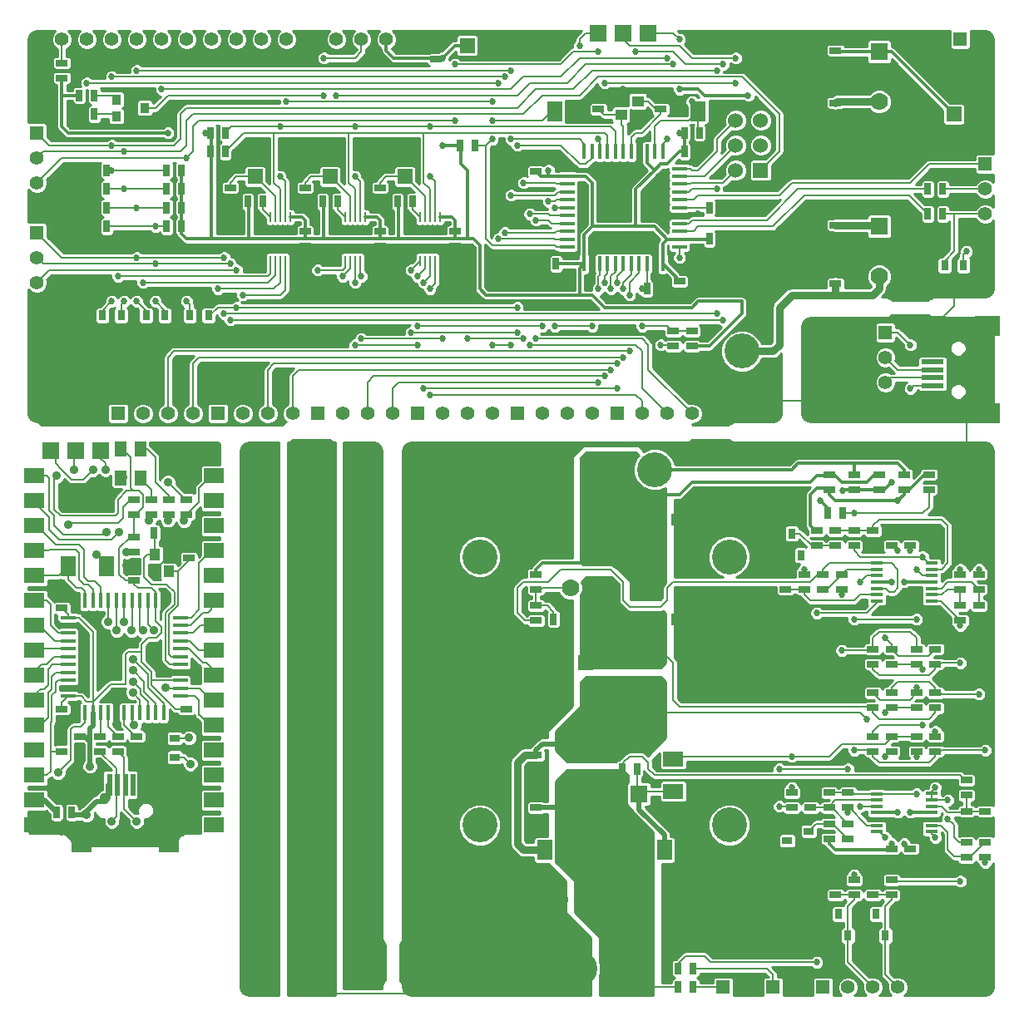
<source format=gtl>
G04 #@! TF.FileFunction,Copper,L1,Top,Signal*
%FSLAX46Y46*%
G04 Gerber Fmt 4.6, Leading zero omitted, Abs format (unit mm)*
G04 Created by KiCad (PCBNEW (2015-07-22 BZR 5980)-product) date Tue 28 Jul 2015 08:05:40 PM MDT*
%MOMM*%
G01*
G04 APERTURE LIST*
%ADD10C,0.150000*%
%ADD11R,1.524000X1.524000*%
%ADD12C,1.524000*%
%ADD13C,1.778000*%
%ADD14R,1.778000X1.778000*%
%ADD15R,1.397000X1.397000*%
%ADD16C,1.397000*%
%ADD17R,0.269240X1.000760*%
%ADD18R,2.999740X1.998980*%
%ADD19C,3.556000*%
%ADD20R,1.500000X1.500000*%
%ADD21R,0.635000X1.143000*%
%ADD22R,1.143000X0.635000*%
%ADD23R,2.301240X0.500380*%
%ADD24R,2.499360X1.998980*%
%ADD25R,0.406400X1.524000*%
%ADD26R,1.524000X0.406400*%
%ADD27R,1.500000X2.000000*%
%ADD28R,0.900000X1.000000*%
%ADD29R,0.800100X1.000760*%
%ADD30R,1.300480X0.299720*%
%ADD31R,1.000760X0.800100*%
%ADD32R,1.524000X2.032000*%
%ADD33R,2.032000X1.524000*%
%ADD34R,1.200000X1.100000*%
%ADD35R,0.500380X2.301240*%
%ADD36R,1.998980X2.499360*%
%ADD37R,1.200000X1.500000*%
%ADD38R,1.100000X1.200000*%
%ADD39C,0.685800*%
%ADD40C,0.889000*%
%ADD41C,0.762000*%
%ADD42C,0.304800*%
%ADD43C,0.177800*%
%ADD44C,0.508000*%
%ADD45C,0.203200*%
%ADD46C,0.254000*%
G04 APERTURE END LIST*
D10*
D11*
X110490000Y-45085000D03*
D12*
X107950000Y-45085000D03*
X110490000Y-42545000D03*
X107950000Y-42545000D03*
X110490000Y-40005000D03*
X107950000Y-40005000D03*
D13*
X93345000Y-108585000D03*
X93345000Y-104140000D03*
D14*
X98115000Y-108585000D03*
D15*
X111760000Y-128270000D03*
D16*
X114300000Y-128270000D03*
D15*
X106680000Y-128270000D03*
D16*
X109220000Y-128270000D03*
D15*
X116840000Y-128270000D03*
D16*
X119380000Y-128270000D03*
X121920000Y-128270000D03*
X124460000Y-128270000D03*
D17*
X77851000Y-49847500D03*
X77343000Y-49847500D03*
X76835000Y-49847500D03*
X76327000Y-49847500D03*
X75819000Y-49847500D03*
X75819000Y-54292500D03*
X76327000Y-54292500D03*
X76835000Y-54292500D03*
X77343000Y-54292500D03*
X77851000Y-54292500D03*
X70231000Y-49847500D03*
X69723000Y-49847500D03*
X69215000Y-49847500D03*
X68707000Y-49847500D03*
X68199000Y-49847500D03*
X68199000Y-54292500D03*
X68707000Y-54292500D03*
X69215000Y-54292500D03*
X69723000Y-54292500D03*
X70231000Y-54292500D03*
X62611000Y-49847500D03*
X62103000Y-49847500D03*
X61595000Y-49847500D03*
X61087000Y-49847500D03*
X60579000Y-49847500D03*
X60579000Y-54292500D03*
X61087000Y-54292500D03*
X61595000Y-54292500D03*
X62103000Y-54292500D03*
X62611000Y-54292500D03*
D13*
X91115000Y-87630000D03*
X94615000Y-87630000D03*
D14*
X98115000Y-87630000D03*
D18*
X98425000Y-93520260D03*
X98425000Y-99519740D03*
D19*
X92075000Y-126365000D03*
X97155000Y-126365000D03*
X89535000Y-75565000D03*
X94615000Y-75565000D03*
X99695000Y-75565000D03*
D15*
X36830000Y-41275000D03*
D16*
X36830000Y-43815000D03*
X36830000Y-46355000D03*
X36830000Y-48895000D03*
D15*
X36830000Y-51435000D03*
D16*
X36830000Y-53975000D03*
X36830000Y-56515000D03*
X36830000Y-59055000D03*
D19*
X108585000Y-68580000D03*
X108585000Y-63500000D03*
X59690000Y-120015000D03*
X64770000Y-120015000D03*
X69850000Y-120015000D03*
X59690000Y-113665000D03*
X64770000Y-113665000D03*
X69850000Y-113665000D03*
X59690000Y-107315000D03*
X64770000Y-107315000D03*
X69850000Y-107315000D03*
X59690000Y-100965000D03*
X64770000Y-100965000D03*
X69850000Y-100965000D03*
X59690000Y-94615000D03*
X64770000Y-94615000D03*
X69850000Y-94615000D03*
X59690000Y-81915000D03*
X64770000Y-81915000D03*
X69850000Y-81915000D03*
X59690000Y-88265000D03*
X64770000Y-88265000D03*
X69850000Y-88265000D03*
D15*
X45085000Y-69850000D03*
D16*
X47625000Y-69850000D03*
X50165000Y-69850000D03*
X52705000Y-69850000D03*
D15*
X55245000Y-69850000D03*
D16*
X57785000Y-69850000D03*
X60325000Y-69850000D03*
X62865000Y-69850000D03*
D15*
X65405000Y-69850000D03*
D16*
X67945000Y-69850000D03*
X70485000Y-69850000D03*
X73025000Y-69850000D03*
D15*
X75565000Y-69850000D03*
D16*
X78105000Y-69850000D03*
X80645000Y-69850000D03*
X83185000Y-69850000D03*
D15*
X85725000Y-69850000D03*
D16*
X88265000Y-69850000D03*
X90805000Y-69850000D03*
X93345000Y-69850000D03*
D15*
X95885000Y-69850000D03*
D16*
X98425000Y-69850000D03*
X100965000Y-69850000D03*
X103505000Y-69850000D03*
D20*
X59055000Y-45720000D03*
D21*
X58293000Y-48260000D03*
X59817000Y-48260000D03*
X56007000Y-41275000D03*
X54483000Y-41275000D03*
X56007000Y-43180000D03*
X54483000Y-43180000D03*
D15*
X130810000Y-31750000D03*
D16*
X133350000Y-31750000D03*
D19*
X131445000Y-75565000D03*
D13*
X122555000Y-38100000D03*
X122555000Y-35560000D03*
D14*
X122555000Y-33020000D03*
D13*
X122555000Y-55880000D03*
X122555000Y-53340000D03*
D14*
X122555000Y-50800000D03*
D22*
X118110000Y-32893000D03*
X118110000Y-34417000D03*
X118110000Y-56642000D03*
X118110000Y-55118000D03*
X118110000Y-50673000D03*
X118110000Y-52197000D03*
X118110000Y-38227000D03*
X118110000Y-36703000D03*
X64135000Y-52832000D03*
X64135000Y-51308000D03*
D19*
X64770000Y-74930000D03*
X64770000Y-127000000D03*
D23*
X127995680Y-67005200D03*
X127995680Y-66205100D03*
X127995680Y-65405000D03*
X127995680Y-64604900D03*
X127995680Y-63804800D03*
D24*
X128094740Y-69855080D03*
X133593840Y-69855080D03*
X128094740Y-60954920D03*
X133593840Y-60954920D03*
D25*
X96520000Y-54610000D03*
X97320100Y-54610000D03*
X98120200Y-54610000D03*
X98920300Y-54610000D03*
X99720400Y-54610000D03*
X100520500Y-54610000D03*
X95719900Y-54610000D03*
X94919800Y-54610000D03*
X94119700Y-54610000D03*
X93319600Y-54610000D03*
X92519500Y-54610000D03*
X96520000Y-43180000D03*
X97320100Y-43180000D03*
X98120200Y-43180000D03*
X98920300Y-43180000D03*
X99720400Y-43180000D03*
X100520500Y-43180000D03*
X95719900Y-43180000D03*
X94919800Y-43180000D03*
X94119700Y-43180000D03*
X93319600Y-43180000D03*
X92519500Y-43180000D03*
D26*
X102235000Y-48895000D03*
X90805000Y-48895000D03*
X102235000Y-48094900D03*
X90805000Y-48094900D03*
X90805000Y-47294800D03*
X102235000Y-47294800D03*
X102235000Y-46494700D03*
X90805000Y-46494700D03*
X90805000Y-45694600D03*
X102235000Y-45694600D03*
X102235000Y-44894500D03*
X90805000Y-44894500D03*
X90805000Y-49695100D03*
X102235000Y-49695100D03*
X102235000Y-50495200D03*
X90805000Y-50495200D03*
X90805000Y-51295300D03*
X102235000Y-51295300D03*
X102235000Y-52095400D03*
X90805000Y-52095400D03*
X90805000Y-52895500D03*
X102235000Y-52895500D03*
D27*
X104140000Y-32060000D03*
X104140000Y-39060000D03*
D21*
X129032000Y-49530000D03*
X127508000Y-49530000D03*
X100457000Y-57150000D03*
X98933000Y-57150000D03*
X106807000Y-52070000D03*
X105283000Y-52070000D03*
X104267000Y-43180000D03*
X102743000Y-43180000D03*
D22*
X71755000Y-52832000D03*
X71755000Y-51308000D03*
D21*
X88138000Y-54610000D03*
X89662000Y-54610000D03*
D22*
X87630000Y-43688000D03*
X87630000Y-45212000D03*
D21*
X102743000Y-41275000D03*
X104267000Y-41275000D03*
D22*
X100330000Y-37338000D03*
X100330000Y-38862000D03*
X93980000Y-37338000D03*
X93980000Y-38862000D03*
D21*
X129032000Y-46990000D03*
X127508000Y-46990000D03*
X106807000Y-48895000D03*
X105283000Y-48895000D03*
X65913000Y-48260000D03*
X67437000Y-48260000D03*
D22*
X79375000Y-52832000D03*
X79375000Y-51308000D03*
D21*
X73533000Y-48260000D03*
X75057000Y-48260000D03*
D22*
X102235000Y-57912000D03*
X102235000Y-56388000D03*
X39370000Y-34163000D03*
X39370000Y-35687000D03*
D15*
X74930000Y-31750000D03*
D16*
X72390000Y-31750000D03*
X69850000Y-31750000D03*
X67310000Y-31750000D03*
X64770000Y-31750000D03*
X62230000Y-31750000D03*
X59690000Y-31750000D03*
X57150000Y-31750000D03*
X54610000Y-31750000D03*
X52070000Y-31750000D03*
X49530000Y-31750000D03*
X46990000Y-31750000D03*
X44450000Y-31750000D03*
X41910000Y-31750000D03*
X39370000Y-31750000D03*
X36830000Y-31750000D03*
D20*
X66675000Y-45720000D03*
X74295000Y-45720000D03*
D19*
X111125000Y-55245000D03*
D28*
X44905000Y-39585000D03*
X44905000Y-37885000D03*
X47805000Y-38735000D03*
D19*
X38735000Y-67945000D03*
X111125000Y-34290000D03*
D27*
X89535000Y-39060000D03*
X89535000Y-32060000D03*
D21*
X81407000Y-42545000D03*
X79883000Y-42545000D03*
D29*
X44450000Y-62059820D03*
X43497500Y-59860180D03*
X45402500Y-59860180D03*
X48895000Y-62059820D03*
X47942500Y-59860180D03*
X49847500Y-59860180D03*
X53340000Y-62059820D03*
X52387500Y-59860180D03*
X54292500Y-59860180D03*
D21*
X42418000Y-45085000D03*
X43942000Y-45085000D03*
X42418000Y-46990000D03*
X43942000Y-46990000D03*
X42418000Y-48895000D03*
X43942000Y-48895000D03*
X42418000Y-50800000D03*
X43942000Y-50800000D03*
D15*
X133350000Y-44450000D03*
D16*
X133350000Y-46990000D03*
X133350000Y-49530000D03*
X133350000Y-52070000D03*
D15*
X123190000Y-61595000D03*
D16*
X123190000Y-64135000D03*
X123190000Y-66675000D03*
X123190000Y-69215000D03*
D19*
X118110000Y-62230000D03*
X118110000Y-68580000D03*
D29*
X130175000Y-56979820D03*
X129222500Y-54780180D03*
X131127500Y-54780180D03*
D22*
X56515000Y-46863000D03*
X56515000Y-48387000D03*
X64135000Y-46863000D03*
X64135000Y-48387000D03*
X71755000Y-46863000D03*
X71755000Y-48387000D03*
X77470000Y-32258000D03*
X77470000Y-33782000D03*
D21*
X50038000Y-46990000D03*
X51562000Y-46990000D03*
X50038000Y-45085000D03*
X51562000Y-45085000D03*
X50038000Y-50800000D03*
X51562000Y-50800000D03*
X50038000Y-48895000D03*
X51562000Y-48895000D03*
D29*
X119380000Y-123019820D03*
X118427500Y-120820180D03*
X120332500Y-120820180D03*
X123190000Y-123019820D03*
X122237500Y-120820180D03*
X124142500Y-120820180D03*
D22*
X117475000Y-109982000D03*
X117475000Y-108458000D03*
X119380000Y-108458000D03*
X119380000Y-109982000D03*
X121920000Y-99822000D03*
X121920000Y-98298000D03*
X123825000Y-98298000D03*
X123825000Y-99822000D03*
X119380000Y-111633000D03*
X119380000Y-113157000D03*
X131445000Y-111887000D03*
X131445000Y-110363000D03*
D21*
X97917000Y-106045000D03*
X96393000Y-106045000D03*
D22*
X117475000Y-113157000D03*
X117475000Y-111633000D03*
X126365000Y-99822000D03*
X126365000Y-98298000D03*
X128270000Y-98298000D03*
X128270000Y-99822000D03*
X131445000Y-108712000D03*
X131445000Y-107188000D03*
X121920000Y-104267000D03*
X121920000Y-102743000D03*
X120015000Y-118872000D03*
X120015000Y-117348000D03*
X133350000Y-115062000D03*
X133350000Y-113538000D03*
X123825000Y-102743000D03*
X123825000Y-104267000D03*
X113665000Y-108458000D03*
X113665000Y-109982000D03*
X125730000Y-81788000D03*
X125730000Y-83312000D03*
X125095000Y-76073000D03*
X125095000Y-77597000D03*
X120015000Y-76073000D03*
X120015000Y-77597000D03*
X122555000Y-76073000D03*
X122555000Y-77597000D03*
X117475000Y-76073000D03*
X117475000Y-77597000D03*
X132715000Y-86233000D03*
X132715000Y-87757000D03*
X115570000Y-108458000D03*
X115570000Y-109982000D03*
X123825000Y-81788000D03*
X123825000Y-83312000D03*
D19*
X131445000Y-126365000D03*
D30*
X122301000Y-85064600D03*
X122301000Y-85699600D03*
X122301000Y-86360000D03*
X122301000Y-86995000D03*
X122301000Y-87655400D03*
X122301000Y-88303100D03*
X122301000Y-88950800D03*
X127889000Y-88950800D03*
X127889000Y-88303100D03*
X127889000Y-87655400D03*
X127889000Y-86995000D03*
X127889000Y-86347300D03*
X127889000Y-85699600D03*
X127889000Y-85051900D03*
D22*
X125730000Y-115697000D03*
X125730000Y-114173000D03*
X123825000Y-115697000D03*
X123825000Y-114173000D03*
X128270000Y-104267000D03*
X128270000Y-102743000D03*
X87630000Y-86233000D03*
X87630000Y-87757000D03*
D19*
X81915000Y-111760000D03*
X107315000Y-111760000D03*
X81915000Y-84455000D03*
X107315000Y-84455000D03*
X76200000Y-84455000D03*
X76200000Y-111760000D03*
D21*
X100203000Y-80645000D03*
X101727000Y-80645000D03*
D22*
X87630000Y-104648000D03*
X87630000Y-106172000D03*
D21*
X101727000Y-90805000D03*
X100203000Y-90805000D03*
D30*
X122301000Y-108559600D03*
X122301000Y-109194600D03*
X122301000Y-109855000D03*
X122301000Y-110490000D03*
X122301000Y-111150400D03*
X122301000Y-111798100D03*
X122301000Y-112445800D03*
X127889000Y-112445800D03*
X127889000Y-111798100D03*
X127889000Y-111150400D03*
X127889000Y-110490000D03*
X127889000Y-109842300D03*
X127889000Y-109194600D03*
X127889000Y-108546900D03*
D22*
X130810000Y-87757000D03*
X130810000Y-86233000D03*
X133350000Y-110363000D03*
X133350000Y-111887000D03*
X87630000Y-108458000D03*
X87630000Y-109982000D03*
X121920000Y-118872000D03*
X121920000Y-117348000D03*
D31*
X115399820Y-112395000D03*
X113200180Y-113347500D03*
X113200180Y-111442500D03*
D22*
X126365000Y-104267000D03*
X126365000Y-102743000D03*
X131445000Y-115062000D03*
X131445000Y-113538000D03*
D11*
X80645000Y-32385000D03*
D12*
X83185000Y-32385000D03*
D11*
X130175000Y-39370000D03*
D12*
X132715000Y-39370000D03*
D11*
X92710000Y-95250000D03*
D12*
X90170000Y-95250000D03*
D22*
X118745000Y-87757000D03*
X118745000Y-86233000D03*
X116840000Y-87757000D03*
X116840000Y-86233000D03*
X87630000Y-89408000D03*
X87630000Y-90932000D03*
D14*
X99060000Y-31115000D03*
X96520000Y-31115000D03*
X93980000Y-31115000D03*
D21*
X102108000Y-126365000D03*
X103632000Y-126365000D03*
D22*
X128270000Y-93853000D03*
X128270000Y-95377000D03*
X126365000Y-93853000D03*
X126365000Y-95377000D03*
X121920000Y-95377000D03*
X121920000Y-93853000D03*
X123825000Y-95377000D03*
X123825000Y-93853000D03*
X101600000Y-61468000D03*
X101600000Y-62992000D03*
X103505000Y-61468000D03*
X103505000Y-62992000D03*
D21*
X41148000Y-37465000D03*
X42672000Y-37465000D03*
X42672000Y-39370000D03*
X41148000Y-39370000D03*
X103632000Y-128270000D03*
X102108000Y-128270000D03*
D22*
X118110000Y-118872000D03*
X118110000Y-117348000D03*
D11*
X92710000Y-119380000D03*
D12*
X90170000Y-119380000D03*
D22*
X132715000Y-90932000D03*
X132715000Y-89408000D03*
X130810000Y-90932000D03*
X130810000Y-89408000D03*
X123825000Y-117348000D03*
X123825000Y-118872000D03*
D29*
X113665000Y-82085180D03*
X114617500Y-84284820D03*
X112712500Y-84284820D03*
D21*
X89408000Y-90805000D03*
X90932000Y-90805000D03*
D22*
X121920000Y-83312000D03*
X121920000Y-81788000D03*
X120015000Y-81788000D03*
X120015000Y-83312000D03*
X118110000Y-81788000D03*
X118110000Y-83312000D03*
X116205000Y-81788000D03*
X116205000Y-83312000D03*
D32*
X88519000Y-114300000D03*
X91821000Y-114300000D03*
X97409000Y-114300000D03*
X100711000Y-114300000D03*
D33*
X101600000Y-105029000D03*
X101600000Y-108331000D03*
D34*
X96305000Y-38035000D03*
X98005000Y-38035000D03*
X98005000Y-39435000D03*
X96305000Y-39435000D03*
D22*
X114935000Y-86233000D03*
X114935000Y-87757000D03*
X113030000Y-87757000D03*
X113030000Y-86233000D03*
X127635000Y-76073000D03*
X127635000Y-77597000D03*
D21*
X118872000Y-80010000D03*
X117348000Y-80010000D03*
D14*
X43307000Y-73660000D03*
X40767000Y-73660000D03*
X38227000Y-73660000D03*
D33*
X54861462Y-101596116D03*
X54861462Y-104136116D03*
X54861462Y-106676116D03*
X54861462Y-109216116D03*
X54861462Y-111756116D03*
X54861462Y-88896116D03*
X54861462Y-91436116D03*
X54861462Y-93976116D03*
X54861462Y-96516116D03*
X54861462Y-99056116D03*
X54861462Y-76196116D03*
X54861462Y-78736116D03*
X54861462Y-81276116D03*
X54861462Y-83816116D03*
X54861462Y-86356116D03*
X36573462Y-86356116D03*
X36573462Y-83816116D03*
X36573462Y-81276116D03*
X36573462Y-78736116D03*
X36573462Y-76196116D03*
X36573462Y-99056116D03*
X36573462Y-96516116D03*
X36573462Y-93976116D03*
X36573462Y-91436116D03*
X36573462Y-88896116D03*
X36573462Y-111756116D03*
X36573462Y-109216116D03*
X36573462Y-106676116D03*
X36573462Y-104136116D03*
X36573462Y-101596116D03*
D35*
X44246800Y-107675680D03*
X45046900Y-107675680D03*
X45847000Y-107675680D03*
X46647100Y-107675680D03*
X47447200Y-107675680D03*
D36*
X41396920Y-107774740D03*
X41396920Y-113273840D03*
X50297080Y-107774740D03*
X50297080Y-113273840D03*
D26*
X40002462Y-94611116D03*
X40002462Y-95411216D03*
X40002462Y-96211316D03*
X40002462Y-97011416D03*
X40002462Y-97811516D03*
X40002462Y-98611616D03*
X40002462Y-93811016D03*
X40002462Y-93010916D03*
X40002462Y-92210816D03*
X40002462Y-91410716D03*
X40002462Y-90610616D03*
X51432462Y-94611116D03*
X51432462Y-95411216D03*
X51432462Y-96211316D03*
X51432462Y-97011416D03*
X51432462Y-97811516D03*
X51432462Y-98611616D03*
X51432462Y-93811016D03*
X51432462Y-93010916D03*
X51432462Y-92210816D03*
X51432462Y-91410716D03*
X51432462Y-90610616D03*
D25*
X45717462Y-100326116D03*
X45717462Y-88896116D03*
X46517562Y-100326116D03*
X46517562Y-88896116D03*
X47317662Y-88896116D03*
X47317662Y-100326116D03*
X48117762Y-100326116D03*
X48117762Y-88896116D03*
X48917862Y-88896116D03*
X48917862Y-100326116D03*
X49717962Y-100326116D03*
X49717962Y-88896116D03*
X44917362Y-88896116D03*
X44917362Y-100326116D03*
X44117262Y-100326116D03*
X44117262Y-88896116D03*
X43317162Y-88896116D03*
X43317162Y-100326116D03*
X42517062Y-100326116D03*
X42517062Y-88896116D03*
X41716962Y-88896116D03*
X41716962Y-100326116D03*
D22*
X46733462Y-78609116D03*
X46733462Y-80133116D03*
X52067462Y-78609116D03*
X52067462Y-80133116D03*
X46733462Y-82419116D03*
X46733462Y-83943116D03*
X45082462Y-104263116D03*
X45082462Y-102739116D03*
X43240962Y-104263116D03*
X43240962Y-102739116D03*
X46987462Y-102739116D03*
X46987462Y-104263116D03*
X39367462Y-104263116D03*
X39367462Y-102739116D03*
X41208962Y-104263116D03*
X41208962Y-102739116D03*
X50289462Y-78609116D03*
X50289462Y-80133116D03*
X48511462Y-78609116D03*
X48511462Y-80133116D03*
D21*
X50289462Y-82038116D03*
X48765462Y-82038116D03*
D22*
X52321462Y-83054116D03*
X52321462Y-84578116D03*
X52067462Y-101469116D03*
X52067462Y-99945116D03*
X39367462Y-88134116D03*
X39367462Y-89658116D03*
X46733462Y-85340116D03*
X46733462Y-86864116D03*
X39367462Y-101469116D03*
X39367462Y-99945116D03*
D37*
X45352462Y-76426116D03*
X47352462Y-76426116D03*
X47352462Y-73426116D03*
X45352462Y-73426116D03*
D31*
X48681642Y-103882116D03*
X50881282Y-102929616D03*
X50881282Y-104834616D03*
D27*
X40002462Y-85411116D03*
X40002462Y-78411116D03*
X43939462Y-78411116D03*
X43939462Y-85411116D03*
D21*
X40383462Y-110486116D03*
X38859462Y-110486116D03*
D19*
X51562000Y-74676000D03*
D38*
X50227462Y-84236116D03*
X50227462Y-85936116D03*
X48827462Y-85936116D03*
X48827462Y-84236116D03*
D39*
X109220000Y-37465000D03*
X88900000Y-45085000D03*
X102235000Y-36830000D03*
X102235000Y-41275000D03*
X78105000Y-42545000D03*
X78105000Y-33655000D03*
X50165000Y-41275000D03*
X53975000Y-41275000D03*
D40*
X38859462Y-76196116D03*
X42224962Y-105779496D03*
D39*
X98425000Y-60960000D03*
X98425000Y-57150000D03*
X100965000Y-41910000D03*
X100965000Y-33655000D03*
X49530000Y-36830000D03*
D40*
X48765462Y-91944116D03*
D39*
X46990000Y-34925000D03*
X85090000Y-34925000D03*
X85090000Y-41910000D03*
X84455000Y-51435000D03*
X84455000Y-35560000D03*
X44450000Y-35560000D03*
D40*
X47622462Y-91944116D03*
D39*
X83820000Y-52070000D03*
X83820000Y-36195000D03*
X41910000Y-36195000D03*
D40*
X46479462Y-91944116D03*
D39*
X83185000Y-41910000D03*
X83185000Y-40005000D03*
X83185000Y-38100000D03*
X62230000Y-38100000D03*
X106045000Y-46990000D03*
X106045000Y-34925000D03*
X44450000Y-42545000D03*
X44450000Y-45085000D03*
X44450000Y-58420000D03*
X45720000Y-43180000D03*
X45720000Y-58420000D03*
X45720000Y-46990000D03*
X52070000Y-43815000D03*
X52070000Y-58420000D03*
X93980000Y-41910000D03*
X93980000Y-33020000D03*
X79375000Y-34290000D03*
X79375000Y-40005000D03*
X106045000Y-59690000D03*
X55880000Y-59690000D03*
X55880000Y-53975000D03*
X46990000Y-48895000D03*
X46990000Y-53975000D03*
X46990000Y-58420000D03*
X106680000Y-60325000D03*
X56515000Y-60325000D03*
X56515000Y-54610000D03*
X48895000Y-58420000D03*
X48895000Y-54610000D03*
X48895000Y-50800000D03*
X57150000Y-55245000D03*
X85725000Y-59055000D03*
X85725000Y-42545000D03*
X57150000Y-59055000D03*
X130810000Y-91440000D03*
X130810000Y-95250000D03*
X130810000Y-117475000D03*
X96520000Y-64135000D03*
X96520000Y-57150000D03*
X95250000Y-65405000D03*
X95250000Y-57150000D03*
X93980000Y-66675000D03*
X93980000Y-57150000D03*
X85090000Y-62865000D03*
X85090000Y-47625000D03*
X83185000Y-62865000D03*
X89535000Y-48895000D03*
X89535000Y-60960000D03*
X93345000Y-60960000D03*
X87630000Y-50165000D03*
X87630000Y-62230000D03*
X120015000Y-90805000D03*
X126365000Y-90805000D03*
X126365000Y-85725000D03*
X47625000Y-56515000D03*
X57785000Y-57785000D03*
X67945000Y-55880000D03*
X69850000Y-55880000D03*
X69850000Y-62230000D03*
X78105000Y-62230000D03*
X75565000Y-55880000D03*
X75565000Y-60960000D03*
X88265000Y-60960000D03*
X100330000Y-62865000D03*
X76835000Y-57150000D03*
X76835000Y-67945000D03*
X127000000Y-95885000D03*
X127000000Y-84455000D03*
X107950000Y-36195000D03*
X94615000Y-36195000D03*
X92075000Y-32385000D03*
X106680000Y-34290000D03*
X97790000Y-33020000D03*
X121285000Y-100965000D03*
X123190000Y-100330000D03*
X100330000Y-99695000D03*
X100330000Y-100965000D03*
X99695000Y-97790000D03*
X98425000Y-97790000D03*
X97155000Y-97790000D03*
X95885000Y-97790000D03*
X95885000Y-99060000D03*
X95885000Y-100330000D03*
X95885000Y-101600000D03*
X97155000Y-101600000D03*
X98425000Y-101600000D03*
X99695000Y-101600000D03*
X99060000Y-100965000D03*
X97790000Y-100965000D03*
X100330000Y-98425000D03*
X99060000Y-98425000D03*
X97790000Y-98425000D03*
X96520000Y-98425000D03*
X96520000Y-99695000D03*
X96520000Y-100965000D03*
X100330000Y-94615000D03*
X100330000Y-92075000D03*
X99060000Y-92075000D03*
X97790000Y-92075000D03*
X96520000Y-92075000D03*
X96520000Y-93345000D03*
X96520000Y-94615000D03*
X97790000Y-94615000D03*
X99060000Y-94615000D03*
X100330000Y-93345000D03*
X99695000Y-95250000D03*
X98425000Y-95250000D03*
X97155000Y-95250000D03*
X95885000Y-95250000D03*
X95885000Y-93980000D03*
X95885000Y-92710000D03*
X95885000Y-91440000D03*
X97155000Y-91440000D03*
X98425000Y-91440000D03*
X103505000Y-38100000D03*
X102235000Y-31750000D03*
D40*
X49908462Y-97786116D03*
X45971462Y-83943116D03*
X42923462Y-84197116D03*
X43812462Y-75561116D03*
D39*
X101600000Y-34290000D03*
X102235000Y-53975000D03*
X67310000Y-37465000D03*
X107950000Y-33655000D03*
X76835000Y-40640000D03*
X76835000Y-45720000D03*
X69215000Y-40640000D03*
X69215000Y-45720000D03*
X61595000Y-40640000D03*
X61595000Y-45720000D03*
X123825000Y-86995000D03*
X124460000Y-83820000D03*
X124460000Y-78740000D03*
X124460000Y-110490000D03*
X123825000Y-113665000D03*
X116586000Y-78740000D03*
X118872000Y-77724000D03*
X125095000Y-113665000D03*
X125730000Y-83820000D03*
X125095000Y-86995000D03*
X123825000Y-76835000D03*
X125730000Y-110490000D03*
X113665000Y-104775000D03*
X113665000Y-107950000D03*
D40*
X41907462Y-110740116D03*
X46733462Y-101596116D03*
X43685462Y-108962116D03*
D39*
X97155000Y-63500000D03*
X97155000Y-57785000D03*
X95885000Y-64770000D03*
X95885000Y-56515000D03*
X94615000Y-66040000D03*
X94615000Y-56515000D03*
X86360000Y-62230000D03*
X86360000Y-46355000D03*
X80645000Y-62230000D03*
X88900000Y-48260000D03*
X86995000Y-62865000D03*
X86995000Y-49530000D03*
X120650000Y-109855000D03*
X45085000Y-55880000D03*
X55245000Y-57150000D03*
X65405000Y-55245000D03*
X69215000Y-56515000D03*
X69215000Y-62865000D03*
X75565000Y-62865000D03*
X74930000Y-55245000D03*
X74930000Y-61595000D03*
X85725000Y-61595000D03*
X76200000Y-56515000D03*
X76200000Y-67310000D03*
X95885000Y-67310000D03*
X105410000Y-42545000D03*
X97790000Y-40640000D03*
X96520000Y-36830000D03*
X102870000Y-80645000D03*
X102870000Y-90805000D03*
X121920000Y-83820000D03*
X132080000Y-92710000D03*
X126365000Y-111760000D03*
X132080000Y-112395000D03*
X127000000Y-115570000D03*
X125730000Y-120650000D03*
X121285000Y-124460000D03*
X88265000Y-106680000D03*
X40640000Y-39370000D03*
X100965000Y-57785000D03*
X106680000Y-32385000D03*
X106680000Y-73025000D03*
X104140000Y-73025000D03*
X127635000Y-56515000D03*
X118110000Y-35560000D03*
X86995000Y-31750000D03*
X104140000Y-49530000D03*
X93980000Y-52070000D03*
X79375000Y-53975000D03*
X71755000Y-53975000D03*
X64135000Y-53975000D03*
X72390000Y-49530000D03*
X64770000Y-49530000D03*
X57150000Y-49530000D03*
X99060000Y-52705000D03*
X94615000Y-45085000D03*
X93345000Y-56515000D03*
X99695000Y-55880000D03*
X108585000Y-48895000D03*
X97790000Y-45085000D03*
X99695000Y-48260000D03*
X88265000Y-55880000D03*
D40*
X50035462Y-88642116D03*
X44447462Y-98548116D03*
X41653462Y-93849116D03*
X38605462Y-87753116D03*
X43558462Y-96389116D03*
X41653462Y-97405116D03*
X39367462Y-102104116D03*
X48765462Y-95119116D03*
X50924462Y-101215116D03*
X45971462Y-85340116D03*
X43939462Y-78411116D03*
X40002462Y-78411116D03*
X51432462Y-107311116D03*
X49527462Y-111121116D03*
X42542462Y-107946116D03*
X49781462Y-106041116D03*
X39367462Y-112391116D03*
X48827462Y-85936116D03*
D39*
X120650000Y-86995000D03*
X123190000Y-92710000D03*
X126365000Y-108585000D03*
X126365000Y-104775000D03*
X123190000Y-113030000D03*
X123190000Y-104775000D03*
X128270000Y-113030000D03*
X127000000Y-101600000D03*
X133350000Y-104140000D03*
X133350000Y-115570000D03*
X120015000Y-104140000D03*
X120015000Y-116840000D03*
X118745000Y-88265000D03*
X118745000Y-93980000D03*
X116205000Y-90170000D03*
X116205000Y-125730000D03*
X125730000Y-67310000D03*
X125730000Y-62865000D03*
X66040000Y-33655000D03*
X66040000Y-37465000D03*
X130810000Y-85725000D03*
X126365000Y-97790000D03*
X132715000Y-85725000D03*
X132715000Y-98425000D03*
X120015000Y-80010000D03*
X114935000Y-85725000D03*
X131445000Y-53340000D03*
X129540000Y-111125000D03*
X129540000Y-109220000D03*
X128270000Y-102235000D03*
X128270000Y-107950000D03*
X112395000Y-109855000D03*
X112395000Y-106045000D03*
X119380000Y-106045000D03*
X119380000Y-110490000D03*
D40*
X46606462Y-98294116D03*
X46606462Y-97151116D03*
X40637462Y-75561116D03*
X46606462Y-96008116D03*
X46606462Y-94865116D03*
X42542462Y-75561116D03*
X51813462Y-80768116D03*
X45717462Y-91055116D03*
X44955462Y-91944116D03*
X50162462Y-80768116D03*
X43939462Y-81911116D03*
X44066462Y-91055116D03*
X48257462Y-80768116D03*
X45209462Y-81911116D03*
X46987462Y-111375116D03*
X44447462Y-111375116D03*
X52448462Y-105533116D03*
X52321462Y-102866116D03*
X40002462Y-81149116D03*
X40002462Y-85411116D03*
X38986462Y-106422116D03*
X50162462Y-76831116D03*
X45590462Y-76323116D03*
D41*
X122555000Y-38100000D02*
X118237000Y-38100000D01*
X118237000Y-38100000D02*
X118110000Y-38227000D01*
X118110000Y-50673000D02*
X122428000Y-50673000D01*
X122428000Y-50673000D02*
X122555000Y-50800000D01*
D42*
X104140000Y-36830000D02*
X104775000Y-37465000D01*
X104775000Y-37465000D02*
X109220000Y-37465000D01*
X41148000Y-37465000D02*
X39370000Y-37465000D01*
X54483000Y-41275000D02*
X53975000Y-41275000D01*
X39370000Y-37465000D02*
X39370000Y-35687000D01*
X108585000Y-58420000D02*
X108585000Y-59690000D01*
X105283000Y-62992000D02*
X103505000Y-62992000D01*
X108585000Y-59690000D02*
X105283000Y-62992000D01*
X100965000Y-44450000D02*
X100330000Y-44450000D01*
X100330000Y-44450000D02*
X99695000Y-45085000D01*
X88900000Y-45085000D02*
X88900000Y-45694600D01*
X88900000Y-45694600D02*
X88900000Y-45720000D01*
X88900000Y-45720000D02*
X88900000Y-45694600D01*
X104140000Y-36830000D02*
X102235000Y-36830000D01*
X51562000Y-46990000D02*
X51562000Y-48895000D01*
X51562000Y-45085000D02*
X51562000Y-46990000D01*
X80645000Y-52070000D02*
X80645000Y-45085000D01*
X80010000Y-42672000D02*
X79883000Y-42545000D01*
X80010000Y-44450000D02*
X80010000Y-42672000D01*
X80645000Y-45085000D02*
X80010000Y-44450000D01*
X122555000Y-33020000D02*
X123825000Y-33020000D01*
X123825000Y-33020000D02*
X130175000Y-39370000D01*
X77470000Y-33782000D02*
X77978000Y-33782000D01*
X77978000Y-33782000D02*
X78105000Y-33655000D01*
X80645000Y-32385000D02*
X79375000Y-32385000D01*
X79375000Y-32385000D02*
X78105000Y-33655000D01*
X54610000Y-43815000D02*
X54610000Y-41402000D01*
X54610000Y-41402000D02*
X54483000Y-41275000D01*
X58420000Y-52070000D02*
X58420000Y-48387000D01*
X58420000Y-48387000D02*
X58293000Y-48260000D01*
X102743000Y-41275000D02*
X102235000Y-41275000D01*
X92075000Y-57785000D02*
X93345000Y-57785000D01*
X94615000Y-59055000D02*
X93345000Y-57785000D01*
X103505000Y-59055000D02*
X94615000Y-59055000D01*
X104140000Y-58420000D02*
X103505000Y-59055000D01*
X108585000Y-58420000D02*
X104140000Y-58420000D01*
X122555000Y-33020000D02*
X118237000Y-33020000D01*
X118237000Y-33020000D02*
X118110000Y-32893000D01*
X81280000Y-52070000D02*
X81915000Y-52705000D01*
X81915000Y-57150000D02*
X82550000Y-57785000D01*
X81915000Y-52705000D02*
X81915000Y-57150000D01*
X78105000Y-42545000D02*
X79883000Y-42545000D01*
X97790000Y-50800000D02*
X97790000Y-46990000D01*
X97790000Y-46990000D02*
X99695000Y-45085000D01*
X102743000Y-41275000D02*
X102743000Y-43180000D01*
X98920300Y-43180000D02*
X98920300Y-44310300D01*
X98920300Y-44310300D02*
X99695000Y-45085000D01*
X102235000Y-43180000D02*
X102743000Y-43180000D01*
X100965000Y-44450000D02*
X102235000Y-43180000D01*
X93345000Y-50800000D02*
X93345000Y-46355000D01*
X90830400Y-45720000D02*
X90805000Y-45694600D01*
X92710000Y-45720000D02*
X90830400Y-45720000D01*
X93345000Y-46355000D02*
X92710000Y-45720000D01*
X72390000Y-31750000D02*
X72390000Y-32893000D01*
X73152000Y-33655000D02*
X78105000Y-33655000D01*
X72390000Y-32893000D02*
X73152000Y-33655000D01*
X90805000Y-45694600D02*
X88900000Y-45694600D01*
X88900000Y-45694600D02*
X88112600Y-45694600D01*
X88112600Y-45694600D02*
X87630000Y-45212000D01*
X92075000Y-57785000D02*
X92075000Y-55054500D01*
X92075000Y-55054500D02*
X92519500Y-54610000D01*
X81280000Y-52070000D02*
X80645000Y-52070000D01*
X80645000Y-52070000D02*
X79375000Y-52070000D01*
X92075000Y-57785000D02*
X82550000Y-57785000D01*
X102235000Y-56388000D02*
X102235000Y-56324500D01*
X102235000Y-56324500D02*
X100520500Y-54610000D01*
X100520500Y-54610000D02*
X100520500Y-52565300D01*
X100520500Y-52565300D02*
X100990400Y-52095400D01*
X102235000Y-52095400D02*
X100990400Y-52095400D01*
X92519500Y-51625500D02*
X92519500Y-54610000D01*
X100990400Y-52095400D02*
X99695000Y-50800000D01*
X99695000Y-50800000D02*
X97790000Y-50800000D01*
X97790000Y-50800000D02*
X93345000Y-50800000D01*
X93345000Y-50800000D02*
X92519500Y-51625500D01*
X73660000Y-52070000D02*
X73660000Y-48387000D01*
X73660000Y-48387000D02*
X73533000Y-48260000D01*
X79375000Y-52070000D02*
X79375000Y-51308000D01*
X71755000Y-52070000D02*
X71755000Y-51308000D01*
X71755000Y-52070000D02*
X73660000Y-52070000D01*
X73660000Y-52070000D02*
X78105000Y-52070000D01*
X78105000Y-52070000D02*
X79375000Y-52070000D01*
X102235000Y-52095400D02*
X105257600Y-52095400D01*
X105257600Y-52095400D02*
X105283000Y-52070000D01*
X92519500Y-54610000D02*
X89662000Y-54610000D01*
X88112600Y-45694600D02*
X87630000Y-45212000D01*
X77851000Y-49847500D02*
X79057500Y-49847500D01*
X79057500Y-49847500D02*
X79375000Y-50165000D01*
X79375000Y-50165000D02*
X79375000Y-51308000D01*
X70231000Y-49847500D02*
X71437500Y-49847500D01*
X71437500Y-49847500D02*
X71755000Y-50165000D01*
X71755000Y-50165000D02*
X71755000Y-51308000D01*
X62611000Y-49847500D02*
X63817500Y-49847500D01*
X54610000Y-52070000D02*
X58420000Y-52070000D01*
X58420000Y-52070000D02*
X64135000Y-52070000D01*
X50165000Y-41275000D02*
X40005000Y-41275000D01*
X40005000Y-41275000D02*
X39370000Y-40640000D01*
X54610000Y-43815000D02*
X54610000Y-43307000D01*
X54610000Y-43307000D02*
X54483000Y-43180000D01*
X66040000Y-52070000D02*
X66040000Y-48387000D01*
X66040000Y-48387000D02*
X65913000Y-48260000D01*
X66040000Y-52070000D02*
X71755000Y-52070000D01*
X64135000Y-52070000D02*
X64135000Y-51308000D01*
X64135000Y-52070000D02*
X66040000Y-52070000D01*
X63817500Y-49847500D02*
X64135000Y-50165000D01*
X64135000Y-50165000D02*
X64135000Y-51308000D01*
X51562000Y-50800000D02*
X51562000Y-51562000D01*
X51562000Y-51562000D02*
X52070000Y-52070000D01*
X54610000Y-52070000D02*
X52070000Y-52070000D01*
X51562000Y-48895000D02*
X51562000Y-50800000D01*
X54610000Y-52070000D02*
X54610000Y-43815000D01*
X39370000Y-40640000D02*
X39370000Y-38100000D01*
X39370000Y-38100000D02*
X39370000Y-37465000D01*
D43*
X40002462Y-90293116D02*
X39367462Y-89658116D01*
X40002462Y-90610616D02*
X40002462Y-90293116D01*
X42517062Y-99462516D02*
X42517062Y-100326116D01*
X42542462Y-99437116D02*
X42517062Y-99462516D01*
X42517062Y-99183116D02*
X42517062Y-100326116D01*
X41335962Y-98611616D02*
X40002462Y-98611616D01*
X41907462Y-99183116D02*
X41335962Y-98611616D01*
X42542462Y-99183116D02*
X41907462Y-99183116D01*
X42517062Y-99183116D02*
X42542462Y-99183116D01*
X41081962Y-90610616D02*
X40002462Y-90610616D01*
X42542462Y-92071116D02*
X41081962Y-90610616D01*
X42542462Y-99183116D02*
X42542462Y-92071116D01*
X44320462Y-97405116D02*
X42542462Y-99183116D01*
X44320462Y-97405116D02*
X45844462Y-97405116D01*
X48511462Y-96135116D02*
X47495462Y-95119116D01*
X48511462Y-97024116D02*
X48511462Y-96135116D01*
X47495462Y-95119116D02*
X47495462Y-94103116D01*
X48130462Y-92706116D02*
X49019462Y-92706116D01*
X47495462Y-93341116D02*
X48130462Y-92706116D01*
X47495462Y-94103116D02*
X47495462Y-93341116D01*
X48917862Y-90953516D02*
X48917862Y-88896116D01*
X49527462Y-91563116D02*
X48917862Y-90953516D01*
X49527462Y-92198116D02*
X49527462Y-91563116D01*
X49019462Y-92706116D02*
X49527462Y-92198116D01*
X51419762Y-97024116D02*
X51432462Y-97011416D01*
X48511462Y-97024116D02*
X51419762Y-97024116D01*
X45844462Y-94357116D02*
X46098462Y-94103116D01*
X46098462Y-94103116D02*
X47495462Y-94103116D01*
X45844462Y-97405116D02*
X45844462Y-94357116D01*
X39367462Y-99246616D02*
X40002462Y-98611616D01*
X39367462Y-99945116D02*
X39367462Y-99246616D01*
X50924462Y-99945116D02*
X48511462Y-97532116D01*
X48511462Y-97532116D02*
X48511462Y-97024116D01*
X52067462Y-99945116D02*
X50924462Y-99945116D01*
X46733462Y-87245116D02*
X46733462Y-86864116D01*
X47114462Y-87626116D02*
X46733462Y-87245116D01*
X48511462Y-87626116D02*
X47114462Y-87626116D01*
X48917862Y-88032516D02*
X48511462Y-87626116D01*
X48917862Y-88896116D02*
X48917862Y-88032516D01*
X46352462Y-82419116D02*
X45209462Y-83562116D01*
X45209462Y-83562116D02*
X45209462Y-86229116D01*
X45209462Y-86229116D02*
X45844462Y-86864116D01*
X45844462Y-86864116D02*
X46733462Y-86864116D01*
X46733462Y-82419116D02*
X46352462Y-82419116D01*
X46733462Y-82419116D02*
X46733462Y-80133116D01*
X46352462Y-77466116D02*
X46352462Y-74291116D01*
X46352462Y-74291116D02*
X45487462Y-73426116D01*
X45487462Y-73426116D02*
X45352462Y-73426116D01*
X47622462Y-78101116D02*
X47241462Y-77720116D01*
X47622462Y-79371116D02*
X47622462Y-78101116D01*
X46860462Y-80133116D02*
X47622462Y-79371116D01*
X46733462Y-80133116D02*
X46860462Y-80133116D01*
X46606462Y-77720116D02*
X47241462Y-77720116D01*
X46352462Y-77466116D02*
X46606462Y-77720116D01*
X38605462Y-76450116D02*
X38859462Y-76196116D01*
X38605462Y-79625116D02*
X38605462Y-76450116D01*
X46606462Y-77720116D02*
X45971462Y-77720116D01*
X44828462Y-80260116D02*
X40764462Y-80260116D01*
X45082462Y-80006116D02*
X44828462Y-80260116D01*
X45082462Y-78609116D02*
X45082462Y-80006116D01*
X45971462Y-77720116D02*
X45082462Y-78609116D01*
X39240462Y-80260116D02*
X38605462Y-79625116D01*
X40764462Y-80260116D02*
X39240462Y-80260116D01*
D44*
X42517062Y-101621516D02*
X42224962Y-101913616D01*
X42224962Y-101913616D02*
X42224962Y-103247116D01*
X42517062Y-100326116D02*
X42517062Y-101621516D01*
X41716962Y-102739116D02*
X42224962Y-103247116D01*
X41208962Y-102739116D02*
X41716962Y-102739116D01*
X42224962Y-103247116D02*
X42224962Y-105779496D01*
X37589462Y-109216116D02*
X38859462Y-110486116D01*
X36827462Y-109216116D02*
X37589462Y-109216116D01*
D45*
X101600000Y-61468000D02*
X103505000Y-61468000D01*
X98933000Y-57150000D02*
X98425000Y-57150000D01*
X101473000Y-61468000D02*
X101600000Y-61468000D01*
X100965000Y-60960000D02*
X101473000Y-61468000D01*
X98425000Y-60960000D02*
X100965000Y-60960000D01*
X98920300Y-54610000D02*
X98920300Y-57137300D01*
X98920300Y-57137300D02*
X98933000Y-57150000D01*
D43*
X38999162Y-97011416D02*
X38732462Y-97278116D01*
X38224462Y-106295116D02*
X37843462Y-106676116D01*
X38224462Y-104263116D02*
X38224462Y-106295116D01*
X38732462Y-98167116D02*
X38732462Y-97278116D01*
X38351462Y-101215116D02*
X38351462Y-98548116D01*
X38351462Y-98548116D02*
X38732462Y-98167116D01*
X38224462Y-101342116D02*
X38351462Y-101215116D01*
X39367462Y-104263116D02*
X38224462Y-104263116D01*
X38224462Y-104263116D02*
X38224462Y-101342116D01*
X40002462Y-97011416D02*
X38999162Y-97011416D01*
X37843462Y-106676116D02*
X36827462Y-106676116D01*
D41*
X118110000Y-56642000D02*
X118110000Y-57785000D01*
X108585000Y-63500000D02*
X111760000Y-63500000D01*
X111760000Y-63500000D02*
X112395000Y-62865000D01*
X112395000Y-62865000D02*
X112395000Y-59055000D01*
X112395000Y-59055000D02*
X113665000Y-57785000D01*
X113665000Y-57785000D02*
X118110000Y-57785000D01*
X122555000Y-57150000D02*
X122555000Y-55880000D01*
X118110000Y-57785000D02*
X121920000Y-57785000D01*
X121920000Y-57785000D02*
X122555000Y-57150000D01*
D45*
X92075000Y-33655000D02*
X100965000Y-33655000D01*
X100965000Y-41910000D02*
X100520500Y-42354500D01*
X100520500Y-43180000D02*
X100520500Y-42354500D01*
X86360000Y-35560000D02*
X90170000Y-35560000D01*
X90170000Y-35560000D02*
X92075000Y-33655000D01*
X80645000Y-36830000D02*
X85090000Y-36830000D01*
X85090000Y-36830000D02*
X86360000Y-35560000D01*
X62230000Y-36830000D02*
X49530000Y-36830000D01*
X62230000Y-36830000D02*
X80645000Y-36830000D01*
D43*
X48117762Y-91296416D02*
X48765462Y-91944116D01*
X48117762Y-88896116D02*
X48117762Y-91296416D01*
D45*
X69850000Y-34925000D02*
X78740000Y-34925000D01*
X69850000Y-34925000D02*
X46990000Y-34925000D01*
X92519500Y-42354500D02*
X92519500Y-43180000D01*
X92075000Y-41910000D02*
X92519500Y-42354500D01*
X85090000Y-41910000D02*
X91440000Y-41910000D01*
X91440000Y-41910000D02*
X92075000Y-41910000D01*
X78740000Y-34925000D02*
X85090000Y-34925000D01*
D43*
X52511962Y-90610616D02*
X53337462Y-89785116D01*
X53337462Y-89785116D02*
X53337462Y-85086116D01*
X53337462Y-85086116D02*
X54607462Y-83816116D01*
X51432462Y-90610616D02*
X52511962Y-90610616D01*
D45*
X84455000Y-51435000D02*
X89535000Y-51435000D01*
X89674700Y-51295300D02*
X90805000Y-51295300D01*
X89535000Y-51435000D02*
X89674700Y-51295300D01*
X79375000Y-35560000D02*
X84455000Y-35560000D01*
X67310000Y-35560000D02*
X44450000Y-35560000D01*
X67310000Y-35560000D02*
X79375000Y-35560000D01*
D43*
X47317662Y-91639316D02*
X47622462Y-91944116D01*
X47317662Y-88896116D02*
X47317662Y-91639316D01*
D45*
X83820000Y-52070000D02*
X89535000Y-52070000D01*
X89535000Y-52070000D02*
X89560400Y-52095400D01*
X89560400Y-52095400D02*
X90805000Y-52095400D01*
X80010000Y-36195000D02*
X83820000Y-36195000D01*
X64770000Y-36195000D02*
X80010000Y-36195000D01*
X64770000Y-36195000D02*
X41910000Y-36195000D01*
D43*
X46517562Y-91906016D02*
X46479462Y-91944116D01*
X46517562Y-88896116D02*
X46517562Y-91906016D01*
D45*
X82550000Y-42545000D02*
X83185000Y-41910000D01*
X83185000Y-52705000D02*
X82550000Y-52070000D01*
X82550000Y-52070000D02*
X82550000Y-42545000D01*
X81407000Y-42545000D02*
X82550000Y-42545000D01*
X89535000Y-39060000D02*
X89210000Y-39060000D01*
X88265000Y-40005000D02*
X89210000Y-39060000D01*
X88265000Y-40005000D02*
X83185000Y-40005000D01*
X81280000Y-38100000D02*
X83185000Y-38100000D01*
X89535000Y-52705000D02*
X83185000Y-52705000D01*
X89535000Y-52705000D02*
X89725500Y-52895500D01*
X90805000Y-52895500D02*
X89725500Y-52895500D01*
X62230000Y-38100000D02*
X81280000Y-38100000D01*
X48260000Y-42545000D02*
X50800000Y-42545000D01*
X45085000Y-42545000D02*
X48260000Y-42545000D01*
X103505000Y-46990000D02*
X103200200Y-47294800D01*
X106045000Y-46990000D02*
X103505000Y-46990000D01*
X103200200Y-47294800D02*
X102235000Y-47294800D01*
X44450000Y-45085000D02*
X50038000Y-45085000D01*
X44450000Y-42545000D02*
X38100000Y-42545000D01*
X38100000Y-42545000D02*
X36830000Y-41275000D01*
X43497500Y-59860180D02*
X43497500Y-59372500D01*
X43497500Y-59372500D02*
X44450000Y-58420000D01*
X43942000Y-45085000D02*
X44450000Y-45085000D01*
X87630000Y-36830000D02*
X91440000Y-36830000D01*
X91440000Y-36830000D02*
X93345000Y-34925000D01*
X81915000Y-38735000D02*
X85725000Y-38735000D01*
X85725000Y-38735000D02*
X87630000Y-36830000D01*
X44450000Y-42545000D02*
X45085000Y-42545000D01*
X93345000Y-34925000D02*
X106045000Y-34925000D01*
X50800000Y-42545000D02*
X51435000Y-41910000D01*
X51435000Y-41910000D02*
X51435000Y-39370000D01*
X51435000Y-39370000D02*
X52070000Y-38735000D01*
X52070000Y-38735000D02*
X81915000Y-38735000D01*
X93980000Y-35560000D02*
X108585000Y-35560000D01*
X92075000Y-37465000D02*
X93980000Y-35560000D01*
X88265000Y-37465000D02*
X92075000Y-37465000D01*
X86360000Y-39370000D02*
X88265000Y-37465000D01*
X82550000Y-39370000D02*
X86360000Y-39370000D01*
X52705000Y-39370000D02*
X82550000Y-39370000D01*
X46355000Y-43180000D02*
X48260000Y-43180000D01*
X45720000Y-43180000D02*
X46355000Y-43180000D01*
X52070000Y-40005000D02*
X52705000Y-39370000D01*
X48260000Y-43180000D02*
X48895000Y-43180000D01*
X51435000Y-43180000D02*
X52070000Y-42545000D01*
X52070000Y-42545000D02*
X52070000Y-40005000D01*
X48895000Y-43180000D02*
X51435000Y-43180000D01*
X112395000Y-43180000D02*
X110490000Y-45085000D01*
X112395000Y-39370000D02*
X112395000Y-43180000D01*
X108585000Y-35560000D02*
X112395000Y-39370000D01*
X45720000Y-43180000D02*
X37465000Y-43180000D01*
X37465000Y-43180000D02*
X36830000Y-43815000D01*
X45402500Y-58737500D02*
X45720000Y-58420000D01*
X45402500Y-59860180D02*
X45402500Y-58737500D01*
X43942000Y-46990000D02*
X45720000Y-46990000D01*
X45720000Y-46990000D02*
X50038000Y-46990000D01*
X52070000Y-43815000D02*
X52705000Y-43180000D01*
X52705000Y-43180000D02*
X52705000Y-40640000D01*
X52387500Y-58737500D02*
X52070000Y-58420000D01*
X36830000Y-46355000D02*
X39370000Y-43815000D01*
X52070000Y-43815000D02*
X39370000Y-43815000D01*
X52387500Y-59860180D02*
X52387500Y-58737500D01*
X94119700Y-43180000D02*
X94119700Y-42049700D01*
X93980000Y-41910000D02*
X94119700Y-42049700D01*
X93980000Y-33020000D02*
X91440000Y-33020000D01*
X91440000Y-33020000D02*
X90170000Y-34290000D01*
X90170000Y-34290000D02*
X79375000Y-34290000D01*
X52705000Y-40640000D02*
X53340000Y-40005000D01*
X53340000Y-40005000D02*
X79375000Y-40005000D01*
X55880000Y-59690000D02*
X106045000Y-59690000D01*
X46990000Y-53975000D02*
X47625000Y-53975000D01*
X55880000Y-53975000D02*
X47625000Y-53975000D01*
X46990000Y-48895000D02*
X50038000Y-48895000D01*
X47942500Y-59860180D02*
X47942500Y-59372500D01*
X47942500Y-59372500D02*
X46990000Y-58420000D01*
X43942000Y-48895000D02*
X46990000Y-48895000D01*
X46990000Y-53975000D02*
X40005000Y-53975000D01*
X39370000Y-53975000D02*
X36830000Y-51435000D01*
X40005000Y-53975000D02*
X39370000Y-53975000D01*
X92075000Y-60325000D02*
X106680000Y-60325000D01*
X56515000Y-60325000D02*
X92075000Y-60325000D01*
X39370000Y-54610000D02*
X37465000Y-54610000D01*
X37465000Y-54610000D02*
X36830000Y-53975000D01*
X49847500Y-59860180D02*
X49847500Y-59372500D01*
X49847500Y-59372500D02*
X48895000Y-58420000D01*
X39370000Y-54610000D02*
X48895000Y-54610000D01*
X43942000Y-50800000D02*
X48895000Y-50800000D01*
X56515000Y-54610000D02*
X48895000Y-54610000D01*
X48895000Y-50800000D02*
X50038000Y-50800000D01*
X40640000Y-55245000D02*
X38100000Y-55245000D01*
X40640000Y-55245000D02*
X57150000Y-55245000D01*
X38100000Y-55245000D02*
X36830000Y-56515000D01*
X54292500Y-59860180D02*
X54439820Y-59860180D01*
X55245000Y-59055000D02*
X57150000Y-59055000D01*
X54439820Y-59860180D02*
X55245000Y-59055000D01*
X93319600Y-43180000D02*
X93319600Y-43840400D01*
X90170000Y-42545000D02*
X85725000Y-42545000D01*
X92075000Y-44450000D02*
X90170000Y-42545000D01*
X92710000Y-44450000D02*
X92075000Y-44450000D01*
X93319600Y-43840400D02*
X92710000Y-44450000D01*
X57150000Y-59055000D02*
X85725000Y-59055000D01*
X127889000Y-88950800D02*
X128854200Y-88950800D01*
X130810000Y-90906600D02*
X130810000Y-90932000D01*
X128854200Y-88950800D02*
X130810000Y-90906600D01*
X130810000Y-90932000D02*
X130810000Y-91440000D01*
X123825000Y-117348000D02*
X124333000Y-117348000D01*
X124333000Y-117348000D02*
X124460000Y-117475000D01*
X124460000Y-117475000D02*
X130810000Y-117475000D01*
X128270000Y-95377000D02*
X128778000Y-95377000D01*
X128905000Y-95250000D02*
X130810000Y-95250000D01*
X128778000Y-95377000D02*
X128905000Y-95250000D01*
X121920000Y-95377000D02*
X121920000Y-95885000D01*
X121920000Y-95885000D02*
X122555000Y-96520000D01*
X122555000Y-96520000D02*
X127635000Y-96520000D01*
X127635000Y-96520000D02*
X128270000Y-95885000D01*
X128270000Y-95885000D02*
X128270000Y-95377000D01*
X123190000Y-123019820D02*
X123190000Y-127000000D01*
X123190000Y-127000000D02*
X124460000Y-128270000D01*
X123190000Y-123019820D02*
X123190000Y-120015000D01*
X123825000Y-119380000D02*
X123825000Y-118872000D01*
X123190000Y-120015000D02*
X123825000Y-119380000D01*
X121920000Y-118872000D02*
X123825000Y-118872000D01*
X52705000Y-69850000D02*
X52705000Y-64770000D01*
X52705000Y-64770000D02*
X53340000Y-64135000D01*
X96520000Y-57150000D02*
X96520000Y-56515000D01*
X97320100Y-55714900D02*
X97320100Y-54610000D01*
X96520000Y-56515000D02*
X97320100Y-55714900D01*
X53340000Y-64135000D02*
X96520000Y-64135000D01*
X63500000Y-65405000D02*
X62865000Y-66040000D01*
X62865000Y-66040000D02*
X62865000Y-69850000D01*
X95719900Y-54610000D02*
X95719900Y-55410100D01*
X95250000Y-55880000D02*
X95719900Y-55410100D01*
X95250000Y-57150000D02*
X95250000Y-55880000D01*
X63500000Y-65405000D02*
X95250000Y-65405000D01*
X73025000Y-69850000D02*
X73025000Y-67310000D01*
X73025000Y-67310000D02*
X73660000Y-66675000D01*
X94119700Y-54610000D02*
X94119700Y-55740300D01*
X93980000Y-55880000D02*
X94119700Y-55740300D01*
X93980000Y-57150000D02*
X93980000Y-55880000D01*
X92710000Y-66675000D02*
X93980000Y-66675000D01*
X73660000Y-66675000D02*
X92710000Y-66675000D01*
X90805000Y-47294800D02*
X89865200Y-47294800D01*
X89535000Y-47625000D02*
X89865200Y-47294800D01*
X85090000Y-47625000D02*
X89535000Y-47625000D01*
X83185000Y-62865000D02*
X85090000Y-62865000D01*
X89535000Y-48895000D02*
X90805000Y-48895000D01*
X93345000Y-60960000D02*
X89535000Y-60960000D01*
X98425000Y-62230000D02*
X99060000Y-62865000D01*
X99060000Y-65405000D02*
X103505000Y-69850000D01*
X99060000Y-62865000D02*
X99060000Y-65405000D01*
X90805000Y-50495200D02*
X89230200Y-50495200D01*
X88900000Y-50165000D02*
X89230200Y-50495200D01*
X87630000Y-50165000D02*
X88900000Y-50165000D01*
X87630000Y-62230000D02*
X98425000Y-62230000D01*
X89408000Y-90805000D02*
X89408000Y-90043000D01*
X88773000Y-89408000D02*
X87630000Y-89408000D01*
X89408000Y-90043000D02*
X88773000Y-89408000D01*
X87630000Y-87757000D02*
X87630000Y-89408000D01*
X87630000Y-87757000D02*
X88138000Y-87757000D01*
X88265000Y-87630000D02*
X91115000Y-87630000D01*
X88138000Y-87757000D02*
X88265000Y-87630000D01*
X116840000Y-86233000D02*
X116332000Y-86233000D01*
X101600000Y-86995000D02*
X100965000Y-87630000D01*
X115570000Y-86995000D02*
X101600000Y-86995000D01*
X100330000Y-89535000D02*
X100965000Y-88900000D01*
X100965000Y-88900000D02*
X100965000Y-87630000D01*
X87630000Y-90932000D02*
X86487000Y-90932000D01*
X85725000Y-90170000D02*
X86487000Y-90932000D01*
X85725000Y-87630000D02*
X85725000Y-90170000D01*
X86360000Y-86995000D02*
X85725000Y-87630000D01*
X88900000Y-86995000D02*
X86360000Y-86995000D01*
X90170000Y-85725000D02*
X88900000Y-86995000D01*
X96520000Y-86995000D02*
X95250000Y-85725000D01*
X96520000Y-88900000D02*
X96520000Y-86995000D01*
X95250000Y-85725000D02*
X90170000Y-85725000D01*
X97155000Y-89535000D02*
X100330000Y-89535000D01*
X97155000Y-89535000D02*
X96520000Y-88900000D01*
X116332000Y-86233000D02*
X115570000Y-86995000D01*
X122301000Y-85064600D02*
X121310400Y-85064600D01*
X116840000Y-85725000D02*
X116840000Y-86233000D01*
X117475000Y-85090000D02*
X116840000Y-85725000D01*
X121285000Y-85090000D02*
X117475000Y-85090000D01*
X121310400Y-85064600D02*
X121285000Y-85090000D01*
X124079000Y-88011000D02*
X123571000Y-88011000D01*
X123571000Y-88011000D02*
X123215400Y-87655400D01*
X123215400Y-87655400D02*
X122301000Y-87655400D01*
X124079000Y-88011000D02*
X124460000Y-87630000D01*
X124460000Y-85725000D02*
X124460000Y-87630000D01*
X123825000Y-85090000D02*
X124460000Y-85725000D01*
X122301000Y-85064600D02*
X123825000Y-85064600D01*
X123825000Y-85064600D02*
X123825000Y-85090000D01*
X127889000Y-86347300D02*
X126987300Y-86347300D01*
X126987300Y-86347300D02*
X126365000Y-85725000D01*
X120015000Y-90805000D02*
X126365000Y-90805000D01*
X126365000Y-85725000D02*
X126390400Y-85699600D01*
X61087000Y-54292500D02*
X61087000Y-55753000D01*
X60325000Y-56515000D02*
X47625000Y-56515000D01*
X61087000Y-55753000D02*
X60325000Y-56515000D01*
X62103000Y-54292500D02*
X62103000Y-57277000D01*
X62103000Y-57277000D02*
X61595000Y-57785000D01*
X57785000Y-57785000D02*
X61595000Y-57785000D01*
X68707000Y-55118000D02*
X68707000Y-54292500D01*
X67945000Y-55880000D02*
X68707000Y-55118000D01*
X69723000Y-55753000D02*
X69723000Y-54292500D01*
X69850000Y-55880000D02*
X69723000Y-55753000D01*
X78105000Y-62230000D02*
X69850000Y-62230000D01*
X76327000Y-55118000D02*
X76327000Y-54292500D01*
X75565000Y-55880000D02*
X76327000Y-55118000D01*
X88265000Y-60960000D02*
X75565000Y-60960000D01*
X101092000Y-62992000D02*
X101600000Y-62992000D01*
X100965000Y-62865000D02*
X101092000Y-62992000D01*
X100330000Y-62865000D02*
X100965000Y-62865000D01*
X97790000Y-67945000D02*
X98425000Y-68580000D01*
X98425000Y-68580000D02*
X98425000Y-69850000D01*
X77343000Y-56642000D02*
X77343000Y-54292500D01*
X76835000Y-57150000D02*
X77343000Y-56642000D01*
X97790000Y-67945000D02*
X76835000Y-67945000D01*
X127000000Y-84455000D02*
X120650000Y-84455000D01*
X120015000Y-83820000D02*
X120015000Y-83312000D01*
X120650000Y-84455000D02*
X120015000Y-83820000D01*
X126365000Y-95377000D02*
X126492000Y-95377000D01*
X126492000Y-95377000D02*
X127000000Y-95885000D01*
X127596900Y-85051900D02*
X127889000Y-85051900D01*
X127000000Y-84455000D02*
X127596900Y-85051900D01*
X123825000Y-95377000D02*
X126365000Y-95377000D01*
X93980000Y-31115000D02*
X92710000Y-31115000D01*
X92075000Y-31750000D02*
X92075000Y-32385000D01*
X92710000Y-31115000D02*
X92075000Y-31750000D01*
X107950000Y-36195000D02*
X94615000Y-36195000D01*
X102235000Y-44894500D02*
X103314500Y-44894500D01*
X106045000Y-41910000D02*
X107950000Y-40005000D01*
X106045000Y-43180000D02*
X106045000Y-41910000D01*
X104140000Y-45085000D02*
X106045000Y-43180000D01*
X103505000Y-45085000D02*
X104140000Y-45085000D01*
X103314500Y-44894500D02*
X103505000Y-45085000D01*
X101600000Y-33020000D02*
X102870000Y-34290000D01*
X102870000Y-34290000D02*
X106680000Y-34290000D01*
X102235000Y-45694600D02*
X103479600Y-45694600D01*
X104775000Y-45720000D02*
X107950000Y-42545000D01*
X103505000Y-45720000D02*
X104775000Y-45720000D01*
X103479600Y-45694600D02*
X103505000Y-45720000D01*
X97790000Y-33020000D02*
X101600000Y-33020000D01*
D41*
X85725000Y-113665000D02*
X86360000Y-114300000D01*
X85725000Y-105410000D02*
X85725000Y-113665000D01*
X87630000Y-104648000D02*
X86487000Y-104648000D01*
X85725000Y-105410000D02*
X86487000Y-104648000D01*
X87630000Y-114300000D02*
X88519000Y-114300000D01*
X86360000Y-114300000D02*
X87630000Y-114300000D01*
D45*
X120650000Y-100330000D02*
X121285000Y-100965000D01*
X100330000Y-99695000D02*
X100965000Y-100330000D01*
X100965000Y-100330000D02*
X120650000Y-100330000D01*
X123698000Y-99822000D02*
X123825000Y-99822000D01*
X123190000Y-100330000D02*
X123698000Y-99822000D01*
X123825000Y-99822000D02*
X126365000Y-99822000D01*
X100330000Y-99695000D02*
X99695000Y-99060000D01*
X99695000Y-99060000D02*
X99695000Y-97790000D01*
X98425000Y-97790000D02*
X97155000Y-97790000D01*
X95885000Y-97790000D02*
X95885000Y-99060000D01*
X95885000Y-100330000D02*
X95885000Y-101600000D01*
X97155000Y-101600000D02*
X98425000Y-101600000D01*
X96520000Y-100965000D02*
X97790000Y-100965000D01*
X99235260Y-99519740D02*
X100330000Y-98425000D01*
X98425000Y-99519740D02*
X99235260Y-99519740D01*
X99060000Y-100965000D02*
X100330000Y-100965000D01*
X99060000Y-98425000D02*
X97790000Y-98425000D01*
X96520000Y-98425000D02*
X96520000Y-99695000D01*
D44*
X87630000Y-104648000D02*
X87630000Y-104140000D01*
X92710000Y-103505000D02*
X93345000Y-104140000D01*
X88265000Y-103505000D02*
X92710000Y-103505000D01*
X87630000Y-104140000D02*
X88265000Y-103505000D01*
D45*
X121920000Y-99822000D02*
X121412000Y-99822000D01*
X102235000Y-99695000D02*
X101600000Y-99060000D01*
X101600000Y-99060000D02*
X101600000Y-95250000D01*
X101600000Y-95250000D02*
X100965000Y-94615000D01*
X100965000Y-94615000D02*
X100330000Y-94615000D01*
X121285000Y-99695000D02*
X102235000Y-99695000D01*
X121412000Y-99822000D02*
X121285000Y-99695000D01*
X121920000Y-99822000D02*
X121920000Y-100330000D01*
X128270000Y-100330000D02*
X128270000Y-99822000D01*
X127635000Y-100965000D02*
X128270000Y-100330000D01*
X122555000Y-100965000D02*
X127635000Y-100965000D01*
X121920000Y-100330000D02*
X122555000Y-100965000D01*
X100330000Y-92075000D02*
X100330000Y-93345000D01*
X97790000Y-92075000D02*
X99060000Y-92075000D01*
X96520000Y-93345000D02*
X96520000Y-92075000D01*
X97790000Y-94615000D02*
X96520000Y-94615000D01*
X100330000Y-94615000D02*
X99060000Y-94615000D01*
X99695000Y-95250000D02*
X98425000Y-95250000D01*
X97155000Y-95250000D02*
X95885000Y-95250000D01*
X95885000Y-93980000D02*
X95885000Y-92710000D01*
X95885000Y-91440000D02*
X97155000Y-91440000D01*
X100154740Y-93520260D02*
X98425000Y-93520260D01*
X100330000Y-93345000D02*
X100154740Y-93520260D01*
X99060000Y-31115000D02*
X101600000Y-31115000D01*
X104140000Y-38735000D02*
X104140000Y-39060000D01*
X103505000Y-38100000D02*
X104140000Y-38735000D01*
X101600000Y-31115000D02*
X102235000Y-31750000D01*
X104140000Y-39060000D02*
X104140000Y-41148000D01*
X104140000Y-41148000D02*
X104267000Y-41275000D01*
X99720400Y-43180000D02*
X99720400Y-40614600D01*
X103195000Y-40005000D02*
X104140000Y-39060000D01*
X99720400Y-40614600D02*
X100330000Y-40005000D01*
X100330000Y-40005000D02*
X103195000Y-40005000D01*
D43*
X53362862Y-97811516D02*
X54607462Y-99056116D01*
X51432462Y-97811516D02*
X53362862Y-97811516D01*
X51432462Y-97811516D02*
X49933862Y-97811516D01*
X49933862Y-97811516D02*
X49908462Y-97786116D01*
X46733462Y-83943116D02*
X45971462Y-83943116D01*
X43939462Y-85213116D02*
X42923462Y-84197116D01*
X43939462Y-85411116D02*
X43939462Y-85213116D01*
X43812462Y-75561116D02*
X43812462Y-74926116D01*
X43812462Y-74926116D02*
X43177462Y-74291116D01*
X43177462Y-74291116D02*
X43177462Y-73656116D01*
D45*
X102235000Y-52895500D02*
X102235000Y-53975000D01*
X86995000Y-36195000D02*
X90805000Y-36195000D01*
X90805000Y-36195000D02*
X92710000Y-34290000D01*
X81280000Y-37465000D02*
X85725000Y-37465000D01*
X85725000Y-37465000D02*
X86995000Y-36195000D01*
X92710000Y-34290000D02*
X101600000Y-34290000D01*
X67310000Y-37465000D02*
X81280000Y-37465000D01*
X96520000Y-31115000D02*
X96520000Y-31750000D01*
X103505000Y-33655000D02*
X107950000Y-33655000D01*
X102235000Y-32385000D02*
X103505000Y-33655000D01*
X97155000Y-32385000D02*
X102235000Y-32385000D01*
X96520000Y-31750000D02*
X97155000Y-32385000D01*
X102235000Y-46494700D02*
X103365300Y-46494700D01*
X106680000Y-46355000D02*
X107950000Y-45085000D01*
X103505000Y-46355000D02*
X106680000Y-46355000D01*
X103365300Y-46494700D02*
X103505000Y-46355000D01*
X56642000Y-40640000D02*
X56007000Y-41275000D01*
X76835000Y-40640000D02*
X95250000Y-40640000D01*
X95719900Y-41109900D02*
X95719900Y-43180000D01*
X95250000Y-40640000D02*
X95719900Y-41109900D01*
X77343000Y-49847500D02*
X77343000Y-46228000D01*
X77343000Y-46228000D02*
X76835000Y-45720000D01*
X69723000Y-49847500D02*
X69723000Y-46228000D01*
X69723000Y-46228000D02*
X69215000Y-45720000D01*
X62103000Y-49847500D02*
X62103000Y-46228000D01*
X69215000Y-40640000D02*
X76835000Y-40640000D01*
X62103000Y-46228000D02*
X61595000Y-45720000D01*
X61595000Y-40640000D02*
X56642000Y-40640000D01*
X61595000Y-40640000D02*
X69215000Y-40640000D01*
X57912000Y-41275000D02*
X56007000Y-43180000D01*
X94919800Y-41579800D02*
X94919800Y-43180000D01*
X76835000Y-46990000D02*
X76835000Y-49847500D01*
X61595000Y-49847500D02*
X61595000Y-46990000D01*
X69215000Y-46990000D02*
X69215000Y-49847500D01*
X60960000Y-46355000D02*
X60960000Y-41275000D01*
X68580000Y-46355000D02*
X68580000Y-41275000D01*
X76200000Y-46355000D02*
X76200000Y-41275000D01*
X60960000Y-41275000D02*
X57912000Y-41275000D01*
X76200000Y-41275000D02*
X94615000Y-41275000D01*
X94615000Y-41275000D02*
X94919800Y-41579800D01*
X68580000Y-41275000D02*
X76200000Y-41275000D01*
X76835000Y-46990000D02*
X76200000Y-46355000D01*
X61595000Y-46990000D02*
X60960000Y-46355000D01*
X69215000Y-46990000D02*
X68580000Y-46355000D01*
X60960000Y-41275000D02*
X68580000Y-41275000D01*
X102235000Y-48895000D02*
X105283000Y-48895000D01*
D43*
X45717462Y-101596116D02*
X46860462Y-102739116D01*
X46860462Y-102739116D02*
X46987462Y-102739116D01*
X45717462Y-100326116D02*
X45717462Y-101596116D01*
D42*
X124460000Y-78740000D02*
X118110000Y-78740000D01*
X117475000Y-78105000D02*
X117475000Y-77597000D01*
X118110000Y-78740000D02*
X117475000Y-78105000D01*
X116205000Y-81788000D02*
X116078000Y-81788000D01*
X117348000Y-77470000D02*
X117475000Y-77597000D01*
X116205000Y-77470000D02*
X117348000Y-77470000D01*
X115570000Y-78105000D02*
X116205000Y-77470000D01*
X115570000Y-81280000D02*
X115570000Y-78105000D01*
X116078000Y-81788000D02*
X115570000Y-81280000D01*
X127635000Y-76073000D02*
X127127000Y-76073000D01*
X125603000Y-77597000D02*
X125095000Y-77597000D01*
X127127000Y-76073000D02*
X125603000Y-77597000D01*
X123825000Y-86995000D02*
X123190000Y-86995000D01*
X123190000Y-86995000D02*
X122301000Y-86995000D01*
X123825000Y-83312000D02*
X123952000Y-83312000D01*
X123952000Y-83312000D02*
X124460000Y-83820000D01*
X122301000Y-86995000D02*
X123190000Y-86995000D01*
X123825000Y-114173000D02*
X123317000Y-114173000D01*
X117475000Y-113665000D02*
X117475000Y-113157000D01*
X118110000Y-114300000D02*
X117475000Y-113665000D01*
X123190000Y-114300000D02*
X118110000Y-114300000D01*
X123317000Y-114173000D02*
X123190000Y-114300000D01*
X124460000Y-110490000D02*
X122301000Y-110490000D01*
X123825000Y-114173000D02*
X123825000Y-113665000D01*
X125095000Y-77597000D02*
X125095000Y-78105000D01*
X125095000Y-78105000D02*
X124460000Y-78740000D01*
X120015000Y-77597000D02*
X118999000Y-77597000D01*
X117348000Y-79502000D02*
X117348000Y-80010000D01*
X116586000Y-78740000D02*
X117348000Y-79502000D01*
X118999000Y-77597000D02*
X118872000Y-77724000D01*
X125603000Y-114173000D02*
X125730000Y-114173000D01*
X125095000Y-113665000D02*
X125603000Y-114173000D01*
X125730000Y-83820000D02*
X125730000Y-83312000D01*
X127000000Y-86995000D02*
X125095000Y-86995000D01*
X127889000Y-86995000D02*
X127000000Y-86995000D01*
X125730000Y-110490000D02*
X127889000Y-110490000D01*
X122555000Y-77597000D02*
X123063000Y-77597000D01*
X123063000Y-77597000D02*
X123825000Y-76835000D01*
X120015000Y-77597000D02*
X122555000Y-77597000D01*
X98425000Y-78105000D02*
X102235000Y-78105000D01*
X102235000Y-78105000D02*
X103505000Y-76835000D01*
X103505000Y-76835000D02*
X115570000Y-76835000D01*
X115570000Y-76835000D02*
X116205000Y-76200000D01*
X116840000Y-76200000D02*
X116205000Y-76200000D01*
X116840000Y-76200000D02*
X117348000Y-76200000D01*
X117348000Y-76200000D02*
X117475000Y-76073000D01*
X117475000Y-76073000D02*
X117983000Y-76073000D01*
X122047000Y-76073000D02*
X122555000Y-76073000D01*
X121285000Y-76835000D02*
X122047000Y-76073000D01*
X118745000Y-76835000D02*
X121285000Y-76835000D01*
X117983000Y-76073000D02*
X118745000Y-76835000D01*
D44*
X94615000Y-75565000D02*
X95885000Y-75565000D01*
D42*
X95885000Y-75565000D02*
X98425000Y-78105000D01*
X87630000Y-86233000D02*
X87630000Y-85725000D01*
X98115000Y-86685000D02*
X98115000Y-87630000D01*
X96520000Y-85090000D02*
X98115000Y-86685000D01*
X88265000Y-85090000D02*
X96520000Y-85090000D01*
X87630000Y-85725000D02*
X88265000Y-85090000D01*
D45*
X113665000Y-104775000D02*
X117475000Y-104775000D01*
X117475000Y-104775000D02*
X118745000Y-103505000D01*
X113665000Y-104775000D02*
X101854000Y-104775000D01*
X101854000Y-104775000D02*
X101600000Y-105029000D01*
X113665000Y-108458000D02*
X113665000Y-107950000D01*
X118745000Y-103505000D02*
X123190000Y-103505000D01*
X123825000Y-102743000D02*
X123825000Y-102870000D01*
X123825000Y-102870000D02*
X123190000Y-103505000D01*
X123825000Y-102743000D02*
X126365000Y-102743000D01*
D42*
X120015000Y-76073000D02*
X120015000Y-74930000D01*
X99695000Y-75565000D02*
X113665000Y-75565000D01*
X125095000Y-75565000D02*
X125095000Y-76073000D01*
X124460000Y-74930000D02*
X125095000Y-75565000D01*
X114300000Y-74930000D02*
X120015000Y-74930000D01*
X120015000Y-74930000D02*
X124460000Y-74930000D01*
X113665000Y-75565000D02*
X114300000Y-74930000D01*
D45*
X102235000Y-48094900D02*
X103670100Y-48094900D01*
X127635000Y-44450000D02*
X133350000Y-44450000D01*
X125730000Y-46355000D02*
X127635000Y-44450000D01*
X113665000Y-46355000D02*
X125730000Y-46355000D01*
X112395000Y-47625000D02*
X113665000Y-46355000D01*
X104140000Y-47625000D02*
X112395000Y-47625000D01*
X103670100Y-48094900D02*
X104140000Y-47625000D01*
D44*
X44117262Y-107671796D02*
X44117262Y-109038316D01*
X44117262Y-109038316D02*
X43812462Y-109343116D01*
X43812462Y-109343116D02*
X42923462Y-109343116D01*
X42923462Y-109343116D02*
X41907462Y-110359116D01*
D43*
X41907462Y-110359116D02*
X41907462Y-110740116D01*
D44*
X41653462Y-110486116D02*
X41907462Y-110740116D01*
D43*
X46517562Y-101380216D02*
X46733462Y-101596116D01*
X43685462Y-108962116D02*
X44117262Y-108530316D01*
X44117262Y-108530316D02*
X44117262Y-107671796D01*
X46517562Y-100326116D02*
X46517562Y-101380216D01*
D44*
X40637462Y-110740116D02*
X40383462Y-110486116D01*
X41907462Y-110740116D02*
X40637462Y-110740116D01*
D45*
X119380000Y-123019820D02*
X119380000Y-125730000D01*
X119380000Y-125730000D02*
X121920000Y-128270000D01*
X119380000Y-123019820D02*
X119380000Y-120015000D01*
X120015000Y-119380000D02*
X120015000Y-118872000D01*
X119380000Y-120015000D02*
X120015000Y-119380000D01*
X118110000Y-118872000D02*
X120015000Y-118872000D01*
X50165000Y-69850000D02*
X50165000Y-64135000D01*
X50165000Y-64135000D02*
X50800000Y-63500000D01*
X98120200Y-54610000D02*
X98120200Y-55549800D01*
X97155000Y-56515000D02*
X98120200Y-55549800D01*
X97155000Y-57785000D02*
X97155000Y-56515000D01*
X50800000Y-63500000D02*
X97155000Y-63500000D01*
X60325000Y-69850000D02*
X60325000Y-65405000D01*
X60325000Y-65405000D02*
X60960000Y-64770000D01*
X95885000Y-56515000D02*
X95885000Y-55880000D01*
X96520000Y-55245000D02*
X96520000Y-54610000D01*
X95885000Y-55880000D02*
X96520000Y-55245000D01*
X60960000Y-64770000D02*
X95885000Y-64770000D01*
X70485000Y-69850000D02*
X70485000Y-66675000D01*
X70485000Y-66675000D02*
X71120000Y-66040000D01*
X94919800Y-54610000D02*
X94919800Y-55575200D01*
X94615000Y-55880000D02*
X94919800Y-55575200D01*
X94615000Y-56515000D02*
X94615000Y-55880000D01*
X71120000Y-66040000D02*
X94615000Y-66040000D01*
X90805000Y-46494700D02*
X89674700Y-46494700D01*
X89535000Y-46355000D02*
X89674700Y-46494700D01*
X86360000Y-46355000D02*
X89535000Y-46355000D01*
X80645000Y-62230000D02*
X86360000Y-62230000D01*
X89700100Y-48094900D02*
X90805000Y-48094900D01*
X89535000Y-48260000D02*
X89700100Y-48094900D01*
X88900000Y-48260000D02*
X89535000Y-48260000D01*
X98425000Y-67310000D02*
X100965000Y-69850000D01*
X98425000Y-63500000D02*
X98425000Y-67310000D01*
X97790000Y-62865000D02*
X98425000Y-63500000D01*
X86995000Y-62865000D02*
X97790000Y-62865000D01*
X89065100Y-49695100D02*
X90805000Y-49695100D01*
X88900000Y-49530000D02*
X89065100Y-49695100D01*
X86995000Y-49530000D02*
X88900000Y-49530000D01*
X99695000Y-106680000D02*
X99060000Y-106045000D01*
X131318000Y-107188000D02*
X130810000Y-106680000D01*
X130810000Y-106680000D02*
X99695000Y-106680000D01*
X131445000Y-107188000D02*
X131318000Y-107188000D01*
X96520000Y-105918000D02*
X96393000Y-106045000D01*
X96520000Y-105410000D02*
X96520000Y-105918000D01*
X97155000Y-104775000D02*
X96520000Y-105410000D01*
X98425000Y-104775000D02*
X97155000Y-104775000D01*
X99060000Y-105410000D02*
X98425000Y-104775000D01*
X99060000Y-106045000D02*
X99060000Y-105410000D01*
X96393000Y-106045000D02*
X96393000Y-106807000D01*
X94615000Y-108585000D02*
X93345000Y-108585000D01*
X96393000Y-106807000D02*
X94615000Y-108585000D01*
X102108000Y-128270000D02*
X99060000Y-128270000D01*
X99060000Y-128270000D02*
X97155000Y-126365000D01*
D44*
X87630000Y-109982000D02*
X91948000Y-109982000D01*
X91948000Y-109982000D02*
X93345000Y-108585000D01*
D45*
X122301000Y-109855000D02*
X120650000Y-109855000D01*
X60579000Y-55626000D02*
X60579000Y-54292500D01*
X60325000Y-55880000D02*
X60579000Y-55626000D01*
X45085000Y-55880000D02*
X60325000Y-55880000D01*
X61595000Y-54292500D02*
X61595000Y-56515000D01*
X60960000Y-57150000D02*
X55245000Y-57150000D01*
X61595000Y-56515000D02*
X60960000Y-57150000D01*
X68199000Y-54991000D02*
X68199000Y-54292500D01*
X67945000Y-55245000D02*
X68199000Y-54991000D01*
X67310000Y-55245000D02*
X67945000Y-55245000D01*
X65405000Y-55245000D02*
X67310000Y-55245000D01*
X69215000Y-56515000D02*
X69215000Y-54292500D01*
X75565000Y-62865000D02*
X69215000Y-62865000D01*
X75819000Y-54356000D02*
X75819000Y-54292500D01*
X74930000Y-55245000D02*
X75819000Y-54356000D01*
X85725000Y-61595000D02*
X74930000Y-61595000D01*
X76835000Y-55880000D02*
X76835000Y-54292500D01*
X76200000Y-56515000D02*
X76835000Y-55880000D01*
X95885000Y-67310000D02*
X76200000Y-67310000D01*
X104267000Y-43180000D02*
X104775000Y-43180000D01*
X104775000Y-43180000D02*
X105410000Y-42545000D01*
X98005000Y-39435000D02*
X98005000Y-40425000D01*
X98005000Y-40425000D02*
X97790000Y-40640000D01*
X96305000Y-38035000D02*
X96305000Y-37045000D01*
X96305000Y-37045000D02*
X96520000Y-36830000D01*
X101727000Y-80645000D02*
X102870000Y-80645000D01*
X101727000Y-90805000D02*
X102870000Y-90805000D01*
X121920000Y-83312000D02*
X121920000Y-83820000D01*
X132715000Y-90932000D02*
X132715000Y-92075000D01*
X132715000Y-92075000D02*
X132080000Y-92710000D01*
X126365000Y-111125000D02*
X126365000Y-111760000D01*
X131445000Y-111887000D02*
X131572000Y-111887000D01*
X131572000Y-111887000D02*
X132080000Y-112395000D01*
X122301000Y-111150400D02*
X123164600Y-111150400D01*
X127863600Y-111125000D02*
X127889000Y-111150400D01*
X123190000Y-111125000D02*
X126365000Y-111125000D01*
X126365000Y-111125000D02*
X127863600Y-111125000D01*
X123164600Y-111150400D02*
X123190000Y-111125000D01*
X125730000Y-115697000D02*
X126873000Y-115697000D01*
X126873000Y-115697000D02*
X127000000Y-115570000D01*
X123825000Y-115697000D02*
X125730000Y-115697000D01*
X124142500Y-120820180D02*
X125559820Y-120820180D01*
X125559820Y-120820180D02*
X125730000Y-120650000D01*
X120332500Y-120820180D02*
X120332500Y-123507500D01*
X120332500Y-123507500D02*
X121285000Y-124460000D01*
X92075000Y-126365000D02*
X89535000Y-128905000D01*
X66675000Y-128905000D02*
X64770000Y-127000000D01*
X89535000Y-128905000D02*
X66675000Y-128905000D01*
X131445000Y-75565000D02*
X131445000Y-70485000D01*
X133588760Y-69850000D02*
X133593840Y-69855080D01*
X132080000Y-69850000D02*
X133588760Y-69850000D01*
X131445000Y-70485000D02*
X132080000Y-69850000D01*
D44*
X87630000Y-106172000D02*
X87757000Y-106172000D01*
X87757000Y-106172000D02*
X88265000Y-106680000D01*
D45*
X41148000Y-39370000D02*
X40640000Y-39370000D01*
X102235000Y-57912000D02*
X101092000Y-57912000D01*
X101092000Y-57912000D02*
X100965000Y-57785000D01*
X104140000Y-32060000D02*
X106355000Y-32060000D01*
X106355000Y-32060000D02*
X106680000Y-32385000D01*
D44*
X89535000Y-75565000D02*
X89535000Y-74930000D01*
X91440000Y-73025000D02*
X104140000Y-73025000D01*
X89535000Y-74930000D02*
X91440000Y-73025000D01*
D45*
X118110000Y-68580000D02*
X108585000Y-68580000D01*
X109855000Y-69850000D02*
X108585000Y-68580000D01*
X130175000Y-56979820D02*
X128099820Y-56979820D01*
X128099820Y-56979820D02*
X127635000Y-56515000D01*
X118110000Y-36703000D02*
X118110000Y-35560000D01*
X89535000Y-32060000D02*
X87305000Y-32060000D01*
X87305000Y-32060000D02*
X86995000Y-31750000D01*
X102235000Y-49695100D02*
X103339900Y-49695100D01*
X103505000Y-49530000D02*
X104140000Y-49530000D01*
X103339900Y-49695100D02*
X103505000Y-49530000D01*
X93319600Y-54610000D02*
X93319600Y-52730400D01*
X93319600Y-52730400D02*
X93980000Y-52070000D01*
X71755000Y-48387000D02*
X71755000Y-48895000D01*
X71755000Y-48895000D02*
X72390000Y-49530000D01*
X64135000Y-48387000D02*
X64135000Y-48895000D01*
X64135000Y-48895000D02*
X64770000Y-49530000D01*
X56515000Y-48387000D02*
X56515000Y-48895000D01*
X56515000Y-48895000D02*
X57150000Y-49530000D01*
X130175000Y-56979820D02*
X130175000Y-58874660D01*
X130175000Y-58874660D02*
X128094740Y-60954920D01*
X99720400Y-54610000D02*
X99720400Y-53365400D01*
X99720400Y-53365400D02*
X99060000Y-52705000D01*
X90805000Y-44894500D02*
X91808302Y-44894500D01*
X91998802Y-45085000D02*
X94615000Y-45085000D01*
X91808302Y-44894500D02*
X91998802Y-45085000D01*
X93319600Y-54610000D02*
X93319600Y-56489600D01*
X93319600Y-56489600D02*
X93345000Y-56515000D01*
X100457000Y-57150000D02*
X100457000Y-56642000D01*
X100457000Y-56642000D02*
X99695000Y-55880000D01*
X106807000Y-48895000D02*
X108585000Y-48895000D01*
X98120200Y-43180000D02*
X98120200Y-44754800D01*
X98120200Y-44754800D02*
X97790000Y-45085000D01*
X102235000Y-49695100D02*
X101130100Y-49695100D01*
X101130100Y-49695100D02*
X99695000Y-48260000D01*
X88138000Y-54610000D02*
X88138000Y-55753000D01*
X88138000Y-55753000D02*
X88265000Y-55880000D01*
X77851000Y-54292500D02*
X79057500Y-54292500D01*
X79375000Y-53975000D02*
X79375000Y-52832000D01*
X79057500Y-54292500D02*
X79375000Y-53975000D01*
X70231000Y-54292500D02*
X71437500Y-54292500D01*
X71755000Y-53975000D02*
X71755000Y-52832000D01*
X71437500Y-54292500D02*
X71755000Y-53975000D01*
X62611000Y-54292500D02*
X63817500Y-54292500D01*
X64135000Y-53975000D02*
X64135000Y-52832000D01*
X63817500Y-54292500D02*
X64135000Y-53975000D01*
D43*
X49781462Y-88896116D02*
X50035462Y-88642116D01*
X49717962Y-88896116D02*
X49781462Y-88896116D01*
X44917362Y-99018016D02*
X44447462Y-98548116D01*
X44917362Y-100326116D02*
X44917362Y-99018016D01*
X40993062Y-91410716D02*
X41653462Y-92071116D01*
X41653462Y-92071116D02*
X41653462Y-93849116D01*
X40002462Y-91410716D02*
X40993062Y-91410716D01*
X38986462Y-88134116D02*
X38605462Y-87753116D01*
X39367462Y-88134116D02*
X38986462Y-88134116D01*
X40002462Y-97811516D02*
X41247062Y-97811516D01*
X41247062Y-97811516D02*
X41653462Y-97405116D01*
X39367462Y-101469116D02*
X39367462Y-102104116D01*
X51178462Y-101469116D02*
X50924462Y-101215116D01*
X49857662Y-96211316D02*
X51432462Y-96211316D01*
X49857662Y-96211316D02*
X48765462Y-95119116D01*
X52067462Y-101469116D02*
X51178462Y-101469116D01*
X46733462Y-85340116D02*
X45971462Y-85340116D01*
X51305462Y-83054116D02*
X50289462Y-82038116D01*
X52321462Y-83054116D02*
X51305462Y-83054116D01*
X50972722Y-107770856D02*
X51432462Y-107311116D01*
X50167542Y-107770856D02*
X50972722Y-107770856D01*
X50167542Y-111761196D02*
X49527462Y-111121116D01*
X50167542Y-113269956D02*
X50167542Y-111761196D01*
X42367202Y-107770856D02*
X42542462Y-107946116D01*
X41267382Y-107770856D02*
X42367202Y-107770856D01*
X50167542Y-106427196D02*
X49781462Y-106041116D01*
X50167542Y-107770856D02*
X50167542Y-106427196D01*
X40246302Y-113269956D02*
X39367462Y-112391116D01*
X41267382Y-113269956D02*
X40246302Y-113269956D01*
X39367462Y-102104116D02*
X39367462Y-102739116D01*
X50227462Y-82100116D02*
X50289462Y-82038116D01*
X50227462Y-84236116D02*
X50227462Y-82100116D01*
X48827462Y-85936116D02*
X48827462Y-85786116D01*
X50227462Y-84236116D02*
X50227462Y-84386116D01*
X48827462Y-85786116D02*
X50227462Y-84386116D01*
D45*
X100330000Y-38862000D02*
X100330000Y-39370000D01*
X100330000Y-39370000D02*
X98425000Y-41275000D01*
X98005000Y-38035000D02*
X98995000Y-38035000D01*
X99822000Y-38862000D02*
X100330000Y-38862000D01*
X98995000Y-38035000D02*
X99822000Y-38862000D01*
X97320100Y-41744900D02*
X97320100Y-43180000D01*
X98425000Y-41275000D02*
X97790000Y-41275000D01*
X97790000Y-41275000D02*
X97320100Y-41744900D01*
X102235000Y-50495200D02*
X103174800Y-50495200D01*
X114300000Y-46990000D02*
X127508000Y-46990000D01*
X111125000Y-50165000D02*
X114300000Y-46990000D01*
X103505000Y-50165000D02*
X111125000Y-50165000D01*
X103174800Y-50495200D02*
X103505000Y-50165000D01*
X39370000Y-34163000D02*
X39370000Y-31750000D01*
X75057000Y-48260000D02*
X75057000Y-49085500D01*
X75057000Y-49085500D02*
X75819000Y-49847500D01*
X123825000Y-93853000D02*
X123825000Y-93345000D01*
X121285000Y-86360000D02*
X122301000Y-86360000D01*
X120650000Y-86995000D02*
X121285000Y-86360000D01*
X123825000Y-93345000D02*
X123190000Y-92710000D01*
X127571500Y-94551500D02*
X124523500Y-94551500D01*
X124523500Y-94551500D02*
X123825000Y-93853000D01*
X127571500Y-94551500D02*
X128270000Y-93853000D01*
X119380000Y-108458000D02*
X119888000Y-108458000D01*
X122275600Y-108585000D02*
X122301000Y-108559600D01*
X120015000Y-108585000D02*
X122275600Y-108585000D01*
X119888000Y-108458000D02*
X120015000Y-108585000D01*
X117475000Y-108458000D02*
X119380000Y-108458000D01*
X122301000Y-108559600D02*
X123164600Y-108559600D01*
X123164600Y-108559600D02*
X123190000Y-108585000D01*
X123190000Y-108585000D02*
X126365000Y-108585000D01*
X126365000Y-104775000D02*
X126365000Y-104267000D01*
X123825000Y-104267000D02*
X123698000Y-104267000D01*
X122605800Y-112445800D02*
X122301000Y-112445800D01*
X123190000Y-113030000D02*
X122605800Y-112445800D01*
X123698000Y-104267000D02*
X123190000Y-104775000D01*
X96305000Y-39435000D02*
X94553000Y-39435000D01*
X94553000Y-39435000D02*
X93980000Y-38862000D01*
X96520000Y-43180000D02*
X96520000Y-40640000D01*
X96305000Y-40425000D02*
X96305000Y-39435000D01*
X96520000Y-40640000D02*
X96305000Y-40425000D01*
X42672000Y-39370000D02*
X44690000Y-39370000D01*
X44690000Y-39370000D02*
X44905000Y-39585000D01*
X42672000Y-37465000D02*
X44485000Y-37465000D01*
X44485000Y-37465000D02*
X44905000Y-37885000D01*
X127889000Y-112649000D02*
X127889000Y-112445800D01*
X128270000Y-113030000D02*
X127889000Y-112649000D01*
X121920000Y-102235000D02*
X121920000Y-102743000D01*
X122555000Y-101600000D02*
X121920000Y-102235000D01*
X127000000Y-101600000D02*
X122555000Y-101600000D01*
X133350000Y-115062000D02*
X133350000Y-115570000D01*
X128778000Y-104267000D02*
X128270000Y-104267000D01*
X128905000Y-104140000D02*
X128778000Y-104267000D01*
X133350000Y-104140000D02*
X128905000Y-104140000D01*
X120015000Y-104140000D02*
X121793000Y-104140000D01*
X121793000Y-104140000D02*
X121920000Y-104267000D01*
X120015000Y-117348000D02*
X120015000Y-116840000D01*
X121920000Y-104267000D02*
X121920000Y-104775000D01*
X128270000Y-104775000D02*
X128270000Y-104267000D01*
X127635000Y-105410000D02*
X128270000Y-104775000D01*
X122555000Y-105410000D02*
X127635000Y-105410000D01*
X121920000Y-104775000D02*
X122555000Y-105410000D01*
X121920000Y-93853000D02*
X121412000Y-93853000D01*
X118745000Y-88265000D02*
X118745000Y-87757000D01*
X121285000Y-93980000D02*
X118745000Y-93980000D01*
X121412000Y-93853000D02*
X121285000Y-93980000D01*
X121920000Y-93853000D02*
X121920000Y-92710000D01*
X126365000Y-92710000D02*
X126365000Y-93853000D01*
X125730000Y-92075000D02*
X126365000Y-92710000D01*
X122555000Y-92075000D02*
X125730000Y-92075000D01*
X121920000Y-92710000D02*
X122555000Y-92075000D01*
X103632000Y-126365000D02*
X111125000Y-126365000D01*
X111760000Y-127000000D02*
X111760000Y-128270000D01*
X111125000Y-126365000D02*
X111760000Y-127000000D01*
X122301000Y-88950800D02*
X122301000Y-89154000D01*
X121285000Y-90170000D02*
X122301000Y-89154000D01*
X121285000Y-90170000D02*
X116205000Y-90170000D01*
X105410000Y-125730000D02*
X116205000Y-125730000D01*
X102108000Y-125857000D02*
X102108000Y-126365000D01*
X102870000Y-125095000D02*
X102108000Y-125857000D01*
X104775000Y-125095000D02*
X102870000Y-125095000D01*
X105410000Y-125730000D02*
X104775000Y-125095000D01*
X117475000Y-111633000D02*
X116161820Y-111633000D01*
X116161820Y-111633000D02*
X115399820Y-112395000D01*
X117475000Y-111633000D02*
X117856000Y-111633000D01*
X117856000Y-111633000D02*
X119380000Y-113157000D01*
X123190000Y-61595000D02*
X124460000Y-61595000D01*
X126034800Y-67005200D02*
X127995680Y-67005200D01*
X125730000Y-67310000D02*
X126034800Y-67005200D01*
X124460000Y-61595000D02*
X125730000Y-62865000D01*
X47805000Y-38735000D02*
X48895000Y-38735000D01*
X69850000Y-33020000D02*
X69850000Y-31750000D01*
X69215000Y-33655000D02*
X69850000Y-33020000D01*
X48895000Y-38735000D02*
X50165000Y-37465000D01*
X50165000Y-37465000D02*
X66040000Y-37465000D01*
X66040000Y-33655000D02*
X69215000Y-33655000D01*
X132715000Y-89408000D02*
X132715000Y-87757000D01*
X127889000Y-87655400D02*
X128879600Y-87655400D01*
X131953000Y-86995000D02*
X132715000Y-87757000D01*
X129540000Y-86995000D02*
X131953000Y-86995000D01*
X128879600Y-87655400D02*
X129540000Y-86995000D01*
D43*
X48827462Y-82100116D02*
X48765462Y-82038116D01*
X48827462Y-84236116D02*
X48827462Y-82100116D01*
X50327562Y-95411216D02*
X49908462Y-94992116D01*
X49908462Y-94992116D02*
X49908462Y-90171218D01*
X49908462Y-90171218D02*
X50822860Y-89256820D01*
X50822860Y-89256820D02*
X50822860Y-88032514D01*
X50822860Y-88032514D02*
X50035462Y-87245116D01*
X50035462Y-87245116D02*
X48511462Y-87245116D01*
X48511462Y-87245116D02*
X47749462Y-86483116D01*
X47749462Y-86483116D02*
X47749462Y-84578116D01*
X47749462Y-84578116D02*
X48091462Y-84236116D01*
X48091462Y-84236116D02*
X48827462Y-84236116D01*
X51432462Y-95411216D02*
X50327562Y-95411216D01*
D45*
X127889000Y-88303100D02*
X128943100Y-88303100D01*
X128943100Y-88303100D02*
X129489200Y-87757000D01*
X129489200Y-87757000D02*
X130810000Y-87757000D01*
X130810000Y-87757000D02*
X130810000Y-89408000D01*
D43*
X51217462Y-85936116D02*
X52321462Y-84832116D01*
X52321462Y-84832116D02*
X52321462Y-84578116D01*
X50227462Y-85936116D02*
X51217462Y-85936116D01*
X51178462Y-85936116D02*
X51217462Y-85936116D01*
X51178462Y-89404116D02*
X50289462Y-90293116D01*
X50289462Y-90293116D02*
X50289462Y-94357116D01*
X50289462Y-94357116D02*
X50543462Y-94611116D01*
X51432462Y-94611116D02*
X50543462Y-94611116D01*
X51178462Y-89404116D02*
X51178462Y-85936116D01*
D45*
X130810000Y-85725000D02*
X130810000Y-86233000D01*
X122618500Y-98996500D02*
X125666500Y-98996500D01*
X122618500Y-98996500D02*
X121920000Y-98298000D01*
X125666500Y-98996500D02*
X126365000Y-98298000D01*
X126365000Y-98298000D02*
X126365000Y-97790000D01*
X128270000Y-98298000D02*
X128778000Y-98298000D01*
X132715000Y-85725000D02*
X132715000Y-86233000D01*
X128905000Y-98425000D02*
X132715000Y-98425000D01*
X128778000Y-98298000D02*
X128905000Y-98425000D01*
X123825000Y-98298000D02*
X123825000Y-97790000D01*
X128270000Y-97790000D02*
X128270000Y-98298000D01*
X127635000Y-97155000D02*
X128270000Y-97790000D01*
X124460000Y-97155000D02*
X127635000Y-97155000D01*
X123825000Y-97790000D02*
X124460000Y-97155000D01*
X121920000Y-81788000D02*
X121920000Y-81280000D01*
X128930400Y-85699600D02*
X127889000Y-85699600D01*
X129540000Y-85090000D02*
X128930400Y-85699600D01*
X129540000Y-81280000D02*
X129540000Y-85090000D01*
X128905000Y-80645000D02*
X129540000Y-81280000D01*
X122555000Y-80645000D02*
X128905000Y-80645000D01*
X121920000Y-81280000D02*
X122555000Y-80645000D01*
X120015000Y-81788000D02*
X121920000Y-81788000D01*
X118110000Y-81788000D02*
X120015000Y-81788000D01*
X116205000Y-83312000D02*
X118110000Y-83312000D01*
X116205000Y-83312000D02*
X115697000Y-83312000D01*
X114470180Y-82085180D02*
X113665000Y-82085180D01*
X115697000Y-83312000D02*
X114470180Y-82085180D01*
X122301000Y-88303100D02*
X120611900Y-88303100D01*
X114935000Y-88265000D02*
X114935000Y-87757000D01*
X115570000Y-88900000D02*
X114935000Y-88265000D01*
X120015000Y-88900000D02*
X115570000Y-88900000D01*
X120611900Y-88303100D02*
X120015000Y-88900000D01*
X113030000Y-87757000D02*
X114935000Y-87757000D01*
X114935000Y-86233000D02*
X114935000Y-85725000D01*
X118872000Y-80010000D02*
X120015000Y-80010000D01*
X120015000Y-80010000D02*
X127000000Y-80010000D01*
X127635000Y-79375000D02*
X127635000Y-77597000D01*
X127000000Y-80010000D02*
X127635000Y-79375000D01*
X103632000Y-128270000D02*
X106680000Y-128270000D01*
X74295000Y-45720000D02*
X72390000Y-45720000D01*
X71755000Y-46355000D02*
X71755000Y-46863000D01*
X72390000Y-45720000D02*
X71755000Y-46355000D01*
X76327000Y-49847500D02*
X76327000Y-47752000D01*
X76327000Y-47752000D02*
X74295000Y-45720000D01*
X64770000Y-45720000D02*
X64135000Y-46355000D01*
X66675000Y-45720000D02*
X64770000Y-45720000D01*
X64135000Y-46355000D02*
X64135000Y-46863000D01*
X68707000Y-49847500D02*
X68707000Y-47752000D01*
X68707000Y-47752000D02*
X66675000Y-45720000D01*
X59055000Y-45720000D02*
X57150000Y-45720000D01*
X57150000Y-45720000D02*
X56515000Y-46355000D01*
X56515000Y-46355000D02*
X56515000Y-46863000D01*
X61087000Y-47752000D02*
X59055000Y-45720000D01*
X61087000Y-49847500D02*
X61087000Y-47752000D01*
X129222500Y-54780180D02*
X129222500Y-54292500D01*
X130175000Y-53340000D02*
X130175000Y-49530000D01*
X129222500Y-54292500D02*
X130175000Y-53340000D01*
X129032000Y-49530000D02*
X130175000Y-49530000D01*
X130175000Y-49530000D02*
X133350000Y-49530000D01*
X131127500Y-54780180D02*
X131127500Y-53657500D01*
X131127500Y-53657500D02*
X131445000Y-53340000D01*
X129032000Y-46990000D02*
X133350000Y-46990000D01*
X127995680Y-66205100D02*
X123659900Y-66205100D01*
X123659900Y-66205100D02*
X123190000Y-66675000D01*
X127995680Y-65405000D02*
X124460000Y-65405000D01*
X124460000Y-65405000D02*
X123190000Y-64135000D01*
X122301000Y-109194600D02*
X121310400Y-109194600D01*
X121310400Y-109194600D02*
X121285000Y-109220000D01*
X117475000Y-109982000D02*
X117475000Y-109855000D01*
X117475000Y-109855000D02*
X118110000Y-109220000D01*
X118110000Y-109220000D02*
X121285000Y-109220000D01*
X117475000Y-109982000D02*
X117729000Y-109982000D01*
X117729000Y-109982000D02*
X119380000Y-111633000D01*
X115570000Y-109982000D02*
X117475000Y-109982000D01*
X131445000Y-115062000D02*
X130937000Y-115062000D01*
X130937000Y-115062000D02*
X130810000Y-114935000D01*
X129540000Y-112471200D02*
X128866900Y-111798100D01*
X129540000Y-114300000D02*
X129540000Y-112471200D01*
X130175000Y-114935000D02*
X129540000Y-114300000D01*
X130810000Y-114935000D02*
X130175000Y-114935000D01*
X128866900Y-111798100D02*
X127889000Y-111798100D01*
X127889000Y-111798100D02*
X128866900Y-111798100D01*
X131445000Y-115062000D02*
X131826000Y-115062000D01*
X131826000Y-115062000D02*
X133350000Y-113538000D01*
X127889000Y-109194600D02*
X128879600Y-109194600D01*
X130683000Y-113538000D02*
X131445000Y-113538000D01*
X130175000Y-113030000D02*
X130683000Y-113538000D01*
X130175000Y-111760000D02*
X130175000Y-113030000D01*
X129540000Y-111125000D02*
X130175000Y-111760000D01*
X128905000Y-109220000D02*
X129540000Y-109220000D01*
X128879600Y-109194600D02*
X128905000Y-109220000D01*
X127889000Y-108546900D02*
X127889000Y-109194600D01*
X127889000Y-108546900D02*
X127889000Y-108331000D01*
X128270000Y-102235000D02*
X128270000Y-102743000D01*
X127889000Y-108331000D02*
X128270000Y-107950000D01*
X101600000Y-108331000D02*
X98369000Y-108331000D01*
X98369000Y-108331000D02*
X98115000Y-108585000D01*
D44*
X98115000Y-108585000D02*
X98115000Y-110180000D01*
X100711000Y-112776000D02*
X100711000Y-114300000D01*
X98115000Y-110180000D02*
X100711000Y-112776000D01*
D45*
X97917000Y-106045000D02*
X97917000Y-108387000D01*
X97917000Y-108387000D02*
X98115000Y-108585000D01*
X113157000Y-109982000D02*
X113665000Y-109982000D01*
X113030000Y-109855000D02*
X113157000Y-109982000D01*
X112395000Y-109855000D02*
X113030000Y-109855000D01*
X119380000Y-106045000D02*
X112395000Y-106045000D01*
X119380000Y-109982000D02*
X119380000Y-110490000D01*
X122301000Y-111798100D02*
X121323100Y-111798100D01*
X119507000Y-109982000D02*
X119380000Y-109982000D01*
X121323100Y-111798100D02*
X119507000Y-109982000D01*
X127889000Y-109842300D02*
X128892300Y-109842300D01*
X131318000Y-110490000D02*
X131445000Y-110363000D01*
X129540000Y-110490000D02*
X131318000Y-110490000D01*
X128892300Y-109842300D02*
X129540000Y-110490000D01*
X133350000Y-110363000D02*
X131445000Y-110363000D01*
X131445000Y-108712000D02*
X131445000Y-110363000D01*
X116840000Y-87757000D02*
X117221000Y-87757000D01*
X117221000Y-87757000D02*
X118745000Y-86233000D01*
X122301000Y-85699600D02*
X121310400Y-85699600D01*
X121310400Y-85699600D02*
X121285000Y-85725000D01*
X119253000Y-85725000D02*
X118745000Y-86233000D01*
X121285000Y-85725000D02*
X119253000Y-85725000D01*
X67437000Y-48260000D02*
X67437000Y-49085500D01*
X67437000Y-49085500D02*
X68199000Y-49847500D01*
X102235000Y-51295300D02*
X103644700Y-51295300D01*
X125603000Y-47625000D02*
X127508000Y-49530000D01*
X114935000Y-47625000D02*
X125603000Y-47625000D01*
X111760000Y-50800000D02*
X114935000Y-47625000D01*
X104140000Y-50800000D02*
X111760000Y-50800000D01*
X103644700Y-51295300D02*
X104140000Y-50800000D01*
X59817000Y-49085500D02*
X60579000Y-49847500D01*
X59817000Y-48260000D02*
X59817000Y-49085500D01*
D43*
X47317662Y-99005316D02*
X46606462Y-98294116D01*
X47317662Y-100326116D02*
X47317662Y-99005316D01*
X48117762Y-99170416D02*
X47368462Y-98421116D01*
X48117762Y-100326116D02*
X48117762Y-99170416D01*
X47368462Y-97913116D02*
X46606462Y-97151116D01*
X47368462Y-98421116D02*
X47368462Y-97913116D01*
X40637462Y-75561116D02*
X40637462Y-73656116D01*
X48917862Y-99335516D02*
X47749462Y-98167116D01*
X48917862Y-100326116D02*
X48917862Y-99335516D01*
X47749462Y-97151116D02*
X46606462Y-96008116D01*
X47749462Y-98167116D02*
X47749462Y-97151116D01*
X49717962Y-100326116D02*
X49717962Y-99373616D01*
X49717962Y-99437116D02*
X49717962Y-100326116D01*
X49717962Y-99373616D02*
X48130462Y-97786116D01*
X49717962Y-99437116D02*
X49717962Y-99373616D01*
X48130462Y-96389116D02*
X48130462Y-97786116D01*
X46606462Y-94865116D02*
X48130462Y-96389116D01*
X39367462Y-75561116D02*
X38732462Y-74926116D01*
X38732462Y-74926116D02*
X38732462Y-74291116D01*
X38732462Y-74291116D02*
X38097462Y-73656116D01*
X42542462Y-75561116D02*
X41526462Y-76577116D01*
X40383462Y-76577116D02*
X39367462Y-75561116D01*
X40383462Y-76577116D02*
X41526462Y-76577116D01*
X53337462Y-77466116D02*
X54607462Y-76196116D01*
X53337462Y-78863116D02*
X53337462Y-77466116D01*
X51813462Y-80768116D02*
X52067462Y-80514116D01*
X52067462Y-80514116D02*
X52067462Y-80133116D01*
X45717462Y-88896116D02*
X45717462Y-91055116D01*
X52067462Y-80133116D02*
X53337462Y-78863116D01*
X44917362Y-91906016D02*
X44955462Y-91944116D01*
X44917362Y-88896116D02*
X44917362Y-91906016D01*
X50289462Y-80641116D02*
X50162462Y-80768116D01*
X50289462Y-80133116D02*
X50289462Y-80641116D01*
X37843462Y-76196116D02*
X36827462Y-76196116D01*
X40256462Y-82165116D02*
X43685462Y-82165116D01*
X43685462Y-82165116D02*
X43939462Y-81911116D01*
X38097462Y-79498116D02*
X38097462Y-76450116D01*
X38097462Y-76450116D02*
X37843462Y-76196116D01*
X38605462Y-81276116D02*
X39494462Y-82165116D01*
X39494462Y-82165116D02*
X40256462Y-82165116D01*
X38605462Y-80260116D02*
X38605462Y-81276116D01*
X38097462Y-79752116D02*
X38605462Y-80260116D01*
X38097462Y-79498116D02*
X38097462Y-79752116D01*
X44117262Y-88896116D02*
X44117262Y-91004316D01*
X44117262Y-91004316D02*
X44066462Y-91055116D01*
X48257462Y-80768116D02*
X48511462Y-80514116D01*
X48511462Y-80514116D02*
X48511462Y-80133116D01*
X38097462Y-81022116D02*
X38097462Y-81657116D01*
X36827462Y-79117116D02*
X36827462Y-78736116D01*
X38097462Y-80387116D02*
X36827462Y-79117116D01*
X39748462Y-82673116D02*
X44447462Y-82673116D01*
X38097462Y-80387116D02*
X38097462Y-81022116D01*
X38097462Y-81657116D02*
X39113462Y-82673116D01*
X39113462Y-82673116D02*
X39748462Y-82673116D01*
X45209462Y-81911116D02*
X44447462Y-82673116D01*
X54416962Y-101596116D02*
X53400962Y-100580116D01*
X54607462Y-101596116D02*
X54416962Y-101596116D01*
X52892962Y-98611616D02*
X53337462Y-99056116D01*
X53337462Y-99056116D02*
X53337462Y-100580116D01*
X53337462Y-100580116D02*
X53400962Y-100580116D01*
X51432462Y-98611616D02*
X52892962Y-98611616D01*
X43317162Y-87511816D02*
X42694860Y-86889514D01*
X42694860Y-86889514D02*
X42059860Y-86889514D01*
X42059860Y-86889514D02*
X41653462Y-86483116D01*
X41653462Y-86483116D02*
X41653462Y-83689116D01*
X41653462Y-83689116D02*
X41145462Y-83181116D01*
X41145462Y-83181116D02*
X39367462Y-83181116D01*
X43317162Y-88896116D02*
X43317162Y-87511816D01*
X38732462Y-83181116D02*
X36827462Y-81276116D01*
X39367462Y-83181116D02*
X38732462Y-83181116D01*
X42517062Y-87727716D02*
X42034462Y-87245116D01*
X42034462Y-87245116D02*
X41653462Y-87245116D01*
X41653462Y-87245116D02*
X41145462Y-86737116D01*
X41145462Y-86737116D02*
X41145462Y-84070116D01*
X41145462Y-84070116D02*
X40764462Y-83689116D01*
X40764462Y-83689116D02*
X38097462Y-83689116D01*
X38097462Y-83689116D02*
X37970462Y-83816116D01*
X37970462Y-83816116D02*
X36827462Y-83816116D01*
X42517062Y-88896116D02*
X42517062Y-87727716D01*
X45717462Y-104898116D02*
X45082462Y-104263116D01*
X45717462Y-107671796D02*
X45717462Y-104898116D01*
X45717462Y-110105116D02*
X46987462Y-111375116D01*
X45717462Y-107671796D02*
X45717462Y-110105116D01*
X44917362Y-106003016D02*
X43177462Y-104263116D01*
X44917362Y-107671796D02*
X44917362Y-106003016D01*
X44917362Y-110905216D02*
X44447462Y-111375116D01*
X44917362Y-107671796D02*
X44917362Y-110905216D01*
X51432462Y-93811016D02*
X52283362Y-93811016D01*
X52283362Y-93811016D02*
X51432462Y-93811016D01*
X54607462Y-95754116D02*
X54099462Y-95246116D01*
X54099462Y-95246116D02*
X53718462Y-95246116D01*
X53718462Y-95246116D02*
X52283362Y-93811016D01*
X54607462Y-96516116D02*
X54607462Y-95754116D01*
X52448462Y-105533116D02*
X51749962Y-104834616D01*
X51749962Y-104834616D02*
X50881282Y-104834616D01*
X52372262Y-93010916D02*
X53337462Y-93976116D01*
X53337462Y-93976116D02*
X54607462Y-93976116D01*
X51432462Y-93010916D02*
X52372262Y-93010916D01*
X52321462Y-102866116D02*
X52257962Y-102929616D01*
X52257962Y-102929616D02*
X50881282Y-102929616D01*
X52689762Y-92210816D02*
X53464462Y-91436116D01*
X53464462Y-91436116D02*
X54607462Y-91436116D01*
X51432462Y-92210816D02*
X52689762Y-92210816D01*
X54607462Y-89785116D02*
X54226462Y-90166116D01*
X54226462Y-90166116D02*
X53718462Y-90166116D01*
X53718462Y-90166116D02*
X52473862Y-91410716D01*
X52473862Y-91410716D02*
X51432462Y-91410716D01*
X54607462Y-88896116D02*
X54607462Y-89785116D01*
X41716962Y-87943616D02*
X41399462Y-87626116D01*
X41399462Y-87626116D02*
X40891462Y-87626116D01*
X40891462Y-87626116D02*
X40002462Y-86737116D01*
X40002462Y-86737116D02*
X40002462Y-85411116D01*
X41716962Y-88896116D02*
X41716962Y-87943616D01*
X39057462Y-86356116D02*
X40002462Y-85411116D01*
X36827462Y-86356116D02*
X39057462Y-86356116D01*
X45590462Y-79371116D02*
X46352462Y-78609116D01*
X46352462Y-78609116D02*
X46733462Y-78609116D01*
X45590462Y-80514116D02*
X45082462Y-81022116D01*
X45590462Y-79371116D02*
X45590462Y-80514116D01*
X40129462Y-81022116D02*
X40002462Y-81149116D01*
X45082462Y-81022116D02*
X40129462Y-81022116D01*
X41272462Y-101723116D02*
X41716962Y-101278616D01*
X41716962Y-101278616D02*
X41716962Y-100326116D01*
X40510462Y-101723116D02*
X40256462Y-101977116D01*
X40510462Y-101723116D02*
X41272462Y-101723116D01*
X40256462Y-105152116D02*
X38986462Y-106422116D01*
X40256462Y-101977116D02*
X40256462Y-105152116D01*
X37970462Y-100834116D02*
X37208462Y-101596116D01*
X37208462Y-101596116D02*
X36827462Y-101596116D01*
X38783262Y-96211316D02*
X38351462Y-96643116D01*
X38351462Y-96643116D02*
X38351462Y-97913116D01*
X40002462Y-96211316D02*
X38783262Y-96211316D01*
X37970462Y-98294116D02*
X38351462Y-97913116D01*
X37970462Y-100834116D02*
X37970462Y-98294116D01*
X38440362Y-95411216D02*
X37970462Y-95881116D01*
X37970462Y-95881116D02*
X37970462Y-97532116D01*
X37970462Y-97532116D02*
X37589462Y-97913116D01*
X37589462Y-97913116D02*
X37208462Y-97913116D01*
X40002462Y-95411216D02*
X38440362Y-95411216D01*
X36827462Y-98294116D02*
X37208462Y-97913116D01*
X36827462Y-99056116D02*
X36827462Y-98294116D01*
X38605462Y-94611116D02*
X37843462Y-95373116D01*
X37843462Y-95373116D02*
X37335462Y-95373116D01*
X40002462Y-94611116D02*
X38605462Y-94611116D01*
X36827462Y-95881116D02*
X37335462Y-95373116D01*
X36827462Y-96516116D02*
X36827462Y-95881116D01*
X36992562Y-93811016D02*
X36827462Y-93976116D01*
X40002462Y-93811016D02*
X36992562Y-93811016D01*
X38656262Y-93010916D02*
X37081462Y-91436116D01*
X37081462Y-91436116D02*
X36827462Y-91436116D01*
X40002462Y-93010916D02*
X38656262Y-93010916D01*
X38999162Y-92210816D02*
X38224462Y-91436116D01*
X38224462Y-91436116D02*
X38224462Y-89277116D01*
X38224462Y-89277116D02*
X37843462Y-88896116D01*
X37843462Y-88896116D02*
X36827462Y-88896116D01*
X40002462Y-92210816D02*
X38999162Y-92210816D01*
X50289462Y-78228116D02*
X48892462Y-76831116D01*
X48892462Y-76831116D02*
X48892462Y-74291116D01*
X48892462Y-74291116D02*
X48027462Y-73426116D01*
X48027462Y-73426116D02*
X47352462Y-73426116D01*
X50289462Y-78609116D02*
X50289462Y-78228116D01*
X48511462Y-77585116D02*
X47352462Y-76426116D01*
X48511462Y-78609116D02*
X48511462Y-77585116D01*
X51940462Y-78609116D02*
X50162462Y-76831116D01*
X45590462Y-76323116D02*
X45487462Y-76426116D01*
X45487462Y-76426116D02*
X45352462Y-76426116D01*
X52067462Y-78609116D02*
X51940462Y-78609116D01*
X44117262Y-101773916D02*
X45082462Y-102739116D01*
X44117262Y-100326116D02*
X44117262Y-101773916D01*
X43317162Y-102599416D02*
X43177462Y-102739116D01*
X43317162Y-100326116D02*
X43317162Y-102599416D01*
D46*
G36*
X72263000Y-127536183D02*
X72217414Y-127581849D01*
X72216994Y-127582863D01*
X72080279Y-127787086D01*
X72079552Y-127787816D01*
X72015333Y-127943240D01*
X71967630Y-128184153D01*
X71966784Y-128186201D01*
X71920015Y-128422400D01*
X68072000Y-128422400D01*
X68072000Y-72821000D01*
X71077738Y-72821000D01*
X71437253Y-72892185D01*
X71706615Y-73071827D01*
X71887406Y-73342912D01*
X71959000Y-73704487D01*
X71959000Y-123190000D01*
X71967244Y-123231450D01*
X71967208Y-123273715D01*
X72015333Y-123516760D01*
X72079552Y-123672184D01*
X72080279Y-123672913D01*
X72216994Y-123877136D01*
X72217414Y-123878151D01*
X72263000Y-123923816D01*
X72263000Y-124459906D01*
X72262868Y-124610906D01*
X72263000Y-124611225D01*
X72263000Y-125729906D01*
X72262868Y-125880906D01*
X72263000Y-125881225D01*
X72263000Y-126999906D01*
X72262868Y-127150906D01*
X72263000Y-127151225D01*
X72263000Y-127536183D01*
X72263000Y-127536183D01*
G37*
X72263000Y-127536183D02*
X72217414Y-127581849D01*
X72216994Y-127582863D01*
X72080279Y-127787086D01*
X72079552Y-127787816D01*
X72015333Y-127943240D01*
X71967630Y-128184153D01*
X71966784Y-128186201D01*
X71920015Y-128422400D01*
X68072000Y-128422400D01*
X68072000Y-72821000D01*
X71077738Y-72821000D01*
X71437253Y-72892185D01*
X71706615Y-73071827D01*
X71887406Y-73342912D01*
X71959000Y-73704487D01*
X71959000Y-123190000D01*
X71967244Y-123231450D01*
X71967208Y-123273715D01*
X72015333Y-123516760D01*
X72079552Y-123672184D01*
X72080279Y-123672913D01*
X72216994Y-123877136D01*
X72217414Y-123878151D01*
X72263000Y-123923816D01*
X72263000Y-124459906D01*
X72262868Y-124610906D01*
X72263000Y-124611225D01*
X72263000Y-125729906D01*
X72262868Y-125880906D01*
X72263000Y-125881225D01*
X72263000Y-126999906D01*
X72262868Y-127150906D01*
X72263000Y-127151225D01*
X72263000Y-127536183D01*
G36*
X67183000Y-129109000D02*
X62357000Y-129109000D01*
X62357000Y-72804221D01*
X62556760Y-72764667D01*
X62712184Y-72700448D01*
X62712913Y-72699720D01*
X62917136Y-72563005D01*
X62918151Y-72562586D01*
X62963816Y-72517000D01*
X63499906Y-72517000D01*
X63650906Y-72517132D01*
X63651225Y-72517000D01*
X64769906Y-72517000D01*
X64920906Y-72517132D01*
X64921225Y-72517000D01*
X66039906Y-72517000D01*
X66190906Y-72517132D01*
X66191225Y-72517000D01*
X66576135Y-72517000D01*
X66621224Y-72562167D01*
X66827112Y-72699998D01*
X66982423Y-72764489D01*
X66983452Y-72764489D01*
X67183000Y-72804001D01*
X67183000Y-129109000D01*
X67183000Y-129109000D01*
G37*
X67183000Y-129109000D02*
X62357000Y-129109000D01*
X62357000Y-72804221D01*
X62556760Y-72764667D01*
X62712184Y-72700448D01*
X62712913Y-72699720D01*
X62917136Y-72563005D01*
X62918151Y-72562586D01*
X62963816Y-72517000D01*
X63499906Y-72517000D01*
X63650906Y-72517132D01*
X63651225Y-72517000D01*
X64769906Y-72517000D01*
X64920906Y-72517132D01*
X64921225Y-72517000D01*
X66039906Y-72517000D01*
X66190906Y-72517132D01*
X66191225Y-72517000D01*
X66576135Y-72517000D01*
X66621224Y-72562167D01*
X66827112Y-72699998D01*
X66982423Y-72764489D01*
X66983452Y-72764489D01*
X67183000Y-72804001D01*
X67183000Y-129109000D01*
G36*
X61468000Y-129109000D02*
X58464487Y-129109000D01*
X58102912Y-129037406D01*
X57831827Y-128856615D01*
X57652185Y-128587253D01*
X57581000Y-128227738D01*
X57581000Y-73702261D01*
X57652185Y-73342746D01*
X57831827Y-73073384D01*
X58102912Y-72892593D01*
X58464487Y-72821000D01*
X61468000Y-72821000D01*
X61468000Y-129109000D01*
X61468000Y-129109000D01*
G37*
X61468000Y-129109000D02*
X58464487Y-129109000D01*
X58102912Y-129037406D01*
X57831827Y-128856615D01*
X57652185Y-128587253D01*
X57581000Y-128227738D01*
X57581000Y-73702261D01*
X57652185Y-73342746D01*
X57831827Y-73073384D01*
X58102912Y-72892593D01*
X58464487Y-72821000D01*
X61468000Y-72821000D01*
X61468000Y-129109000D01*
G36*
X63601600Y-50609434D02*
X63488047Y-50609434D01*
X63347963Y-50667316D01*
X63240692Y-50774399D01*
X63182566Y-50914382D01*
X63182434Y-51065953D01*
X63182434Y-51536600D01*
X58953400Y-51536600D01*
X58953400Y-48999214D01*
X58991434Y-48907618D01*
X58991566Y-48756047D01*
X58991566Y-47613047D01*
X58933684Y-47472963D01*
X58826601Y-47365692D01*
X58686618Y-47307566D01*
X58535047Y-47307434D01*
X57900047Y-47307434D01*
X57759963Y-47365316D01*
X57652692Y-47472399D01*
X57594566Y-47612382D01*
X57594434Y-47763953D01*
X57594434Y-48906953D01*
X57652316Y-49047037D01*
X57759399Y-49154308D01*
X57886600Y-49207126D01*
X57886600Y-51536600D01*
X55143400Y-51536600D01*
X55143400Y-43919214D01*
X55181434Y-43827618D01*
X55181566Y-43676047D01*
X55181566Y-42533047D01*
X55143400Y-42440678D01*
X55143400Y-42014214D01*
X55181434Y-41922618D01*
X55181566Y-41771047D01*
X55181566Y-40628047D01*
X55123684Y-40487963D01*
X55123321Y-40487600D01*
X55366608Y-40487600D01*
X55308566Y-40627382D01*
X55308434Y-40778953D01*
X55308434Y-41921953D01*
X55366316Y-42062037D01*
X55473399Y-42169308D01*
X55613382Y-42227434D01*
X55614045Y-42227434D01*
X55473963Y-42285316D01*
X55366692Y-42392399D01*
X55308566Y-42532382D01*
X55308434Y-42683953D01*
X55308434Y-43826953D01*
X55366316Y-43967037D01*
X55473399Y-44074308D01*
X55613382Y-44132434D01*
X55764953Y-44132566D01*
X56399953Y-44132566D01*
X56540037Y-44074684D01*
X56647308Y-43967601D01*
X56705434Y-43827618D01*
X56705566Y-43676047D01*
X56705566Y-43163933D01*
X58111899Y-41757600D01*
X60477400Y-41757600D01*
X60477400Y-46355000D01*
X60503447Y-46485947D01*
X60186066Y-46168566D01*
X60186066Y-44894547D01*
X60128184Y-44754463D01*
X60021101Y-44647192D01*
X59881118Y-44589066D01*
X59729547Y-44588934D01*
X58229547Y-44588934D01*
X58089463Y-44646816D01*
X57982192Y-44753899D01*
X57924066Y-44893882D01*
X57923934Y-45045453D01*
X57923934Y-45237400D01*
X57150000Y-45237400D01*
X56965317Y-45274136D01*
X56808750Y-45378750D01*
X56808747Y-45378753D01*
X56173750Y-46013750D01*
X56073066Y-46164434D01*
X55868047Y-46164434D01*
X55727963Y-46222316D01*
X55620692Y-46329399D01*
X55562566Y-46469382D01*
X55562434Y-46620953D01*
X55562434Y-47255953D01*
X55620316Y-47396037D01*
X55727399Y-47503308D01*
X55867382Y-47561434D01*
X56018953Y-47561566D01*
X57161953Y-47561566D01*
X57302037Y-47503684D01*
X57409308Y-47396601D01*
X57467434Y-47256618D01*
X57467566Y-47105047D01*
X57467566Y-46470047D01*
X57409684Y-46329963D01*
X57316192Y-46236307D01*
X57349899Y-46202600D01*
X57923934Y-46202600D01*
X57923934Y-46545453D01*
X57981816Y-46685537D01*
X58088899Y-46792808D01*
X58228882Y-46850934D01*
X58380453Y-46851066D01*
X59503566Y-46851066D01*
X59959934Y-47307434D01*
X59424047Y-47307434D01*
X59283963Y-47365316D01*
X59176692Y-47472399D01*
X59118566Y-47612382D01*
X59118434Y-47763953D01*
X59118434Y-48906953D01*
X59176316Y-49047037D01*
X59283399Y-49154308D01*
X59353910Y-49183587D01*
X59371136Y-49270183D01*
X59475750Y-49426750D01*
X60063314Y-50014313D01*
X60063314Y-50423333D01*
X60121196Y-50563417D01*
X60228279Y-50670688D01*
X60368262Y-50728814D01*
X60519833Y-50728946D01*
X60789073Y-50728946D01*
X60832934Y-50710822D01*
X60876262Y-50728814D01*
X61027833Y-50728946D01*
X61297073Y-50728946D01*
X61340934Y-50710822D01*
X61384262Y-50728814D01*
X61535833Y-50728946D01*
X61805073Y-50728946D01*
X61848934Y-50710822D01*
X61892262Y-50728814D01*
X62043833Y-50728946D01*
X62313073Y-50728946D01*
X62356934Y-50710822D01*
X62400262Y-50728814D01*
X62551833Y-50728946D01*
X62821073Y-50728946D01*
X62961157Y-50671064D01*
X63068428Y-50563981D01*
X63126554Y-50423998D01*
X63126591Y-50380900D01*
X63596558Y-50380900D01*
X63601600Y-50385941D01*
X63601600Y-50609434D01*
X63601600Y-50609434D01*
G37*
X63601600Y-50609434D02*
X63488047Y-50609434D01*
X63347963Y-50667316D01*
X63240692Y-50774399D01*
X63182566Y-50914382D01*
X63182434Y-51065953D01*
X63182434Y-51536600D01*
X58953400Y-51536600D01*
X58953400Y-48999214D01*
X58991434Y-48907618D01*
X58991566Y-48756047D01*
X58991566Y-47613047D01*
X58933684Y-47472963D01*
X58826601Y-47365692D01*
X58686618Y-47307566D01*
X58535047Y-47307434D01*
X57900047Y-47307434D01*
X57759963Y-47365316D01*
X57652692Y-47472399D01*
X57594566Y-47612382D01*
X57594434Y-47763953D01*
X57594434Y-48906953D01*
X57652316Y-49047037D01*
X57759399Y-49154308D01*
X57886600Y-49207126D01*
X57886600Y-51536600D01*
X55143400Y-51536600D01*
X55143400Y-43919214D01*
X55181434Y-43827618D01*
X55181566Y-43676047D01*
X55181566Y-42533047D01*
X55143400Y-42440678D01*
X55143400Y-42014214D01*
X55181434Y-41922618D01*
X55181566Y-41771047D01*
X55181566Y-40628047D01*
X55123684Y-40487963D01*
X55123321Y-40487600D01*
X55366608Y-40487600D01*
X55308566Y-40627382D01*
X55308434Y-40778953D01*
X55308434Y-41921953D01*
X55366316Y-42062037D01*
X55473399Y-42169308D01*
X55613382Y-42227434D01*
X55614045Y-42227434D01*
X55473963Y-42285316D01*
X55366692Y-42392399D01*
X55308566Y-42532382D01*
X55308434Y-42683953D01*
X55308434Y-43826953D01*
X55366316Y-43967037D01*
X55473399Y-44074308D01*
X55613382Y-44132434D01*
X55764953Y-44132566D01*
X56399953Y-44132566D01*
X56540037Y-44074684D01*
X56647308Y-43967601D01*
X56705434Y-43827618D01*
X56705566Y-43676047D01*
X56705566Y-43163933D01*
X58111899Y-41757600D01*
X60477400Y-41757600D01*
X60477400Y-46355000D01*
X60503447Y-46485947D01*
X60186066Y-46168566D01*
X60186066Y-44894547D01*
X60128184Y-44754463D01*
X60021101Y-44647192D01*
X59881118Y-44589066D01*
X59729547Y-44588934D01*
X58229547Y-44588934D01*
X58089463Y-44646816D01*
X57982192Y-44753899D01*
X57924066Y-44893882D01*
X57923934Y-45045453D01*
X57923934Y-45237400D01*
X57150000Y-45237400D01*
X56965317Y-45274136D01*
X56808750Y-45378750D01*
X56808747Y-45378753D01*
X56173750Y-46013750D01*
X56073066Y-46164434D01*
X55868047Y-46164434D01*
X55727963Y-46222316D01*
X55620692Y-46329399D01*
X55562566Y-46469382D01*
X55562434Y-46620953D01*
X55562434Y-47255953D01*
X55620316Y-47396037D01*
X55727399Y-47503308D01*
X55867382Y-47561434D01*
X56018953Y-47561566D01*
X57161953Y-47561566D01*
X57302037Y-47503684D01*
X57409308Y-47396601D01*
X57467434Y-47256618D01*
X57467566Y-47105047D01*
X57467566Y-46470047D01*
X57409684Y-46329963D01*
X57316192Y-46236307D01*
X57349899Y-46202600D01*
X57923934Y-46202600D01*
X57923934Y-46545453D01*
X57981816Y-46685537D01*
X58088899Y-46792808D01*
X58228882Y-46850934D01*
X58380453Y-46851066D01*
X59503566Y-46851066D01*
X59959934Y-47307434D01*
X59424047Y-47307434D01*
X59283963Y-47365316D01*
X59176692Y-47472399D01*
X59118566Y-47612382D01*
X59118434Y-47763953D01*
X59118434Y-48906953D01*
X59176316Y-49047037D01*
X59283399Y-49154308D01*
X59353910Y-49183587D01*
X59371136Y-49270183D01*
X59475750Y-49426750D01*
X60063314Y-50014313D01*
X60063314Y-50423333D01*
X60121196Y-50563417D01*
X60228279Y-50670688D01*
X60368262Y-50728814D01*
X60519833Y-50728946D01*
X60789073Y-50728946D01*
X60832934Y-50710822D01*
X60876262Y-50728814D01*
X61027833Y-50728946D01*
X61297073Y-50728946D01*
X61340934Y-50710822D01*
X61384262Y-50728814D01*
X61535833Y-50728946D01*
X61805073Y-50728946D01*
X61848934Y-50710822D01*
X61892262Y-50728814D01*
X62043833Y-50728946D01*
X62313073Y-50728946D01*
X62356934Y-50710822D01*
X62400262Y-50728814D01*
X62551833Y-50728946D01*
X62821073Y-50728946D01*
X62961157Y-50671064D01*
X63068428Y-50563981D01*
X63126554Y-50423998D01*
X63126591Y-50380900D01*
X63596558Y-50380900D01*
X63601600Y-50385941D01*
X63601600Y-50609434D01*
G36*
X71221600Y-50609434D02*
X71108047Y-50609434D01*
X70967963Y-50667316D01*
X70860692Y-50774399D01*
X70802566Y-50914382D01*
X70802434Y-51065953D01*
X70802434Y-51536600D01*
X66573400Y-51536600D01*
X66573400Y-48999214D01*
X66611434Y-48907618D01*
X66611566Y-48756047D01*
X66611566Y-47613047D01*
X66553684Y-47472963D01*
X66446601Y-47365692D01*
X66306618Y-47307566D01*
X66155047Y-47307434D01*
X65520047Y-47307434D01*
X65379963Y-47365316D01*
X65272692Y-47472399D01*
X65214566Y-47612382D01*
X65214434Y-47763953D01*
X65214434Y-48906953D01*
X65272316Y-49047037D01*
X65379399Y-49154308D01*
X65506600Y-49207126D01*
X65506600Y-51536600D01*
X65087566Y-51536600D01*
X65087566Y-50915047D01*
X65029684Y-50774963D01*
X64922601Y-50667692D01*
X64782618Y-50609566D01*
X64668400Y-50609466D01*
X64668400Y-50165000D01*
X64668399Y-50164999D01*
X64668400Y-50164999D01*
X64660323Y-50124396D01*
X64627797Y-49960877D01*
X64627796Y-49960876D01*
X64512171Y-49787829D01*
X64512167Y-49787826D01*
X64194671Y-49470329D01*
X64021623Y-49354703D01*
X63817500Y-49314100D01*
X63126686Y-49314100D01*
X63126686Y-49271667D01*
X63068804Y-49131583D01*
X62961721Y-49024312D01*
X62821738Y-48966186D01*
X62670167Y-48966054D01*
X62585600Y-48966054D01*
X62585600Y-46228000D01*
X62548864Y-46043317D01*
X62444250Y-45886750D01*
X62444246Y-45886747D01*
X62318863Y-45761364D01*
X62319025Y-45576639D01*
X62209050Y-45310479D01*
X62005592Y-45106665D01*
X61739624Y-44996226D01*
X61451639Y-44995975D01*
X61442600Y-44999709D01*
X61442600Y-41757600D01*
X68097400Y-41757600D01*
X68097400Y-46355000D01*
X68123447Y-46485947D01*
X67806066Y-46168566D01*
X67806066Y-44894547D01*
X67748184Y-44754463D01*
X67641101Y-44647192D01*
X67501118Y-44589066D01*
X67349547Y-44588934D01*
X65849547Y-44588934D01*
X65709463Y-44646816D01*
X65602192Y-44753899D01*
X65544066Y-44893882D01*
X65543934Y-45045453D01*
X65543934Y-45237400D01*
X64770000Y-45237400D01*
X64585317Y-45274136D01*
X64428750Y-45378750D01*
X64428747Y-45378753D01*
X63793750Y-46013750D01*
X63693066Y-46164434D01*
X63488047Y-46164434D01*
X63347963Y-46222316D01*
X63240692Y-46329399D01*
X63182566Y-46469382D01*
X63182434Y-46620953D01*
X63182434Y-47255953D01*
X63240316Y-47396037D01*
X63347399Y-47503308D01*
X63487382Y-47561434D01*
X63638953Y-47561566D01*
X64781953Y-47561566D01*
X64922037Y-47503684D01*
X65029308Y-47396601D01*
X65087434Y-47256618D01*
X65087566Y-47105047D01*
X65087566Y-46470047D01*
X65029684Y-46329963D01*
X64936192Y-46236307D01*
X64969899Y-46202600D01*
X65543934Y-46202600D01*
X65543934Y-46545453D01*
X65601816Y-46685537D01*
X65708899Y-46792808D01*
X65848882Y-46850934D01*
X66000453Y-46851066D01*
X67123566Y-46851066D01*
X67579934Y-47307434D01*
X67044047Y-47307434D01*
X66903963Y-47365316D01*
X66796692Y-47472399D01*
X66738566Y-47612382D01*
X66738434Y-47763953D01*
X66738434Y-48906953D01*
X66796316Y-49047037D01*
X66903399Y-49154308D01*
X66973910Y-49183587D01*
X66991136Y-49270183D01*
X67095750Y-49426750D01*
X67683314Y-50014313D01*
X67683314Y-50423333D01*
X67741196Y-50563417D01*
X67848279Y-50670688D01*
X67988262Y-50728814D01*
X68139833Y-50728946D01*
X68409073Y-50728946D01*
X68452934Y-50710822D01*
X68496262Y-50728814D01*
X68647833Y-50728946D01*
X68917073Y-50728946D01*
X68960934Y-50710822D01*
X69004262Y-50728814D01*
X69155833Y-50728946D01*
X69425073Y-50728946D01*
X69468934Y-50710822D01*
X69512262Y-50728814D01*
X69663833Y-50728946D01*
X69933073Y-50728946D01*
X69976934Y-50710822D01*
X70020262Y-50728814D01*
X70171833Y-50728946D01*
X70441073Y-50728946D01*
X70581157Y-50671064D01*
X70688428Y-50563981D01*
X70746554Y-50423998D01*
X70746591Y-50380900D01*
X71216558Y-50380900D01*
X71221600Y-50385941D01*
X71221600Y-50609434D01*
X71221600Y-50609434D01*
G37*
X71221600Y-50609434D02*
X71108047Y-50609434D01*
X70967963Y-50667316D01*
X70860692Y-50774399D01*
X70802566Y-50914382D01*
X70802434Y-51065953D01*
X70802434Y-51536600D01*
X66573400Y-51536600D01*
X66573400Y-48999214D01*
X66611434Y-48907618D01*
X66611566Y-48756047D01*
X66611566Y-47613047D01*
X66553684Y-47472963D01*
X66446601Y-47365692D01*
X66306618Y-47307566D01*
X66155047Y-47307434D01*
X65520047Y-47307434D01*
X65379963Y-47365316D01*
X65272692Y-47472399D01*
X65214566Y-47612382D01*
X65214434Y-47763953D01*
X65214434Y-48906953D01*
X65272316Y-49047037D01*
X65379399Y-49154308D01*
X65506600Y-49207126D01*
X65506600Y-51536600D01*
X65087566Y-51536600D01*
X65087566Y-50915047D01*
X65029684Y-50774963D01*
X64922601Y-50667692D01*
X64782618Y-50609566D01*
X64668400Y-50609466D01*
X64668400Y-50165000D01*
X64668399Y-50164999D01*
X64668400Y-50164999D01*
X64660323Y-50124396D01*
X64627797Y-49960877D01*
X64627796Y-49960876D01*
X64512171Y-49787829D01*
X64512167Y-49787826D01*
X64194671Y-49470329D01*
X64021623Y-49354703D01*
X63817500Y-49314100D01*
X63126686Y-49314100D01*
X63126686Y-49271667D01*
X63068804Y-49131583D01*
X62961721Y-49024312D01*
X62821738Y-48966186D01*
X62670167Y-48966054D01*
X62585600Y-48966054D01*
X62585600Y-46228000D01*
X62548864Y-46043317D01*
X62444250Y-45886750D01*
X62444246Y-45886747D01*
X62318863Y-45761364D01*
X62319025Y-45576639D01*
X62209050Y-45310479D01*
X62005592Y-45106665D01*
X61739624Y-44996226D01*
X61451639Y-44995975D01*
X61442600Y-44999709D01*
X61442600Y-41757600D01*
X68097400Y-41757600D01*
X68097400Y-46355000D01*
X68123447Y-46485947D01*
X67806066Y-46168566D01*
X67806066Y-44894547D01*
X67748184Y-44754463D01*
X67641101Y-44647192D01*
X67501118Y-44589066D01*
X67349547Y-44588934D01*
X65849547Y-44588934D01*
X65709463Y-44646816D01*
X65602192Y-44753899D01*
X65544066Y-44893882D01*
X65543934Y-45045453D01*
X65543934Y-45237400D01*
X64770000Y-45237400D01*
X64585317Y-45274136D01*
X64428750Y-45378750D01*
X64428747Y-45378753D01*
X63793750Y-46013750D01*
X63693066Y-46164434D01*
X63488047Y-46164434D01*
X63347963Y-46222316D01*
X63240692Y-46329399D01*
X63182566Y-46469382D01*
X63182434Y-46620953D01*
X63182434Y-47255953D01*
X63240316Y-47396037D01*
X63347399Y-47503308D01*
X63487382Y-47561434D01*
X63638953Y-47561566D01*
X64781953Y-47561566D01*
X64922037Y-47503684D01*
X65029308Y-47396601D01*
X65087434Y-47256618D01*
X65087566Y-47105047D01*
X65087566Y-46470047D01*
X65029684Y-46329963D01*
X64936192Y-46236307D01*
X64969899Y-46202600D01*
X65543934Y-46202600D01*
X65543934Y-46545453D01*
X65601816Y-46685537D01*
X65708899Y-46792808D01*
X65848882Y-46850934D01*
X66000453Y-46851066D01*
X67123566Y-46851066D01*
X67579934Y-47307434D01*
X67044047Y-47307434D01*
X66903963Y-47365316D01*
X66796692Y-47472399D01*
X66738566Y-47612382D01*
X66738434Y-47763953D01*
X66738434Y-48906953D01*
X66796316Y-49047037D01*
X66903399Y-49154308D01*
X66973910Y-49183587D01*
X66991136Y-49270183D01*
X67095750Y-49426750D01*
X67683314Y-50014313D01*
X67683314Y-50423333D01*
X67741196Y-50563417D01*
X67848279Y-50670688D01*
X67988262Y-50728814D01*
X68139833Y-50728946D01*
X68409073Y-50728946D01*
X68452934Y-50710822D01*
X68496262Y-50728814D01*
X68647833Y-50728946D01*
X68917073Y-50728946D01*
X68960934Y-50710822D01*
X69004262Y-50728814D01*
X69155833Y-50728946D01*
X69425073Y-50728946D01*
X69468934Y-50710822D01*
X69512262Y-50728814D01*
X69663833Y-50728946D01*
X69933073Y-50728946D01*
X69976934Y-50710822D01*
X70020262Y-50728814D01*
X70171833Y-50728946D01*
X70441073Y-50728946D01*
X70581157Y-50671064D01*
X70688428Y-50563981D01*
X70746554Y-50423998D01*
X70746591Y-50380900D01*
X71216558Y-50380900D01*
X71221600Y-50385941D01*
X71221600Y-50609434D01*
G36*
X74844454Y-60807600D02*
X74841226Y-60815376D01*
X74841177Y-60871022D01*
X74786639Y-60870975D01*
X74520479Y-60980950D01*
X74316665Y-61184408D01*
X74206226Y-61450376D01*
X74205975Y-61738361D01*
X74209709Y-61747400D01*
X70391098Y-61747400D01*
X70260592Y-61616665D01*
X69994624Y-61506226D01*
X69706639Y-61505975D01*
X69440479Y-61615950D01*
X69236665Y-61819408D01*
X69126226Y-62085376D01*
X69126177Y-62141022D01*
X69071639Y-62140975D01*
X68805479Y-62250950D01*
X68601665Y-62454408D01*
X68491226Y-62720376D01*
X68490975Y-63008361D01*
X68494709Y-63017400D01*
X53168616Y-63017400D01*
X53168616Y-60285107D01*
X53168616Y-59284347D01*
X53110734Y-59144263D01*
X53003651Y-59036992D01*
X52870100Y-58981536D01*
X52870100Y-58737500D01*
X52870099Y-58737499D01*
X52870100Y-58737499D01*
X52864004Y-58706858D01*
X52833364Y-58552817D01*
X52793835Y-58493658D01*
X52794025Y-58276639D01*
X52684050Y-58010479D01*
X52480592Y-57806665D01*
X52214624Y-57696226D01*
X51926639Y-57695975D01*
X51660479Y-57805950D01*
X51456665Y-58009408D01*
X51346226Y-58275376D01*
X51345975Y-58563361D01*
X51455950Y-58829521D01*
X51659408Y-59033335D01*
X51741183Y-59067291D01*
X51664642Y-59143699D01*
X51606516Y-59283682D01*
X51606384Y-59435253D01*
X51606384Y-60436013D01*
X51664266Y-60576097D01*
X51771349Y-60683368D01*
X51911332Y-60741494D01*
X52062903Y-60741626D01*
X52863003Y-60741626D01*
X53003087Y-60683744D01*
X53110358Y-60576661D01*
X53168484Y-60436678D01*
X53168616Y-60285107D01*
X53168616Y-63017400D01*
X50800000Y-63017400D01*
X50628616Y-63051490D01*
X50628616Y-60285107D01*
X50628616Y-59284347D01*
X50570734Y-59144263D01*
X50463651Y-59036992D01*
X50323668Y-58978866D01*
X50172097Y-58978734D01*
X50136233Y-58978734D01*
X49618863Y-58461364D01*
X49619025Y-58276639D01*
X49509050Y-58010479D01*
X49305592Y-57806665D01*
X49039624Y-57696226D01*
X48751639Y-57695975D01*
X48485479Y-57805950D01*
X48281665Y-58009408D01*
X48171226Y-58275376D01*
X48170975Y-58563361D01*
X48280950Y-58829521D01*
X48438081Y-58986927D01*
X48418668Y-58978866D01*
X48267097Y-58978734D01*
X48231233Y-58978734D01*
X47713863Y-58461364D01*
X47714025Y-58276639D01*
X47604050Y-58010479D01*
X47400592Y-57806665D01*
X47134624Y-57696226D01*
X46846639Y-57695975D01*
X46580479Y-57805950D01*
X46376665Y-58009408D01*
X46355083Y-58061383D01*
X46334050Y-58010479D01*
X46130592Y-57806665D01*
X45864624Y-57696226D01*
X45576639Y-57695975D01*
X45310479Y-57805950D01*
X45106665Y-58009408D01*
X45085083Y-58061383D01*
X45064050Y-58010479D01*
X44860592Y-57806665D01*
X44594624Y-57696226D01*
X44306639Y-57695975D01*
X44040479Y-57805950D01*
X43836665Y-58009408D01*
X43726226Y-58275376D01*
X43726063Y-58461436D01*
X43208766Y-58978734D01*
X43021997Y-58978734D01*
X42881913Y-59036616D01*
X42774642Y-59143699D01*
X42716516Y-59283682D01*
X42716384Y-59435253D01*
X42716384Y-60436013D01*
X42774266Y-60576097D01*
X42881349Y-60683368D01*
X43021332Y-60741494D01*
X43172903Y-60741626D01*
X43973003Y-60741626D01*
X44113087Y-60683744D01*
X44220358Y-60576661D01*
X44278484Y-60436678D01*
X44278616Y-60285107D01*
X44278616Y-59284347D01*
X44275556Y-59276942D01*
X44408635Y-59143863D01*
X44593361Y-59144025D01*
X44740020Y-59083426D01*
X44679642Y-59143699D01*
X44621516Y-59283682D01*
X44621384Y-59435253D01*
X44621384Y-60436013D01*
X44679266Y-60576097D01*
X44786349Y-60683368D01*
X44926332Y-60741494D01*
X45077903Y-60741626D01*
X45878003Y-60741626D01*
X46018087Y-60683744D01*
X46125358Y-60576661D01*
X46183484Y-60436678D01*
X46183616Y-60285107D01*
X46183616Y-59284347D01*
X46125734Y-59144263D01*
X46048947Y-59067342D01*
X46129521Y-59034050D01*
X46333335Y-58830592D01*
X46354916Y-58778616D01*
X46375950Y-58829521D01*
X46579408Y-59033335D01*
X46845376Y-59143774D01*
X47031436Y-59143936D01*
X47164352Y-59276851D01*
X47161516Y-59283682D01*
X47161384Y-59435253D01*
X47161384Y-60436013D01*
X47219266Y-60576097D01*
X47326349Y-60683368D01*
X47466332Y-60741494D01*
X47617903Y-60741626D01*
X48418003Y-60741626D01*
X48558087Y-60683744D01*
X48665358Y-60576661D01*
X48723484Y-60436678D01*
X48723616Y-60285107D01*
X48723616Y-59284347D01*
X48665734Y-59144263D01*
X48604977Y-59083399D01*
X48750376Y-59143774D01*
X48936436Y-59143936D01*
X49069352Y-59276851D01*
X49066516Y-59283682D01*
X49066384Y-59435253D01*
X49066384Y-60436013D01*
X49124266Y-60576097D01*
X49231349Y-60683368D01*
X49371332Y-60741494D01*
X49522903Y-60741626D01*
X50323003Y-60741626D01*
X50463087Y-60683744D01*
X50570358Y-60576661D01*
X50628484Y-60436678D01*
X50628616Y-60285107D01*
X50628616Y-63051490D01*
X50615317Y-63054136D01*
X50458750Y-63158750D01*
X50458747Y-63158753D01*
X49823750Y-63793750D01*
X49719136Y-63950317D01*
X49682400Y-64135000D01*
X49682400Y-68881386D01*
X49554312Y-68934311D01*
X49250379Y-69237714D01*
X49085688Y-69634332D01*
X49085314Y-70063784D01*
X49249311Y-70460688D01*
X49552714Y-70764621D01*
X49949332Y-70929312D01*
X50378784Y-70929686D01*
X50775688Y-70765689D01*
X51079621Y-70462286D01*
X51244312Y-70065668D01*
X51244686Y-69636216D01*
X51080689Y-69239312D01*
X50777286Y-68935379D01*
X50647600Y-68881528D01*
X50647600Y-64334899D01*
X50999899Y-63982600D01*
X52809900Y-63982600D01*
X52363750Y-64428750D01*
X52259136Y-64585317D01*
X52222400Y-64770000D01*
X52222400Y-68881386D01*
X52094312Y-68934311D01*
X51790379Y-69237714D01*
X51625688Y-69634332D01*
X51625314Y-70063784D01*
X51789311Y-70460688D01*
X52092714Y-70764621D01*
X52489332Y-70929312D01*
X52918784Y-70929686D01*
X53315688Y-70765689D01*
X53619621Y-70462286D01*
X53784312Y-70065668D01*
X53784686Y-69636216D01*
X53620689Y-69239312D01*
X53317286Y-68935379D01*
X53187600Y-68881528D01*
X53187600Y-64969899D01*
X53539899Y-64617600D01*
X60429900Y-64617600D01*
X59983750Y-65063750D01*
X59879136Y-65220317D01*
X59842400Y-65405000D01*
X59842400Y-68881386D01*
X59714312Y-68934311D01*
X59410379Y-69237714D01*
X59245688Y-69634332D01*
X59245314Y-70063784D01*
X59409311Y-70460688D01*
X59712714Y-70764621D01*
X60109332Y-70929312D01*
X60538784Y-70929686D01*
X60935688Y-70765689D01*
X61239621Y-70462286D01*
X61404312Y-70065668D01*
X61404686Y-69636216D01*
X61240689Y-69239312D01*
X60937286Y-68935379D01*
X60807600Y-68881528D01*
X60807600Y-65604899D01*
X61159899Y-65252600D01*
X62969900Y-65252600D01*
X62523750Y-65698750D01*
X62419136Y-65855317D01*
X62382400Y-66040000D01*
X62382400Y-68881386D01*
X62254312Y-68934311D01*
X61950379Y-69237714D01*
X61785688Y-69634332D01*
X61785314Y-70063784D01*
X61949311Y-70460688D01*
X62185530Y-70697320D01*
X62145547Y-70697355D01*
X61990237Y-70761846D01*
X61871428Y-70880862D01*
X61825093Y-70993000D01*
X58864686Y-70993000D01*
X58864686Y-69636216D01*
X58700689Y-69239312D01*
X58397286Y-68935379D01*
X58000668Y-68770688D01*
X57571216Y-68770314D01*
X57174312Y-68934311D01*
X56870379Y-69237714D01*
X56705688Y-69634332D01*
X56705314Y-70063784D01*
X56869311Y-70460688D01*
X57172714Y-70764621D01*
X57569332Y-70929312D01*
X57998784Y-70929686D01*
X58395688Y-70765689D01*
X58699621Y-70462286D01*
X58864312Y-70065668D01*
X58864686Y-69636216D01*
X58864686Y-70993000D01*
X56324566Y-70993000D01*
X56324566Y-70473047D01*
X56324566Y-69076047D01*
X56266684Y-68935963D01*
X56159601Y-68828692D01*
X56019618Y-68770566D01*
X55868047Y-68770434D01*
X54471047Y-68770434D01*
X54330963Y-68828316D01*
X54223692Y-68935399D01*
X54165566Y-69075382D01*
X54165434Y-69226953D01*
X54165434Y-70623953D01*
X54223316Y-70764037D01*
X54330399Y-70871308D01*
X54470382Y-70929434D01*
X54621953Y-70929566D01*
X56018953Y-70929566D01*
X56159037Y-70871684D01*
X56266308Y-70764601D01*
X56324434Y-70624618D01*
X56324566Y-70473047D01*
X56324566Y-70993000D01*
X48704686Y-70993000D01*
X48704686Y-69636216D01*
X48540689Y-69239312D01*
X48237286Y-68935379D01*
X47840668Y-68770688D01*
X47411216Y-68770314D01*
X47014312Y-68934311D01*
X46710379Y-69237714D01*
X46545688Y-69634332D01*
X46545314Y-70063784D01*
X46709311Y-70460688D01*
X47012714Y-70764621D01*
X47409332Y-70929312D01*
X47838784Y-70929686D01*
X48235688Y-70765689D01*
X48539621Y-70462286D01*
X48704312Y-70065668D01*
X48704686Y-69636216D01*
X48704686Y-70993000D01*
X46164566Y-70993000D01*
X46164566Y-70473047D01*
X46164566Y-69076047D01*
X46106684Y-68935963D01*
X45999601Y-68828692D01*
X45859618Y-68770566D01*
X45708047Y-68770434D01*
X44311047Y-68770434D01*
X44170963Y-68828316D01*
X44063692Y-68935399D01*
X44005566Y-69075382D01*
X44005434Y-69226953D01*
X44005434Y-70623953D01*
X44063316Y-70764037D01*
X44170399Y-70871308D01*
X44310382Y-70929434D01*
X44461953Y-70929566D01*
X45858953Y-70929566D01*
X45999037Y-70871684D01*
X46106308Y-70764601D01*
X46164434Y-70624618D01*
X46164566Y-70473047D01*
X46164566Y-70993000D01*
X37235237Y-70993000D01*
X37188238Y-70879812D01*
X37069222Y-70761004D01*
X36913799Y-70696784D01*
X36512912Y-70617406D01*
X36241827Y-70436615D01*
X36062185Y-70167253D01*
X35991000Y-69807738D01*
X35991000Y-57202510D01*
X36217714Y-57429621D01*
X36614332Y-57594312D01*
X37043784Y-57594686D01*
X37440688Y-57430689D01*
X37744621Y-57127286D01*
X37909312Y-56730668D01*
X37909686Y-56301216D01*
X37856062Y-56171437D01*
X38299900Y-55727600D01*
X40640000Y-55727600D01*
X44364454Y-55727600D01*
X44361226Y-55735376D01*
X44360975Y-56023361D01*
X44470950Y-56289521D01*
X44674408Y-56493335D01*
X44940376Y-56603774D01*
X45228361Y-56604025D01*
X45494521Y-56494050D01*
X45626201Y-56362600D01*
X46904454Y-56362600D01*
X46901226Y-56370376D01*
X46900975Y-56658361D01*
X47010950Y-56924521D01*
X47214408Y-57128335D01*
X47480376Y-57238774D01*
X47768361Y-57239025D01*
X48034521Y-57129050D01*
X48166201Y-56997600D01*
X54524454Y-56997600D01*
X54521226Y-57005376D01*
X54520975Y-57293361D01*
X54630950Y-57559521D01*
X54834408Y-57763335D01*
X55100376Y-57873774D01*
X55388361Y-57874025D01*
X55654521Y-57764050D01*
X55786201Y-57632600D01*
X57064454Y-57632600D01*
X57061226Y-57640376D01*
X57060975Y-57928361D01*
X57170950Y-58194521D01*
X57316472Y-58340298D01*
X57294624Y-58331226D01*
X57006639Y-58330975D01*
X56740479Y-58440950D01*
X56608798Y-58572400D01*
X55245000Y-58572400D01*
X55060317Y-58609136D01*
X54903750Y-58713750D01*
X54903747Y-58713753D01*
X54638747Y-58978752D01*
X54617097Y-58978734D01*
X53816997Y-58978734D01*
X53676913Y-59036616D01*
X53569642Y-59143699D01*
X53511516Y-59283682D01*
X53511384Y-59435253D01*
X53511384Y-60436013D01*
X53569266Y-60576097D01*
X53676349Y-60683368D01*
X53816332Y-60741494D01*
X53967903Y-60741626D01*
X54768003Y-60741626D01*
X54908087Y-60683744D01*
X55015358Y-60576661D01*
X55073484Y-60436678D01*
X55073616Y-60285107D01*
X55073616Y-59908883D01*
X55155980Y-59826518D01*
X55155975Y-59833361D01*
X55265950Y-60099521D01*
X55469408Y-60303335D01*
X55735376Y-60413774D01*
X55791022Y-60413822D01*
X55790975Y-60468361D01*
X55900950Y-60734521D01*
X56104408Y-60938335D01*
X56370376Y-61048774D01*
X56658361Y-61049025D01*
X56924521Y-60939050D01*
X57056201Y-60807600D01*
X74844454Y-60807600D01*
X74844454Y-60807600D01*
G37*
X74844454Y-60807600D02*
X74841226Y-60815376D01*
X74841177Y-60871022D01*
X74786639Y-60870975D01*
X74520479Y-60980950D01*
X74316665Y-61184408D01*
X74206226Y-61450376D01*
X74205975Y-61738361D01*
X74209709Y-61747400D01*
X70391098Y-61747400D01*
X70260592Y-61616665D01*
X69994624Y-61506226D01*
X69706639Y-61505975D01*
X69440479Y-61615950D01*
X69236665Y-61819408D01*
X69126226Y-62085376D01*
X69126177Y-62141022D01*
X69071639Y-62140975D01*
X68805479Y-62250950D01*
X68601665Y-62454408D01*
X68491226Y-62720376D01*
X68490975Y-63008361D01*
X68494709Y-63017400D01*
X53168616Y-63017400D01*
X53168616Y-60285107D01*
X53168616Y-59284347D01*
X53110734Y-59144263D01*
X53003651Y-59036992D01*
X52870100Y-58981536D01*
X52870100Y-58737500D01*
X52870099Y-58737499D01*
X52870100Y-58737499D01*
X52864004Y-58706858D01*
X52833364Y-58552817D01*
X52793835Y-58493658D01*
X52794025Y-58276639D01*
X52684050Y-58010479D01*
X52480592Y-57806665D01*
X52214624Y-57696226D01*
X51926639Y-57695975D01*
X51660479Y-57805950D01*
X51456665Y-58009408D01*
X51346226Y-58275376D01*
X51345975Y-58563361D01*
X51455950Y-58829521D01*
X51659408Y-59033335D01*
X51741183Y-59067291D01*
X51664642Y-59143699D01*
X51606516Y-59283682D01*
X51606384Y-59435253D01*
X51606384Y-60436013D01*
X51664266Y-60576097D01*
X51771349Y-60683368D01*
X51911332Y-60741494D01*
X52062903Y-60741626D01*
X52863003Y-60741626D01*
X53003087Y-60683744D01*
X53110358Y-60576661D01*
X53168484Y-60436678D01*
X53168616Y-60285107D01*
X53168616Y-63017400D01*
X50800000Y-63017400D01*
X50628616Y-63051490D01*
X50628616Y-60285107D01*
X50628616Y-59284347D01*
X50570734Y-59144263D01*
X50463651Y-59036992D01*
X50323668Y-58978866D01*
X50172097Y-58978734D01*
X50136233Y-58978734D01*
X49618863Y-58461364D01*
X49619025Y-58276639D01*
X49509050Y-58010479D01*
X49305592Y-57806665D01*
X49039624Y-57696226D01*
X48751639Y-57695975D01*
X48485479Y-57805950D01*
X48281665Y-58009408D01*
X48171226Y-58275376D01*
X48170975Y-58563361D01*
X48280950Y-58829521D01*
X48438081Y-58986927D01*
X48418668Y-58978866D01*
X48267097Y-58978734D01*
X48231233Y-58978734D01*
X47713863Y-58461364D01*
X47714025Y-58276639D01*
X47604050Y-58010479D01*
X47400592Y-57806665D01*
X47134624Y-57696226D01*
X46846639Y-57695975D01*
X46580479Y-57805950D01*
X46376665Y-58009408D01*
X46355083Y-58061383D01*
X46334050Y-58010479D01*
X46130592Y-57806665D01*
X45864624Y-57696226D01*
X45576639Y-57695975D01*
X45310479Y-57805950D01*
X45106665Y-58009408D01*
X45085083Y-58061383D01*
X45064050Y-58010479D01*
X44860592Y-57806665D01*
X44594624Y-57696226D01*
X44306639Y-57695975D01*
X44040479Y-57805950D01*
X43836665Y-58009408D01*
X43726226Y-58275376D01*
X43726063Y-58461436D01*
X43208766Y-58978734D01*
X43021997Y-58978734D01*
X42881913Y-59036616D01*
X42774642Y-59143699D01*
X42716516Y-59283682D01*
X42716384Y-59435253D01*
X42716384Y-60436013D01*
X42774266Y-60576097D01*
X42881349Y-60683368D01*
X43021332Y-60741494D01*
X43172903Y-60741626D01*
X43973003Y-60741626D01*
X44113087Y-60683744D01*
X44220358Y-60576661D01*
X44278484Y-60436678D01*
X44278616Y-60285107D01*
X44278616Y-59284347D01*
X44275556Y-59276942D01*
X44408635Y-59143863D01*
X44593361Y-59144025D01*
X44740020Y-59083426D01*
X44679642Y-59143699D01*
X44621516Y-59283682D01*
X44621384Y-59435253D01*
X44621384Y-60436013D01*
X44679266Y-60576097D01*
X44786349Y-60683368D01*
X44926332Y-60741494D01*
X45077903Y-60741626D01*
X45878003Y-60741626D01*
X46018087Y-60683744D01*
X46125358Y-60576661D01*
X46183484Y-60436678D01*
X46183616Y-60285107D01*
X46183616Y-59284347D01*
X46125734Y-59144263D01*
X46048947Y-59067342D01*
X46129521Y-59034050D01*
X46333335Y-58830592D01*
X46354916Y-58778616D01*
X46375950Y-58829521D01*
X46579408Y-59033335D01*
X46845376Y-59143774D01*
X47031436Y-59143936D01*
X47164352Y-59276851D01*
X47161516Y-59283682D01*
X47161384Y-59435253D01*
X47161384Y-60436013D01*
X47219266Y-60576097D01*
X47326349Y-60683368D01*
X47466332Y-60741494D01*
X47617903Y-60741626D01*
X48418003Y-60741626D01*
X48558087Y-60683744D01*
X48665358Y-60576661D01*
X48723484Y-60436678D01*
X48723616Y-60285107D01*
X48723616Y-59284347D01*
X48665734Y-59144263D01*
X48604977Y-59083399D01*
X48750376Y-59143774D01*
X48936436Y-59143936D01*
X49069352Y-59276851D01*
X49066516Y-59283682D01*
X49066384Y-59435253D01*
X49066384Y-60436013D01*
X49124266Y-60576097D01*
X49231349Y-60683368D01*
X49371332Y-60741494D01*
X49522903Y-60741626D01*
X50323003Y-60741626D01*
X50463087Y-60683744D01*
X50570358Y-60576661D01*
X50628484Y-60436678D01*
X50628616Y-60285107D01*
X50628616Y-63051490D01*
X50615317Y-63054136D01*
X50458750Y-63158750D01*
X50458747Y-63158753D01*
X49823750Y-63793750D01*
X49719136Y-63950317D01*
X49682400Y-64135000D01*
X49682400Y-68881386D01*
X49554312Y-68934311D01*
X49250379Y-69237714D01*
X49085688Y-69634332D01*
X49085314Y-70063784D01*
X49249311Y-70460688D01*
X49552714Y-70764621D01*
X49949332Y-70929312D01*
X50378784Y-70929686D01*
X50775688Y-70765689D01*
X51079621Y-70462286D01*
X51244312Y-70065668D01*
X51244686Y-69636216D01*
X51080689Y-69239312D01*
X50777286Y-68935379D01*
X50647600Y-68881528D01*
X50647600Y-64334899D01*
X50999899Y-63982600D01*
X52809900Y-63982600D01*
X52363750Y-64428750D01*
X52259136Y-64585317D01*
X52222400Y-64770000D01*
X52222400Y-68881386D01*
X52094312Y-68934311D01*
X51790379Y-69237714D01*
X51625688Y-69634332D01*
X51625314Y-70063784D01*
X51789311Y-70460688D01*
X52092714Y-70764621D01*
X52489332Y-70929312D01*
X52918784Y-70929686D01*
X53315688Y-70765689D01*
X53619621Y-70462286D01*
X53784312Y-70065668D01*
X53784686Y-69636216D01*
X53620689Y-69239312D01*
X53317286Y-68935379D01*
X53187600Y-68881528D01*
X53187600Y-64969899D01*
X53539899Y-64617600D01*
X60429900Y-64617600D01*
X59983750Y-65063750D01*
X59879136Y-65220317D01*
X59842400Y-65405000D01*
X59842400Y-68881386D01*
X59714312Y-68934311D01*
X59410379Y-69237714D01*
X59245688Y-69634332D01*
X59245314Y-70063784D01*
X59409311Y-70460688D01*
X59712714Y-70764621D01*
X60109332Y-70929312D01*
X60538784Y-70929686D01*
X60935688Y-70765689D01*
X61239621Y-70462286D01*
X61404312Y-70065668D01*
X61404686Y-69636216D01*
X61240689Y-69239312D01*
X60937286Y-68935379D01*
X60807600Y-68881528D01*
X60807600Y-65604899D01*
X61159899Y-65252600D01*
X62969900Y-65252600D01*
X62523750Y-65698750D01*
X62419136Y-65855317D01*
X62382400Y-66040000D01*
X62382400Y-68881386D01*
X62254312Y-68934311D01*
X61950379Y-69237714D01*
X61785688Y-69634332D01*
X61785314Y-70063784D01*
X61949311Y-70460688D01*
X62185530Y-70697320D01*
X62145547Y-70697355D01*
X61990237Y-70761846D01*
X61871428Y-70880862D01*
X61825093Y-70993000D01*
X58864686Y-70993000D01*
X58864686Y-69636216D01*
X58700689Y-69239312D01*
X58397286Y-68935379D01*
X58000668Y-68770688D01*
X57571216Y-68770314D01*
X57174312Y-68934311D01*
X56870379Y-69237714D01*
X56705688Y-69634332D01*
X56705314Y-70063784D01*
X56869311Y-70460688D01*
X57172714Y-70764621D01*
X57569332Y-70929312D01*
X57998784Y-70929686D01*
X58395688Y-70765689D01*
X58699621Y-70462286D01*
X58864312Y-70065668D01*
X58864686Y-69636216D01*
X58864686Y-70993000D01*
X56324566Y-70993000D01*
X56324566Y-70473047D01*
X56324566Y-69076047D01*
X56266684Y-68935963D01*
X56159601Y-68828692D01*
X56019618Y-68770566D01*
X55868047Y-68770434D01*
X54471047Y-68770434D01*
X54330963Y-68828316D01*
X54223692Y-68935399D01*
X54165566Y-69075382D01*
X54165434Y-69226953D01*
X54165434Y-70623953D01*
X54223316Y-70764037D01*
X54330399Y-70871308D01*
X54470382Y-70929434D01*
X54621953Y-70929566D01*
X56018953Y-70929566D01*
X56159037Y-70871684D01*
X56266308Y-70764601D01*
X56324434Y-70624618D01*
X56324566Y-70473047D01*
X56324566Y-70993000D01*
X48704686Y-70993000D01*
X48704686Y-69636216D01*
X48540689Y-69239312D01*
X48237286Y-68935379D01*
X47840668Y-68770688D01*
X47411216Y-68770314D01*
X47014312Y-68934311D01*
X46710379Y-69237714D01*
X46545688Y-69634332D01*
X46545314Y-70063784D01*
X46709311Y-70460688D01*
X47012714Y-70764621D01*
X47409332Y-70929312D01*
X47838784Y-70929686D01*
X48235688Y-70765689D01*
X48539621Y-70462286D01*
X48704312Y-70065668D01*
X48704686Y-69636216D01*
X48704686Y-70993000D01*
X46164566Y-70993000D01*
X46164566Y-70473047D01*
X46164566Y-69076047D01*
X46106684Y-68935963D01*
X45999601Y-68828692D01*
X45859618Y-68770566D01*
X45708047Y-68770434D01*
X44311047Y-68770434D01*
X44170963Y-68828316D01*
X44063692Y-68935399D01*
X44005566Y-69075382D01*
X44005434Y-69226953D01*
X44005434Y-70623953D01*
X44063316Y-70764037D01*
X44170399Y-70871308D01*
X44310382Y-70929434D01*
X44461953Y-70929566D01*
X45858953Y-70929566D01*
X45999037Y-70871684D01*
X46106308Y-70764601D01*
X46164434Y-70624618D01*
X46164566Y-70473047D01*
X46164566Y-70993000D01*
X37235237Y-70993000D01*
X37188238Y-70879812D01*
X37069222Y-70761004D01*
X36913799Y-70696784D01*
X36512912Y-70617406D01*
X36241827Y-70436615D01*
X36062185Y-70167253D01*
X35991000Y-69807738D01*
X35991000Y-57202510D01*
X36217714Y-57429621D01*
X36614332Y-57594312D01*
X37043784Y-57594686D01*
X37440688Y-57430689D01*
X37744621Y-57127286D01*
X37909312Y-56730668D01*
X37909686Y-56301216D01*
X37856062Y-56171437D01*
X38299900Y-55727600D01*
X40640000Y-55727600D01*
X44364454Y-55727600D01*
X44361226Y-55735376D01*
X44360975Y-56023361D01*
X44470950Y-56289521D01*
X44674408Y-56493335D01*
X44940376Y-56603774D01*
X45228361Y-56604025D01*
X45494521Y-56494050D01*
X45626201Y-56362600D01*
X46904454Y-56362600D01*
X46901226Y-56370376D01*
X46900975Y-56658361D01*
X47010950Y-56924521D01*
X47214408Y-57128335D01*
X47480376Y-57238774D01*
X47768361Y-57239025D01*
X48034521Y-57129050D01*
X48166201Y-56997600D01*
X54524454Y-56997600D01*
X54521226Y-57005376D01*
X54520975Y-57293361D01*
X54630950Y-57559521D01*
X54834408Y-57763335D01*
X55100376Y-57873774D01*
X55388361Y-57874025D01*
X55654521Y-57764050D01*
X55786201Y-57632600D01*
X57064454Y-57632600D01*
X57061226Y-57640376D01*
X57060975Y-57928361D01*
X57170950Y-58194521D01*
X57316472Y-58340298D01*
X57294624Y-58331226D01*
X57006639Y-58330975D01*
X56740479Y-58440950D01*
X56608798Y-58572400D01*
X55245000Y-58572400D01*
X55060317Y-58609136D01*
X54903750Y-58713750D01*
X54903747Y-58713753D01*
X54638747Y-58978752D01*
X54617097Y-58978734D01*
X53816997Y-58978734D01*
X53676913Y-59036616D01*
X53569642Y-59143699D01*
X53511516Y-59283682D01*
X53511384Y-59435253D01*
X53511384Y-60436013D01*
X53569266Y-60576097D01*
X53676349Y-60683368D01*
X53816332Y-60741494D01*
X53967903Y-60741626D01*
X54768003Y-60741626D01*
X54908087Y-60683744D01*
X55015358Y-60576661D01*
X55073484Y-60436678D01*
X55073616Y-60285107D01*
X55073616Y-59908883D01*
X55155980Y-59826518D01*
X55155975Y-59833361D01*
X55265950Y-60099521D01*
X55469408Y-60303335D01*
X55735376Y-60413774D01*
X55791022Y-60413822D01*
X55790975Y-60468361D01*
X55900950Y-60734521D01*
X56104408Y-60938335D01*
X56370376Y-61048774D01*
X56658361Y-61049025D01*
X56924521Y-60939050D01*
X57056201Y-60807600D01*
X74844454Y-60807600D01*
G36*
X76730785Y-34442400D02*
X69850000Y-34442400D01*
X47531098Y-34442400D01*
X47400592Y-34311665D01*
X47134624Y-34201226D01*
X46846639Y-34200975D01*
X46580479Y-34310950D01*
X46376665Y-34514408D01*
X46266226Y-34780376D01*
X46265975Y-35068361D01*
X46269709Y-35077400D01*
X44991098Y-35077400D01*
X44860592Y-34946665D01*
X44594624Y-34836226D01*
X44306639Y-34835975D01*
X44040479Y-34945950D01*
X43836665Y-35149408D01*
X43726226Y-35415376D01*
X43725975Y-35703361D01*
X43729709Y-35712400D01*
X42451098Y-35712400D01*
X42320592Y-35581665D01*
X42054624Y-35471226D01*
X41766639Y-35470975D01*
X41500479Y-35580950D01*
X41296665Y-35784408D01*
X41186226Y-36050376D01*
X41185975Y-36338361D01*
X41257900Y-36512434D01*
X40755047Y-36512434D01*
X40614963Y-36570316D01*
X40507692Y-36677399D01*
X40449566Y-36817382D01*
X40449466Y-36931600D01*
X39903400Y-36931600D01*
X39903400Y-36385566D01*
X40016953Y-36385566D01*
X40157037Y-36327684D01*
X40264308Y-36220601D01*
X40322434Y-36080618D01*
X40322566Y-35929047D01*
X40322566Y-35294047D01*
X40264684Y-35153963D01*
X40157601Y-35046692D01*
X40017618Y-34988566D01*
X39866047Y-34988434D01*
X38723047Y-34988434D01*
X38582963Y-35046316D01*
X38475692Y-35153399D01*
X38417566Y-35293382D01*
X38417434Y-35444953D01*
X38417434Y-36079953D01*
X38475316Y-36220037D01*
X38582399Y-36327308D01*
X38722382Y-36385434D01*
X38836600Y-36385533D01*
X38836600Y-37465000D01*
X38836600Y-38100000D01*
X38836600Y-40640000D01*
X38877203Y-40844123D01*
X38992829Y-41017171D01*
X39627826Y-41652167D01*
X39627829Y-41652171D01*
X39800876Y-41767796D01*
X39800877Y-41767797D01*
X40005000Y-41808400D01*
X49674612Y-41808400D01*
X49754408Y-41888335D01*
X50020376Y-41998774D01*
X50308361Y-41999025D01*
X50574521Y-41889050D01*
X50778335Y-41685592D01*
X50888774Y-41419624D01*
X50889025Y-41131639D01*
X50779050Y-40865479D01*
X50575592Y-40661665D01*
X50309624Y-40551226D01*
X50021639Y-40550975D01*
X49755479Y-40660950D01*
X49674687Y-40741600D01*
X40225941Y-40741600D01*
X39903400Y-40419058D01*
X39903400Y-38100000D01*
X39903400Y-37998400D01*
X40449434Y-37998400D01*
X40449434Y-38111953D01*
X40507316Y-38252037D01*
X40614399Y-38359308D01*
X40754382Y-38417434D01*
X40905953Y-38417566D01*
X41540953Y-38417566D01*
X41681037Y-38359684D01*
X41788308Y-38252601D01*
X41846434Y-38112618D01*
X41846566Y-37961047D01*
X41846566Y-36918844D01*
X41973477Y-36918955D01*
X41973434Y-36968953D01*
X41973434Y-38111953D01*
X42031316Y-38252037D01*
X42138399Y-38359308D01*
X42278382Y-38417434D01*
X42279045Y-38417434D01*
X42138963Y-38475316D01*
X42031692Y-38582399D01*
X41973566Y-38722382D01*
X41973434Y-38873953D01*
X41973434Y-40016953D01*
X42031316Y-40157037D01*
X42138399Y-40264308D01*
X42278382Y-40322434D01*
X42429953Y-40322566D01*
X43064953Y-40322566D01*
X43205037Y-40264684D01*
X43312308Y-40157601D01*
X43370434Y-40017618D01*
X43370566Y-39866047D01*
X43370566Y-39852600D01*
X44073934Y-39852600D01*
X44073934Y-40160453D01*
X44131816Y-40300537D01*
X44238899Y-40407808D01*
X44378882Y-40465934D01*
X44530453Y-40466066D01*
X45430453Y-40466066D01*
X45570537Y-40408184D01*
X45677808Y-40301101D01*
X45735934Y-40161118D01*
X45736066Y-40009547D01*
X45736066Y-39009547D01*
X45678184Y-38869463D01*
X45571101Y-38762192D01*
X45505626Y-38735004D01*
X45570537Y-38708184D01*
X45677808Y-38601101D01*
X45735934Y-38461118D01*
X45736066Y-38309547D01*
X45736066Y-37309547D01*
X45678184Y-37169463D01*
X45571101Y-37062192D01*
X45431118Y-37004066D01*
X45279547Y-37003934D01*
X44593257Y-37003934D01*
X44485000Y-36982400D01*
X43370566Y-36982400D01*
X43370566Y-36818047D01*
X43312684Y-36677963D01*
X43312321Y-36677600D01*
X48809454Y-36677600D01*
X48806226Y-36685376D01*
X48805975Y-36973361D01*
X48915950Y-37239521D01*
X49119408Y-37443335D01*
X49385376Y-37553774D01*
X49393718Y-37553781D01*
X48695100Y-38252400D01*
X48636066Y-38252400D01*
X48636066Y-38159547D01*
X48578184Y-38019463D01*
X48471101Y-37912192D01*
X48331118Y-37854066D01*
X48179547Y-37853934D01*
X47279547Y-37853934D01*
X47139463Y-37911816D01*
X47032192Y-38018899D01*
X46974066Y-38158882D01*
X46973934Y-38310453D01*
X46973934Y-39310453D01*
X47031816Y-39450537D01*
X47138899Y-39557808D01*
X47278882Y-39615934D01*
X47430453Y-39616066D01*
X48330453Y-39616066D01*
X48470537Y-39558184D01*
X48577808Y-39451101D01*
X48635934Y-39311118D01*
X48636015Y-39217600D01*
X48895000Y-39217600D01*
X49079683Y-39180864D01*
X49236250Y-39076250D01*
X50364900Y-37947600D01*
X61509454Y-37947600D01*
X61506226Y-37955376D01*
X61505975Y-38243361D01*
X61509709Y-38252400D01*
X52070000Y-38252400D01*
X51885317Y-38289136D01*
X51728750Y-38393750D01*
X51728747Y-38393753D01*
X51093750Y-39028750D01*
X50989136Y-39185317D01*
X50952400Y-39370000D01*
X50952400Y-41710100D01*
X50600100Y-42062400D01*
X48260000Y-42062400D01*
X45085000Y-42062400D01*
X44991098Y-42062400D01*
X44860592Y-41931665D01*
X44594624Y-41821226D01*
X44306639Y-41820975D01*
X44040479Y-41930950D01*
X43908798Y-42062400D01*
X38299900Y-42062400D01*
X37909566Y-41672066D01*
X37909566Y-40501047D01*
X37851684Y-40360963D01*
X37744601Y-40253692D01*
X37604618Y-40195566D01*
X37453047Y-40195434D01*
X36056047Y-40195434D01*
X35991000Y-40222311D01*
X35991000Y-31792261D01*
X36062185Y-31432746D01*
X36241827Y-31163384D01*
X36512912Y-30982593D01*
X36874487Y-30911000D01*
X38682489Y-30911000D01*
X38455379Y-31137714D01*
X38290688Y-31534332D01*
X38290314Y-31963784D01*
X38454311Y-32360688D01*
X38757714Y-32664621D01*
X38887400Y-32718471D01*
X38887400Y-33464434D01*
X38723047Y-33464434D01*
X38582963Y-33522316D01*
X38475692Y-33629399D01*
X38417566Y-33769382D01*
X38417434Y-33920953D01*
X38417434Y-34555953D01*
X38475316Y-34696037D01*
X38582399Y-34803308D01*
X38722382Y-34861434D01*
X38873953Y-34861566D01*
X40016953Y-34861566D01*
X40157037Y-34803684D01*
X40264308Y-34696601D01*
X40322434Y-34556618D01*
X40322566Y-34405047D01*
X40322566Y-33770047D01*
X40264684Y-33629963D01*
X40157601Y-33522692D01*
X40017618Y-33464566D01*
X39866047Y-33464434D01*
X39852600Y-33464434D01*
X39852600Y-32718613D01*
X39980688Y-32665689D01*
X40284621Y-32362286D01*
X40449312Y-31965668D01*
X40449686Y-31536216D01*
X40285689Y-31139312D01*
X40057775Y-30911000D01*
X41222489Y-30911000D01*
X40995379Y-31137714D01*
X40830688Y-31534332D01*
X40830314Y-31963784D01*
X40994311Y-32360688D01*
X41297714Y-32664621D01*
X41694332Y-32829312D01*
X42123784Y-32829686D01*
X42520688Y-32665689D01*
X42824621Y-32362286D01*
X42989312Y-31965668D01*
X42989686Y-31536216D01*
X42825689Y-31139312D01*
X42597775Y-30911000D01*
X43762489Y-30911000D01*
X43535379Y-31137714D01*
X43370688Y-31534332D01*
X43370314Y-31963784D01*
X43534311Y-32360688D01*
X43837714Y-32664621D01*
X44234332Y-32829312D01*
X44663784Y-32829686D01*
X45060688Y-32665689D01*
X45364621Y-32362286D01*
X45529312Y-31965668D01*
X45529686Y-31536216D01*
X45365689Y-31139312D01*
X45137775Y-30911000D01*
X46302489Y-30911000D01*
X46075379Y-31137714D01*
X45910688Y-31534332D01*
X45910314Y-31963784D01*
X46074311Y-32360688D01*
X46377714Y-32664621D01*
X46774332Y-32829312D01*
X47203784Y-32829686D01*
X47600688Y-32665689D01*
X47904621Y-32362286D01*
X48069312Y-31965668D01*
X48069686Y-31536216D01*
X47905689Y-31139312D01*
X47677775Y-30911000D01*
X48842489Y-30911000D01*
X48615379Y-31137714D01*
X48450688Y-31534332D01*
X48450314Y-31963784D01*
X48614311Y-32360688D01*
X48917714Y-32664621D01*
X49314332Y-32829312D01*
X49743784Y-32829686D01*
X50140688Y-32665689D01*
X50444621Y-32362286D01*
X50609312Y-31965668D01*
X50609686Y-31536216D01*
X50445689Y-31139312D01*
X50217775Y-30911000D01*
X51382489Y-30911000D01*
X51155379Y-31137714D01*
X50990688Y-31534332D01*
X50990314Y-31963784D01*
X51154311Y-32360688D01*
X51457714Y-32664621D01*
X51854332Y-32829312D01*
X52283784Y-32829686D01*
X52680688Y-32665689D01*
X52984621Y-32362286D01*
X53149312Y-31965668D01*
X53149686Y-31536216D01*
X52985689Y-31139312D01*
X52757775Y-30911000D01*
X53922489Y-30911000D01*
X53695379Y-31137714D01*
X53530688Y-31534332D01*
X53530314Y-31963784D01*
X53694311Y-32360688D01*
X53997714Y-32664621D01*
X54394332Y-32829312D01*
X54823784Y-32829686D01*
X55220688Y-32665689D01*
X55524621Y-32362286D01*
X55689312Y-31965668D01*
X55689686Y-31536216D01*
X55525689Y-31139312D01*
X55297775Y-30911000D01*
X56462489Y-30911000D01*
X56235379Y-31137714D01*
X56070688Y-31534332D01*
X56070314Y-31963784D01*
X56234311Y-32360688D01*
X56537714Y-32664621D01*
X56934332Y-32829312D01*
X57363784Y-32829686D01*
X57760688Y-32665689D01*
X58064621Y-32362286D01*
X58229312Y-31965668D01*
X58229686Y-31536216D01*
X58065689Y-31139312D01*
X57837775Y-30911000D01*
X59002489Y-30911000D01*
X58775379Y-31137714D01*
X58610688Y-31534332D01*
X58610314Y-31963784D01*
X58774311Y-32360688D01*
X59077714Y-32664621D01*
X59474332Y-32829312D01*
X59903784Y-32829686D01*
X60300688Y-32665689D01*
X60604621Y-32362286D01*
X60769312Y-31965668D01*
X60769686Y-31536216D01*
X60605689Y-31139312D01*
X60377775Y-30911000D01*
X61542489Y-30911000D01*
X61315379Y-31137714D01*
X61150688Y-31534332D01*
X61150314Y-31963784D01*
X61314311Y-32360688D01*
X61617714Y-32664621D01*
X62014332Y-32829312D01*
X62443784Y-32829686D01*
X62840688Y-32665689D01*
X63144621Y-32362286D01*
X63309312Y-31965668D01*
X63309686Y-31536216D01*
X63145689Y-31139312D01*
X62917775Y-30911000D01*
X66622489Y-30911000D01*
X66395379Y-31137714D01*
X66230688Y-31534332D01*
X66230314Y-31963784D01*
X66394311Y-32360688D01*
X66697714Y-32664621D01*
X67094332Y-32829312D01*
X67523784Y-32829686D01*
X67920688Y-32665689D01*
X68224621Y-32362286D01*
X68389312Y-31965668D01*
X68389686Y-31536216D01*
X68225689Y-31139312D01*
X67997775Y-30911000D01*
X69162489Y-30911000D01*
X68935379Y-31137714D01*
X68770688Y-31534332D01*
X68770314Y-31963784D01*
X68934311Y-32360688D01*
X69237714Y-32664621D01*
X69367400Y-32718471D01*
X69367400Y-32820100D01*
X69015100Y-33172400D01*
X66581098Y-33172400D01*
X66450592Y-33041665D01*
X66184624Y-32931226D01*
X65896639Y-32930975D01*
X65630479Y-33040950D01*
X65426665Y-33244408D01*
X65316226Y-33510376D01*
X65315975Y-33798361D01*
X65425950Y-34064521D01*
X65629408Y-34268335D01*
X65895376Y-34378774D01*
X66183361Y-34379025D01*
X66449521Y-34269050D01*
X66581201Y-34137600D01*
X69215000Y-34137600D01*
X69399683Y-34100864D01*
X69556250Y-33996250D01*
X70191246Y-33361252D01*
X70191249Y-33361250D01*
X70191250Y-33361250D01*
X70295864Y-33204683D01*
X70332600Y-33020000D01*
X70332600Y-32718613D01*
X70460688Y-32665689D01*
X70764621Y-32362286D01*
X70929312Y-31965668D01*
X70929686Y-31536216D01*
X70765689Y-31139312D01*
X70537775Y-30911000D01*
X71702489Y-30911000D01*
X71475379Y-31137714D01*
X71310688Y-31534332D01*
X71310314Y-31963784D01*
X71474311Y-32360688D01*
X71777714Y-32664621D01*
X71856600Y-32697377D01*
X71856600Y-32893000D01*
X71897203Y-33097123D01*
X72012829Y-33270171D01*
X72774826Y-34032167D01*
X72774829Y-34032171D01*
X72947876Y-34147796D01*
X72947877Y-34147797D01*
X73111396Y-34180323D01*
X73151999Y-34188400D01*
X73151999Y-34188399D01*
X73152000Y-34188400D01*
X76522990Y-34188400D01*
X76575316Y-34315037D01*
X76682399Y-34422308D01*
X76730785Y-34442400D01*
X76730785Y-34442400D01*
G37*
X76730785Y-34442400D02*
X69850000Y-34442400D01*
X47531098Y-34442400D01*
X47400592Y-34311665D01*
X47134624Y-34201226D01*
X46846639Y-34200975D01*
X46580479Y-34310950D01*
X46376665Y-34514408D01*
X46266226Y-34780376D01*
X46265975Y-35068361D01*
X46269709Y-35077400D01*
X44991098Y-35077400D01*
X44860592Y-34946665D01*
X44594624Y-34836226D01*
X44306639Y-34835975D01*
X44040479Y-34945950D01*
X43836665Y-35149408D01*
X43726226Y-35415376D01*
X43725975Y-35703361D01*
X43729709Y-35712400D01*
X42451098Y-35712400D01*
X42320592Y-35581665D01*
X42054624Y-35471226D01*
X41766639Y-35470975D01*
X41500479Y-35580950D01*
X41296665Y-35784408D01*
X41186226Y-36050376D01*
X41185975Y-36338361D01*
X41257900Y-36512434D01*
X40755047Y-36512434D01*
X40614963Y-36570316D01*
X40507692Y-36677399D01*
X40449566Y-36817382D01*
X40449466Y-36931600D01*
X39903400Y-36931600D01*
X39903400Y-36385566D01*
X40016953Y-36385566D01*
X40157037Y-36327684D01*
X40264308Y-36220601D01*
X40322434Y-36080618D01*
X40322566Y-35929047D01*
X40322566Y-35294047D01*
X40264684Y-35153963D01*
X40157601Y-35046692D01*
X40017618Y-34988566D01*
X39866047Y-34988434D01*
X38723047Y-34988434D01*
X38582963Y-35046316D01*
X38475692Y-35153399D01*
X38417566Y-35293382D01*
X38417434Y-35444953D01*
X38417434Y-36079953D01*
X38475316Y-36220037D01*
X38582399Y-36327308D01*
X38722382Y-36385434D01*
X38836600Y-36385533D01*
X38836600Y-37465000D01*
X38836600Y-38100000D01*
X38836600Y-40640000D01*
X38877203Y-40844123D01*
X38992829Y-41017171D01*
X39627826Y-41652167D01*
X39627829Y-41652171D01*
X39800876Y-41767796D01*
X39800877Y-41767797D01*
X40005000Y-41808400D01*
X49674612Y-41808400D01*
X49754408Y-41888335D01*
X50020376Y-41998774D01*
X50308361Y-41999025D01*
X50574521Y-41889050D01*
X50778335Y-41685592D01*
X50888774Y-41419624D01*
X50889025Y-41131639D01*
X50779050Y-40865479D01*
X50575592Y-40661665D01*
X50309624Y-40551226D01*
X50021639Y-40550975D01*
X49755479Y-40660950D01*
X49674687Y-40741600D01*
X40225941Y-40741600D01*
X39903400Y-40419058D01*
X39903400Y-38100000D01*
X39903400Y-37998400D01*
X40449434Y-37998400D01*
X40449434Y-38111953D01*
X40507316Y-38252037D01*
X40614399Y-38359308D01*
X40754382Y-38417434D01*
X40905953Y-38417566D01*
X41540953Y-38417566D01*
X41681037Y-38359684D01*
X41788308Y-38252601D01*
X41846434Y-38112618D01*
X41846566Y-37961047D01*
X41846566Y-36918844D01*
X41973477Y-36918955D01*
X41973434Y-36968953D01*
X41973434Y-38111953D01*
X42031316Y-38252037D01*
X42138399Y-38359308D01*
X42278382Y-38417434D01*
X42279045Y-38417434D01*
X42138963Y-38475316D01*
X42031692Y-38582399D01*
X41973566Y-38722382D01*
X41973434Y-38873953D01*
X41973434Y-40016953D01*
X42031316Y-40157037D01*
X42138399Y-40264308D01*
X42278382Y-40322434D01*
X42429953Y-40322566D01*
X43064953Y-40322566D01*
X43205037Y-40264684D01*
X43312308Y-40157601D01*
X43370434Y-40017618D01*
X43370566Y-39866047D01*
X43370566Y-39852600D01*
X44073934Y-39852600D01*
X44073934Y-40160453D01*
X44131816Y-40300537D01*
X44238899Y-40407808D01*
X44378882Y-40465934D01*
X44530453Y-40466066D01*
X45430453Y-40466066D01*
X45570537Y-40408184D01*
X45677808Y-40301101D01*
X45735934Y-40161118D01*
X45736066Y-40009547D01*
X45736066Y-39009547D01*
X45678184Y-38869463D01*
X45571101Y-38762192D01*
X45505626Y-38735004D01*
X45570537Y-38708184D01*
X45677808Y-38601101D01*
X45735934Y-38461118D01*
X45736066Y-38309547D01*
X45736066Y-37309547D01*
X45678184Y-37169463D01*
X45571101Y-37062192D01*
X45431118Y-37004066D01*
X45279547Y-37003934D01*
X44593257Y-37003934D01*
X44485000Y-36982400D01*
X43370566Y-36982400D01*
X43370566Y-36818047D01*
X43312684Y-36677963D01*
X43312321Y-36677600D01*
X48809454Y-36677600D01*
X48806226Y-36685376D01*
X48805975Y-36973361D01*
X48915950Y-37239521D01*
X49119408Y-37443335D01*
X49385376Y-37553774D01*
X49393718Y-37553781D01*
X48695100Y-38252400D01*
X48636066Y-38252400D01*
X48636066Y-38159547D01*
X48578184Y-38019463D01*
X48471101Y-37912192D01*
X48331118Y-37854066D01*
X48179547Y-37853934D01*
X47279547Y-37853934D01*
X47139463Y-37911816D01*
X47032192Y-38018899D01*
X46974066Y-38158882D01*
X46973934Y-38310453D01*
X46973934Y-39310453D01*
X47031816Y-39450537D01*
X47138899Y-39557808D01*
X47278882Y-39615934D01*
X47430453Y-39616066D01*
X48330453Y-39616066D01*
X48470537Y-39558184D01*
X48577808Y-39451101D01*
X48635934Y-39311118D01*
X48636015Y-39217600D01*
X48895000Y-39217600D01*
X49079683Y-39180864D01*
X49236250Y-39076250D01*
X50364900Y-37947600D01*
X61509454Y-37947600D01*
X61506226Y-37955376D01*
X61505975Y-38243361D01*
X61509709Y-38252400D01*
X52070000Y-38252400D01*
X51885317Y-38289136D01*
X51728750Y-38393750D01*
X51728747Y-38393753D01*
X51093750Y-39028750D01*
X50989136Y-39185317D01*
X50952400Y-39370000D01*
X50952400Y-41710100D01*
X50600100Y-42062400D01*
X48260000Y-42062400D01*
X45085000Y-42062400D01*
X44991098Y-42062400D01*
X44860592Y-41931665D01*
X44594624Y-41821226D01*
X44306639Y-41820975D01*
X44040479Y-41930950D01*
X43908798Y-42062400D01*
X38299900Y-42062400D01*
X37909566Y-41672066D01*
X37909566Y-40501047D01*
X37851684Y-40360963D01*
X37744601Y-40253692D01*
X37604618Y-40195566D01*
X37453047Y-40195434D01*
X36056047Y-40195434D01*
X35991000Y-40222311D01*
X35991000Y-31792261D01*
X36062185Y-31432746D01*
X36241827Y-31163384D01*
X36512912Y-30982593D01*
X36874487Y-30911000D01*
X38682489Y-30911000D01*
X38455379Y-31137714D01*
X38290688Y-31534332D01*
X38290314Y-31963784D01*
X38454311Y-32360688D01*
X38757714Y-32664621D01*
X38887400Y-32718471D01*
X38887400Y-33464434D01*
X38723047Y-33464434D01*
X38582963Y-33522316D01*
X38475692Y-33629399D01*
X38417566Y-33769382D01*
X38417434Y-33920953D01*
X38417434Y-34555953D01*
X38475316Y-34696037D01*
X38582399Y-34803308D01*
X38722382Y-34861434D01*
X38873953Y-34861566D01*
X40016953Y-34861566D01*
X40157037Y-34803684D01*
X40264308Y-34696601D01*
X40322434Y-34556618D01*
X40322566Y-34405047D01*
X40322566Y-33770047D01*
X40264684Y-33629963D01*
X40157601Y-33522692D01*
X40017618Y-33464566D01*
X39866047Y-33464434D01*
X39852600Y-33464434D01*
X39852600Y-32718613D01*
X39980688Y-32665689D01*
X40284621Y-32362286D01*
X40449312Y-31965668D01*
X40449686Y-31536216D01*
X40285689Y-31139312D01*
X40057775Y-30911000D01*
X41222489Y-30911000D01*
X40995379Y-31137714D01*
X40830688Y-31534332D01*
X40830314Y-31963784D01*
X40994311Y-32360688D01*
X41297714Y-32664621D01*
X41694332Y-32829312D01*
X42123784Y-32829686D01*
X42520688Y-32665689D01*
X42824621Y-32362286D01*
X42989312Y-31965668D01*
X42989686Y-31536216D01*
X42825689Y-31139312D01*
X42597775Y-30911000D01*
X43762489Y-30911000D01*
X43535379Y-31137714D01*
X43370688Y-31534332D01*
X43370314Y-31963784D01*
X43534311Y-32360688D01*
X43837714Y-32664621D01*
X44234332Y-32829312D01*
X44663784Y-32829686D01*
X45060688Y-32665689D01*
X45364621Y-32362286D01*
X45529312Y-31965668D01*
X45529686Y-31536216D01*
X45365689Y-31139312D01*
X45137775Y-30911000D01*
X46302489Y-30911000D01*
X46075379Y-31137714D01*
X45910688Y-31534332D01*
X45910314Y-31963784D01*
X46074311Y-32360688D01*
X46377714Y-32664621D01*
X46774332Y-32829312D01*
X47203784Y-32829686D01*
X47600688Y-32665689D01*
X47904621Y-32362286D01*
X48069312Y-31965668D01*
X48069686Y-31536216D01*
X47905689Y-31139312D01*
X47677775Y-30911000D01*
X48842489Y-30911000D01*
X48615379Y-31137714D01*
X48450688Y-31534332D01*
X48450314Y-31963784D01*
X48614311Y-32360688D01*
X48917714Y-32664621D01*
X49314332Y-32829312D01*
X49743784Y-32829686D01*
X50140688Y-32665689D01*
X50444621Y-32362286D01*
X50609312Y-31965668D01*
X50609686Y-31536216D01*
X50445689Y-31139312D01*
X50217775Y-30911000D01*
X51382489Y-30911000D01*
X51155379Y-31137714D01*
X50990688Y-31534332D01*
X50990314Y-31963784D01*
X51154311Y-32360688D01*
X51457714Y-32664621D01*
X51854332Y-32829312D01*
X52283784Y-32829686D01*
X52680688Y-32665689D01*
X52984621Y-32362286D01*
X53149312Y-31965668D01*
X53149686Y-31536216D01*
X52985689Y-31139312D01*
X52757775Y-30911000D01*
X53922489Y-30911000D01*
X53695379Y-31137714D01*
X53530688Y-31534332D01*
X53530314Y-31963784D01*
X53694311Y-32360688D01*
X53997714Y-32664621D01*
X54394332Y-32829312D01*
X54823784Y-32829686D01*
X55220688Y-32665689D01*
X55524621Y-32362286D01*
X55689312Y-31965668D01*
X55689686Y-31536216D01*
X55525689Y-31139312D01*
X55297775Y-30911000D01*
X56462489Y-30911000D01*
X56235379Y-31137714D01*
X56070688Y-31534332D01*
X56070314Y-31963784D01*
X56234311Y-32360688D01*
X56537714Y-32664621D01*
X56934332Y-32829312D01*
X57363784Y-32829686D01*
X57760688Y-32665689D01*
X58064621Y-32362286D01*
X58229312Y-31965668D01*
X58229686Y-31536216D01*
X58065689Y-31139312D01*
X57837775Y-30911000D01*
X59002489Y-30911000D01*
X58775379Y-31137714D01*
X58610688Y-31534332D01*
X58610314Y-31963784D01*
X58774311Y-32360688D01*
X59077714Y-32664621D01*
X59474332Y-32829312D01*
X59903784Y-32829686D01*
X60300688Y-32665689D01*
X60604621Y-32362286D01*
X60769312Y-31965668D01*
X60769686Y-31536216D01*
X60605689Y-31139312D01*
X60377775Y-30911000D01*
X61542489Y-30911000D01*
X61315379Y-31137714D01*
X61150688Y-31534332D01*
X61150314Y-31963784D01*
X61314311Y-32360688D01*
X61617714Y-32664621D01*
X62014332Y-32829312D01*
X62443784Y-32829686D01*
X62840688Y-32665689D01*
X63144621Y-32362286D01*
X63309312Y-31965668D01*
X63309686Y-31536216D01*
X63145689Y-31139312D01*
X62917775Y-30911000D01*
X66622489Y-30911000D01*
X66395379Y-31137714D01*
X66230688Y-31534332D01*
X66230314Y-31963784D01*
X66394311Y-32360688D01*
X66697714Y-32664621D01*
X67094332Y-32829312D01*
X67523784Y-32829686D01*
X67920688Y-32665689D01*
X68224621Y-32362286D01*
X68389312Y-31965668D01*
X68389686Y-31536216D01*
X68225689Y-31139312D01*
X67997775Y-30911000D01*
X69162489Y-30911000D01*
X68935379Y-31137714D01*
X68770688Y-31534332D01*
X68770314Y-31963784D01*
X68934311Y-32360688D01*
X69237714Y-32664621D01*
X69367400Y-32718471D01*
X69367400Y-32820100D01*
X69015100Y-33172400D01*
X66581098Y-33172400D01*
X66450592Y-33041665D01*
X66184624Y-32931226D01*
X65896639Y-32930975D01*
X65630479Y-33040950D01*
X65426665Y-33244408D01*
X65316226Y-33510376D01*
X65315975Y-33798361D01*
X65425950Y-34064521D01*
X65629408Y-34268335D01*
X65895376Y-34378774D01*
X66183361Y-34379025D01*
X66449521Y-34269050D01*
X66581201Y-34137600D01*
X69215000Y-34137600D01*
X69399683Y-34100864D01*
X69556250Y-33996250D01*
X70191246Y-33361252D01*
X70191249Y-33361250D01*
X70191250Y-33361250D01*
X70295864Y-33204683D01*
X70332600Y-33020000D01*
X70332600Y-32718613D01*
X70460688Y-32665689D01*
X70764621Y-32362286D01*
X70929312Y-31965668D01*
X70929686Y-31536216D01*
X70765689Y-31139312D01*
X70537775Y-30911000D01*
X71702489Y-30911000D01*
X71475379Y-31137714D01*
X71310688Y-31534332D01*
X71310314Y-31963784D01*
X71474311Y-32360688D01*
X71777714Y-32664621D01*
X71856600Y-32697377D01*
X71856600Y-32893000D01*
X71897203Y-33097123D01*
X72012829Y-33270171D01*
X72774826Y-34032167D01*
X72774829Y-34032171D01*
X72947876Y-34147796D01*
X72947877Y-34147797D01*
X73111396Y-34180323D01*
X73151999Y-34188400D01*
X73151999Y-34188399D01*
X73152000Y-34188400D01*
X76522990Y-34188400D01*
X76575316Y-34315037D01*
X76682399Y-34422308D01*
X76730785Y-34442400D01*
G36*
X78841600Y-50609434D02*
X78728047Y-50609434D01*
X78587963Y-50667316D01*
X78480692Y-50774399D01*
X78422566Y-50914382D01*
X78422434Y-51065953D01*
X78422434Y-51536600D01*
X78105000Y-51536600D01*
X74193400Y-51536600D01*
X74193400Y-48999214D01*
X74231434Y-48907618D01*
X74231566Y-48756047D01*
X74231566Y-47613047D01*
X74173684Y-47472963D01*
X74066601Y-47365692D01*
X73926618Y-47307566D01*
X73775047Y-47307434D01*
X73140047Y-47307434D01*
X72999963Y-47365316D01*
X72892692Y-47472399D01*
X72834566Y-47612382D01*
X72834434Y-47763953D01*
X72834434Y-48906953D01*
X72892316Y-49047037D01*
X72999399Y-49154308D01*
X73126600Y-49207126D01*
X73126600Y-51536600D01*
X72707566Y-51536600D01*
X72707566Y-50915047D01*
X72649684Y-50774963D01*
X72542601Y-50667692D01*
X72402618Y-50609566D01*
X72288400Y-50609466D01*
X72288400Y-50165000D01*
X72288399Y-50164999D01*
X72288400Y-50164999D01*
X72280323Y-50124396D01*
X72247797Y-49960877D01*
X72247796Y-49960876D01*
X72132171Y-49787829D01*
X72132167Y-49787826D01*
X71814671Y-49470329D01*
X71641623Y-49354703D01*
X71437500Y-49314100D01*
X70746686Y-49314100D01*
X70746686Y-49271667D01*
X70688804Y-49131583D01*
X70581721Y-49024312D01*
X70441738Y-48966186D01*
X70290167Y-48966054D01*
X70205600Y-48966054D01*
X70205600Y-46228000D01*
X70168864Y-46043317D01*
X70064250Y-45886750D01*
X70064246Y-45886747D01*
X69938863Y-45761364D01*
X69939025Y-45576639D01*
X69829050Y-45310479D01*
X69625592Y-45106665D01*
X69359624Y-44996226D01*
X69071639Y-44995975D01*
X69062600Y-44999709D01*
X69062600Y-41757600D01*
X75717400Y-41757600D01*
X75717400Y-46355000D01*
X75743447Y-46485947D01*
X75426066Y-46168566D01*
X75426066Y-44894547D01*
X75368184Y-44754463D01*
X75261101Y-44647192D01*
X75121118Y-44589066D01*
X74969547Y-44588934D01*
X73469547Y-44588934D01*
X73329463Y-44646816D01*
X73222192Y-44753899D01*
X73164066Y-44893882D01*
X73163934Y-45045453D01*
X73163934Y-45237400D01*
X72390000Y-45237400D01*
X72205317Y-45274136D01*
X72048750Y-45378750D01*
X72048747Y-45378753D01*
X71413750Y-46013750D01*
X71313066Y-46164434D01*
X71108047Y-46164434D01*
X70967963Y-46222316D01*
X70860692Y-46329399D01*
X70802566Y-46469382D01*
X70802434Y-46620953D01*
X70802434Y-47255953D01*
X70860316Y-47396037D01*
X70967399Y-47503308D01*
X71107382Y-47561434D01*
X71258953Y-47561566D01*
X72401953Y-47561566D01*
X72542037Y-47503684D01*
X72649308Y-47396601D01*
X72707434Y-47256618D01*
X72707566Y-47105047D01*
X72707566Y-46470047D01*
X72649684Y-46329963D01*
X72556192Y-46236307D01*
X72589899Y-46202600D01*
X73163934Y-46202600D01*
X73163934Y-46545453D01*
X73221816Y-46685537D01*
X73328899Y-46792808D01*
X73468882Y-46850934D01*
X73620453Y-46851066D01*
X74743566Y-46851066D01*
X75199934Y-47307434D01*
X74664047Y-47307434D01*
X74523963Y-47365316D01*
X74416692Y-47472399D01*
X74358566Y-47612382D01*
X74358434Y-47763953D01*
X74358434Y-48906953D01*
X74416316Y-49047037D01*
X74523399Y-49154308D01*
X74593910Y-49183587D01*
X74611136Y-49270183D01*
X74715750Y-49426750D01*
X75303314Y-50014313D01*
X75303314Y-50423333D01*
X75361196Y-50563417D01*
X75468279Y-50670688D01*
X75608262Y-50728814D01*
X75759833Y-50728946D01*
X76029073Y-50728946D01*
X76072934Y-50710822D01*
X76116262Y-50728814D01*
X76267833Y-50728946D01*
X76537073Y-50728946D01*
X76580934Y-50710822D01*
X76624262Y-50728814D01*
X76775833Y-50728946D01*
X77045073Y-50728946D01*
X77088934Y-50710822D01*
X77132262Y-50728814D01*
X77283833Y-50728946D01*
X77553073Y-50728946D01*
X77596934Y-50710822D01*
X77640262Y-50728814D01*
X77791833Y-50728946D01*
X78061073Y-50728946D01*
X78201157Y-50671064D01*
X78308428Y-50563981D01*
X78366554Y-50423998D01*
X78366591Y-50380900D01*
X78836558Y-50380900D01*
X78841600Y-50385941D01*
X78841600Y-50609434D01*
X78841600Y-50609434D01*
G37*
X78841600Y-50609434D02*
X78728047Y-50609434D01*
X78587963Y-50667316D01*
X78480692Y-50774399D01*
X78422566Y-50914382D01*
X78422434Y-51065953D01*
X78422434Y-51536600D01*
X78105000Y-51536600D01*
X74193400Y-51536600D01*
X74193400Y-48999214D01*
X74231434Y-48907618D01*
X74231566Y-48756047D01*
X74231566Y-47613047D01*
X74173684Y-47472963D01*
X74066601Y-47365692D01*
X73926618Y-47307566D01*
X73775047Y-47307434D01*
X73140047Y-47307434D01*
X72999963Y-47365316D01*
X72892692Y-47472399D01*
X72834566Y-47612382D01*
X72834434Y-47763953D01*
X72834434Y-48906953D01*
X72892316Y-49047037D01*
X72999399Y-49154308D01*
X73126600Y-49207126D01*
X73126600Y-51536600D01*
X72707566Y-51536600D01*
X72707566Y-50915047D01*
X72649684Y-50774963D01*
X72542601Y-50667692D01*
X72402618Y-50609566D01*
X72288400Y-50609466D01*
X72288400Y-50165000D01*
X72288399Y-50164999D01*
X72288400Y-50164999D01*
X72280323Y-50124396D01*
X72247797Y-49960877D01*
X72247796Y-49960876D01*
X72132171Y-49787829D01*
X72132167Y-49787826D01*
X71814671Y-49470329D01*
X71641623Y-49354703D01*
X71437500Y-49314100D01*
X70746686Y-49314100D01*
X70746686Y-49271667D01*
X70688804Y-49131583D01*
X70581721Y-49024312D01*
X70441738Y-48966186D01*
X70290167Y-48966054D01*
X70205600Y-48966054D01*
X70205600Y-46228000D01*
X70168864Y-46043317D01*
X70064250Y-45886750D01*
X70064246Y-45886747D01*
X69938863Y-45761364D01*
X69939025Y-45576639D01*
X69829050Y-45310479D01*
X69625592Y-45106665D01*
X69359624Y-44996226D01*
X69071639Y-44995975D01*
X69062600Y-44999709D01*
X69062600Y-41757600D01*
X75717400Y-41757600D01*
X75717400Y-46355000D01*
X75743447Y-46485947D01*
X75426066Y-46168566D01*
X75426066Y-44894547D01*
X75368184Y-44754463D01*
X75261101Y-44647192D01*
X75121118Y-44589066D01*
X74969547Y-44588934D01*
X73469547Y-44588934D01*
X73329463Y-44646816D01*
X73222192Y-44753899D01*
X73164066Y-44893882D01*
X73163934Y-45045453D01*
X73163934Y-45237400D01*
X72390000Y-45237400D01*
X72205317Y-45274136D01*
X72048750Y-45378750D01*
X72048747Y-45378753D01*
X71413750Y-46013750D01*
X71313066Y-46164434D01*
X71108047Y-46164434D01*
X70967963Y-46222316D01*
X70860692Y-46329399D01*
X70802566Y-46469382D01*
X70802434Y-46620953D01*
X70802434Y-47255953D01*
X70860316Y-47396037D01*
X70967399Y-47503308D01*
X71107382Y-47561434D01*
X71258953Y-47561566D01*
X72401953Y-47561566D01*
X72542037Y-47503684D01*
X72649308Y-47396601D01*
X72707434Y-47256618D01*
X72707566Y-47105047D01*
X72707566Y-46470047D01*
X72649684Y-46329963D01*
X72556192Y-46236307D01*
X72589899Y-46202600D01*
X73163934Y-46202600D01*
X73163934Y-46545453D01*
X73221816Y-46685537D01*
X73328899Y-46792808D01*
X73468882Y-46850934D01*
X73620453Y-46851066D01*
X74743566Y-46851066D01*
X75199934Y-47307434D01*
X74664047Y-47307434D01*
X74523963Y-47365316D01*
X74416692Y-47472399D01*
X74358566Y-47612382D01*
X74358434Y-47763953D01*
X74358434Y-48906953D01*
X74416316Y-49047037D01*
X74523399Y-49154308D01*
X74593910Y-49183587D01*
X74611136Y-49270183D01*
X74715750Y-49426750D01*
X75303314Y-50014313D01*
X75303314Y-50423333D01*
X75361196Y-50563417D01*
X75468279Y-50670688D01*
X75608262Y-50728814D01*
X75759833Y-50728946D01*
X76029073Y-50728946D01*
X76072934Y-50710822D01*
X76116262Y-50728814D01*
X76267833Y-50728946D01*
X76537073Y-50728946D01*
X76580934Y-50710822D01*
X76624262Y-50728814D01*
X76775833Y-50728946D01*
X77045073Y-50728946D01*
X77088934Y-50710822D01*
X77132262Y-50728814D01*
X77283833Y-50728946D01*
X77553073Y-50728946D01*
X77596934Y-50710822D01*
X77640262Y-50728814D01*
X77791833Y-50728946D01*
X78061073Y-50728946D01*
X78201157Y-50671064D01*
X78308428Y-50563981D01*
X78366554Y-50423998D01*
X78366591Y-50380900D01*
X78836558Y-50380900D01*
X78841600Y-50385941D01*
X78841600Y-50609434D01*
G36*
X92231500Y-30911000D02*
X91733750Y-31408750D01*
X91629136Y-31565317D01*
X91592400Y-31750000D01*
X91592400Y-31843901D01*
X91461665Y-31974408D01*
X91351226Y-32240376D01*
X91350975Y-32528361D01*
X91361187Y-32553076D01*
X91255317Y-32574136D01*
X91098750Y-32678750D01*
X89970100Y-33807400D01*
X79916098Y-33807400D01*
X79785592Y-33676665D01*
X79519624Y-33566226D01*
X79231639Y-33565975D01*
X78965479Y-33675950D01*
X78819701Y-33821472D01*
X78828774Y-33799624D01*
X78828873Y-33685468D01*
X79501934Y-33012408D01*
X79501934Y-33222453D01*
X79559816Y-33362537D01*
X79666899Y-33469808D01*
X79806882Y-33527934D01*
X79958453Y-33528066D01*
X81482453Y-33528066D01*
X81622537Y-33470184D01*
X81729808Y-33363101D01*
X81787934Y-33223118D01*
X81788066Y-33071547D01*
X81788066Y-31547547D01*
X81730184Y-31407463D01*
X81623101Y-31300192D01*
X81483118Y-31242066D01*
X81331547Y-31241934D01*
X79807547Y-31241934D01*
X79667463Y-31299816D01*
X79560192Y-31406899D01*
X79502066Y-31546882D01*
X79501934Y-31698453D01*
X79501934Y-31851600D01*
X79375000Y-31851600D01*
X79170876Y-31892203D01*
X78997829Y-32007829D01*
X78074584Y-32931073D01*
X77961639Y-32930975D01*
X77695479Y-33040950D01*
X77652920Y-33083434D01*
X76823047Y-33083434D01*
X76730678Y-33121600D01*
X73372941Y-33121600D01*
X72941490Y-32690148D01*
X73000688Y-32665689D01*
X73304621Y-32362286D01*
X73469312Y-31965668D01*
X73469686Y-31536216D01*
X73305689Y-31139312D01*
X73077775Y-30911000D01*
X92231500Y-30911000D01*
X92231500Y-30911000D01*
G37*
X92231500Y-30911000D02*
X91733750Y-31408750D01*
X91629136Y-31565317D01*
X91592400Y-31750000D01*
X91592400Y-31843901D01*
X91461665Y-31974408D01*
X91351226Y-32240376D01*
X91350975Y-32528361D01*
X91361187Y-32553076D01*
X91255317Y-32574136D01*
X91098750Y-32678750D01*
X89970100Y-33807400D01*
X79916098Y-33807400D01*
X79785592Y-33676665D01*
X79519624Y-33566226D01*
X79231639Y-33565975D01*
X78965479Y-33675950D01*
X78819701Y-33821472D01*
X78828774Y-33799624D01*
X78828873Y-33685468D01*
X79501934Y-33012408D01*
X79501934Y-33222453D01*
X79559816Y-33362537D01*
X79666899Y-33469808D01*
X79806882Y-33527934D01*
X79958453Y-33528066D01*
X81482453Y-33528066D01*
X81622537Y-33470184D01*
X81729808Y-33363101D01*
X81787934Y-33223118D01*
X81788066Y-33071547D01*
X81788066Y-31547547D01*
X81730184Y-31407463D01*
X81623101Y-31300192D01*
X81483118Y-31242066D01*
X81331547Y-31241934D01*
X79807547Y-31241934D01*
X79667463Y-31299816D01*
X79560192Y-31406899D01*
X79502066Y-31546882D01*
X79501934Y-31698453D01*
X79501934Y-31851600D01*
X79375000Y-31851600D01*
X79170876Y-31892203D01*
X78997829Y-32007829D01*
X78074584Y-32931073D01*
X77961639Y-32930975D01*
X77695479Y-33040950D01*
X77652920Y-33083434D01*
X76823047Y-33083434D01*
X76730678Y-33121600D01*
X73372941Y-33121600D01*
X72941490Y-32690148D01*
X73000688Y-32665689D01*
X73304621Y-32362286D01*
X73469312Y-31965668D01*
X73469686Y-31536216D01*
X73305689Y-31139312D01*
X73077775Y-30911000D01*
X92231500Y-30911000D01*
G36*
X92811600Y-50579058D02*
X92142329Y-51248329D01*
X92026703Y-51421377D01*
X91986100Y-51625500D01*
X91986100Y-53649700D01*
X91935366Y-53771882D01*
X91935234Y-53923453D01*
X91935234Y-54076600D01*
X90360566Y-54076600D01*
X90360566Y-53963047D01*
X90302684Y-53822963D01*
X90195601Y-53715692D01*
X90055618Y-53657566D01*
X89904047Y-53657434D01*
X89269047Y-53657434D01*
X89128963Y-53715316D01*
X89021692Y-53822399D01*
X88963566Y-53962382D01*
X88963434Y-54113953D01*
X88963434Y-55256953D01*
X89021316Y-55397037D01*
X89128399Y-55504308D01*
X89268382Y-55562434D01*
X89419953Y-55562566D01*
X90054953Y-55562566D01*
X90195037Y-55504684D01*
X90302308Y-55397601D01*
X90360434Y-55257618D01*
X90360533Y-55143400D01*
X91541600Y-55143400D01*
X91541600Y-57251600D01*
X82770941Y-57251600D01*
X82448400Y-56929058D01*
X82448400Y-52705000D01*
X82434966Y-52637466D01*
X82843747Y-53046246D01*
X82843750Y-53046250D01*
X83000317Y-53150864D01*
X83185000Y-53187600D01*
X89335100Y-53187600D01*
X89384247Y-53236746D01*
X89384250Y-53236750D01*
X89540817Y-53341364D01*
X89725500Y-53378100D01*
X89783567Y-53378100D01*
X89826899Y-53421508D01*
X89966882Y-53479634D01*
X90118453Y-53479766D01*
X91642453Y-53479766D01*
X91782537Y-53421884D01*
X91889808Y-53314801D01*
X91947934Y-53174818D01*
X91948066Y-53023247D01*
X91948066Y-52616847D01*
X91897853Y-52495324D01*
X91947934Y-52374718D01*
X91948066Y-52223147D01*
X91948066Y-51816747D01*
X91897853Y-51695224D01*
X91947934Y-51574618D01*
X91948066Y-51423047D01*
X91948066Y-51016647D01*
X91897853Y-50895124D01*
X91947934Y-50774518D01*
X91948066Y-50622947D01*
X91948066Y-50216547D01*
X91897853Y-50095024D01*
X91947934Y-49974418D01*
X91948066Y-49822847D01*
X91948066Y-49416447D01*
X91897853Y-49294924D01*
X91947934Y-49174318D01*
X91948066Y-49022747D01*
X91948066Y-48616347D01*
X91897853Y-48494824D01*
X91947934Y-48374218D01*
X91948066Y-48222647D01*
X91948066Y-47816247D01*
X91897853Y-47694724D01*
X91947934Y-47574118D01*
X91948066Y-47422547D01*
X91948066Y-47016147D01*
X91897853Y-46894624D01*
X91947934Y-46774018D01*
X91948066Y-46622447D01*
X91948066Y-46253400D01*
X92489058Y-46253400D01*
X92811600Y-46575941D01*
X92811600Y-50579058D01*
X92811600Y-50579058D01*
G37*
X92811600Y-50579058D02*
X92142329Y-51248329D01*
X92026703Y-51421377D01*
X91986100Y-51625500D01*
X91986100Y-53649700D01*
X91935366Y-53771882D01*
X91935234Y-53923453D01*
X91935234Y-54076600D01*
X90360566Y-54076600D01*
X90360566Y-53963047D01*
X90302684Y-53822963D01*
X90195601Y-53715692D01*
X90055618Y-53657566D01*
X89904047Y-53657434D01*
X89269047Y-53657434D01*
X89128963Y-53715316D01*
X89021692Y-53822399D01*
X88963566Y-53962382D01*
X88963434Y-54113953D01*
X88963434Y-55256953D01*
X89021316Y-55397037D01*
X89128399Y-55504308D01*
X89268382Y-55562434D01*
X89419953Y-55562566D01*
X90054953Y-55562566D01*
X90195037Y-55504684D01*
X90302308Y-55397601D01*
X90360434Y-55257618D01*
X90360533Y-55143400D01*
X91541600Y-55143400D01*
X91541600Y-57251600D01*
X82770941Y-57251600D01*
X82448400Y-56929058D01*
X82448400Y-52705000D01*
X82434966Y-52637466D01*
X82843747Y-53046246D01*
X82843750Y-53046250D01*
X83000317Y-53150864D01*
X83185000Y-53187600D01*
X89335100Y-53187600D01*
X89384247Y-53236746D01*
X89384250Y-53236750D01*
X89540817Y-53341364D01*
X89725500Y-53378100D01*
X89783567Y-53378100D01*
X89826899Y-53421508D01*
X89966882Y-53479634D01*
X90118453Y-53479766D01*
X91642453Y-53479766D01*
X91782537Y-53421884D01*
X91889808Y-53314801D01*
X91947934Y-53174818D01*
X91948066Y-53023247D01*
X91948066Y-52616847D01*
X91897853Y-52495324D01*
X91947934Y-52374718D01*
X91948066Y-52223147D01*
X91948066Y-51816747D01*
X91897853Y-51695224D01*
X91947934Y-51574618D01*
X91948066Y-51423047D01*
X91948066Y-51016647D01*
X91897853Y-50895124D01*
X91947934Y-50774518D01*
X91948066Y-50622947D01*
X91948066Y-50216547D01*
X91897853Y-50095024D01*
X91947934Y-49974418D01*
X91948066Y-49822847D01*
X91948066Y-49416447D01*
X91897853Y-49294924D01*
X91947934Y-49174318D01*
X91948066Y-49022747D01*
X91948066Y-48616347D01*
X91897853Y-48494824D01*
X91947934Y-48374218D01*
X91948066Y-48222647D01*
X91948066Y-47816247D01*
X91897853Y-47694724D01*
X91947934Y-47574118D01*
X91948066Y-47422547D01*
X91948066Y-47016147D01*
X91897853Y-46894624D01*
X91947934Y-46774018D01*
X91948066Y-46622447D01*
X91948066Y-46253400D01*
X92489058Y-46253400D01*
X92811600Y-46575941D01*
X92811600Y-50579058D01*
G36*
X94013058Y-59207400D02*
X86445545Y-59207400D01*
X86448774Y-59199624D01*
X86449025Y-58911639D01*
X86339050Y-58645479D01*
X86135592Y-58441665D01*
X85869624Y-58331226D01*
X85581639Y-58330975D01*
X85315479Y-58440950D01*
X85183798Y-58572400D01*
X77858686Y-58572400D01*
X77858686Y-54717427D01*
X77858686Y-53716667D01*
X77800804Y-53576583D01*
X77693721Y-53469312D01*
X77553738Y-53411186D01*
X77402167Y-53411054D01*
X77132927Y-53411054D01*
X77089065Y-53429177D01*
X77045738Y-53411186D01*
X76894167Y-53411054D01*
X76624927Y-53411054D01*
X76581065Y-53429177D01*
X76537738Y-53411186D01*
X76386167Y-53411054D01*
X76116927Y-53411054D01*
X76073065Y-53429177D01*
X76029738Y-53411186D01*
X75878167Y-53411054D01*
X75608927Y-53411054D01*
X75468843Y-53468936D01*
X75361572Y-53576019D01*
X75303446Y-53716002D01*
X75303314Y-53867573D01*
X75303314Y-54189186D01*
X74971364Y-54521136D01*
X74786639Y-54520975D01*
X74520479Y-54630950D01*
X74316665Y-54834408D01*
X74206226Y-55100376D01*
X74205975Y-55388361D01*
X74315950Y-55654521D01*
X74519408Y-55858335D01*
X74785376Y-55968774D01*
X74841022Y-55968822D01*
X74840975Y-56023361D01*
X74950950Y-56289521D01*
X75154408Y-56493335D01*
X75420376Y-56603774D01*
X75476022Y-56603822D01*
X75475975Y-56658361D01*
X75585950Y-56924521D01*
X75789408Y-57128335D01*
X76055376Y-57238774D01*
X76111022Y-57238822D01*
X76110975Y-57293361D01*
X76220950Y-57559521D01*
X76424408Y-57763335D01*
X76690376Y-57873774D01*
X76978361Y-57874025D01*
X77244521Y-57764050D01*
X77448335Y-57560592D01*
X77558774Y-57294624D01*
X77558936Y-57108563D01*
X77684246Y-56983252D01*
X77684249Y-56983250D01*
X77684250Y-56983250D01*
X77788864Y-56826683D01*
X77825600Y-56642000D01*
X77825600Y-54948360D01*
X77858554Y-54868998D01*
X77858686Y-54717427D01*
X77858686Y-58572400D01*
X70574025Y-58572400D01*
X70574025Y-55736639D01*
X70464050Y-55470479D01*
X70260592Y-55266665D01*
X70205600Y-55243830D01*
X70205600Y-54948360D01*
X70238554Y-54868998D01*
X70238686Y-54717427D01*
X70238686Y-53716667D01*
X70180804Y-53576583D01*
X70073721Y-53469312D01*
X69933738Y-53411186D01*
X69782167Y-53411054D01*
X69512927Y-53411054D01*
X69469065Y-53429177D01*
X69425738Y-53411186D01*
X69274167Y-53411054D01*
X69004927Y-53411054D01*
X68961065Y-53429177D01*
X68917738Y-53411186D01*
X68766167Y-53411054D01*
X68496927Y-53411054D01*
X68453065Y-53429177D01*
X68409738Y-53411186D01*
X68258167Y-53411054D01*
X67988927Y-53411054D01*
X67848843Y-53468936D01*
X67741572Y-53576019D01*
X67683446Y-53716002D01*
X67683314Y-53867573D01*
X67683314Y-54762400D01*
X67310000Y-54762400D01*
X65946098Y-54762400D01*
X65815592Y-54631665D01*
X65549624Y-54521226D01*
X65261639Y-54520975D01*
X64995479Y-54630950D01*
X64791665Y-54834408D01*
X64681226Y-55100376D01*
X64680975Y-55388361D01*
X64790950Y-55654521D01*
X64994408Y-55858335D01*
X65260376Y-55968774D01*
X65548361Y-55969025D01*
X65814521Y-55859050D01*
X65946201Y-55727600D01*
X67224454Y-55727600D01*
X67221226Y-55735376D01*
X67220975Y-56023361D01*
X67330950Y-56289521D01*
X67534408Y-56493335D01*
X67800376Y-56603774D01*
X68088361Y-56604025D01*
X68354521Y-56494050D01*
X68500298Y-56348527D01*
X68491226Y-56370376D01*
X68490975Y-56658361D01*
X68600950Y-56924521D01*
X68804408Y-57128335D01*
X69070376Y-57238774D01*
X69358361Y-57239025D01*
X69624521Y-57129050D01*
X69828335Y-56925592D01*
X69938774Y-56659624D01*
X69938822Y-56603977D01*
X69993361Y-56604025D01*
X70259521Y-56494050D01*
X70463335Y-56290592D01*
X70573774Y-56024624D01*
X70574025Y-55736639D01*
X70574025Y-58572400D01*
X57691098Y-58572400D01*
X57618527Y-58499701D01*
X57640376Y-58508774D01*
X57928361Y-58509025D01*
X58194521Y-58399050D01*
X58326201Y-58267600D01*
X61595000Y-58267600D01*
X61779683Y-58230864D01*
X61936250Y-58126250D01*
X62444246Y-57618252D01*
X62444249Y-57618250D01*
X62444250Y-57618250D01*
X62548864Y-57461683D01*
X62585600Y-57277000D01*
X62585600Y-54948360D01*
X62618554Y-54868998D01*
X62618686Y-54717427D01*
X62618686Y-53716667D01*
X62560804Y-53576583D01*
X62453721Y-53469312D01*
X62313738Y-53411186D01*
X62162167Y-53411054D01*
X61892927Y-53411054D01*
X61849065Y-53429177D01*
X61805738Y-53411186D01*
X61654167Y-53411054D01*
X61384927Y-53411054D01*
X61341065Y-53429177D01*
X61297738Y-53411186D01*
X61146167Y-53411054D01*
X60876927Y-53411054D01*
X60833065Y-53429177D01*
X60789738Y-53411186D01*
X60638167Y-53411054D01*
X60368927Y-53411054D01*
X60228843Y-53468936D01*
X60121572Y-53576019D01*
X60063446Y-53716002D01*
X60063314Y-53867573D01*
X60063314Y-54868333D01*
X60096400Y-54948406D01*
X60096400Y-55397400D01*
X57870545Y-55397400D01*
X57873774Y-55389624D01*
X57874025Y-55101639D01*
X57764050Y-54835479D01*
X57560592Y-54631665D01*
X57294624Y-54521226D01*
X57238977Y-54521177D01*
X57239025Y-54466639D01*
X57129050Y-54200479D01*
X56925592Y-53996665D01*
X56659624Y-53886226D01*
X56603977Y-53886177D01*
X56604025Y-53831639D01*
X56494050Y-53565479D01*
X56290592Y-53361665D01*
X56024624Y-53251226D01*
X55736639Y-53250975D01*
X55470479Y-53360950D01*
X55338798Y-53492400D01*
X47625000Y-53492400D01*
X47531098Y-53492400D01*
X47400592Y-53361665D01*
X47134624Y-53251226D01*
X46846639Y-53250975D01*
X46580479Y-53360950D01*
X46448798Y-53492400D01*
X40005000Y-53492400D01*
X39569899Y-53492400D01*
X37909566Y-51832066D01*
X37909566Y-50661047D01*
X37851684Y-50520963D01*
X37744601Y-50413692D01*
X37604618Y-50355566D01*
X37453047Y-50355434D01*
X36056047Y-50355434D01*
X35991000Y-50382311D01*
X35991000Y-47042510D01*
X36217714Y-47269621D01*
X36614332Y-47434312D01*
X37043784Y-47434686D01*
X37440688Y-47270689D01*
X37744621Y-46967286D01*
X37909312Y-46570668D01*
X37909686Y-46141216D01*
X37856062Y-46011437D01*
X39569899Y-44297600D01*
X43301608Y-44297600D01*
X43243566Y-44437382D01*
X43243434Y-44588953D01*
X43243434Y-45731953D01*
X43301316Y-45872037D01*
X43408399Y-45979308D01*
X43548382Y-46037434D01*
X43549045Y-46037434D01*
X43408963Y-46095316D01*
X43301692Y-46202399D01*
X43243566Y-46342382D01*
X43243434Y-46493953D01*
X43243434Y-47636953D01*
X43301316Y-47777037D01*
X43408399Y-47884308D01*
X43548382Y-47942434D01*
X43549045Y-47942434D01*
X43408963Y-48000316D01*
X43301692Y-48107399D01*
X43243566Y-48247382D01*
X43243434Y-48398953D01*
X43243434Y-49541953D01*
X43301316Y-49682037D01*
X43408399Y-49789308D01*
X43548382Y-49847434D01*
X43549045Y-49847434D01*
X43408963Y-49905316D01*
X43301692Y-50012399D01*
X43243566Y-50152382D01*
X43243434Y-50303953D01*
X43243434Y-51446953D01*
X43301316Y-51587037D01*
X43408399Y-51694308D01*
X43548382Y-51752434D01*
X43699953Y-51752566D01*
X44334953Y-51752566D01*
X44475037Y-51694684D01*
X44582308Y-51587601D01*
X44640434Y-51447618D01*
X44640566Y-51296047D01*
X44640566Y-51282600D01*
X48353901Y-51282600D01*
X48484408Y-51413335D01*
X48750376Y-51523774D01*
X49038361Y-51524025D01*
X49304521Y-51414050D01*
X49339434Y-51379197D01*
X49339434Y-51446953D01*
X49397316Y-51587037D01*
X49504399Y-51694308D01*
X49644382Y-51752434D01*
X49795953Y-51752566D01*
X50430953Y-51752566D01*
X50571037Y-51694684D01*
X50678308Y-51587601D01*
X50736434Y-51447618D01*
X50736566Y-51296047D01*
X50736566Y-50153047D01*
X50678684Y-50012963D01*
X50571601Y-49905692D01*
X50431618Y-49847566D01*
X50430954Y-49847565D01*
X50571037Y-49789684D01*
X50678308Y-49682601D01*
X50736434Y-49542618D01*
X50736566Y-49391047D01*
X50736566Y-48248047D01*
X50678684Y-48107963D01*
X50571601Y-48000692D01*
X50431618Y-47942566D01*
X50430954Y-47942565D01*
X50571037Y-47884684D01*
X50678308Y-47777601D01*
X50736434Y-47637618D01*
X50736566Y-47486047D01*
X50736566Y-46343047D01*
X50678684Y-46202963D01*
X50571601Y-46095692D01*
X50431618Y-46037566D01*
X50430954Y-46037565D01*
X50571037Y-45979684D01*
X50678308Y-45872601D01*
X50736434Y-45732618D01*
X50736566Y-45581047D01*
X50736566Y-44438047D01*
X50678684Y-44297963D01*
X50678321Y-44297600D01*
X50921608Y-44297600D01*
X50863566Y-44437382D01*
X50863434Y-44588953D01*
X50863434Y-45731953D01*
X50921316Y-45872037D01*
X51028399Y-45979308D01*
X51028600Y-45979391D01*
X51028600Y-46095678D01*
X50921692Y-46202399D01*
X50863566Y-46342382D01*
X50863434Y-46493953D01*
X50863434Y-47636953D01*
X50921316Y-47777037D01*
X51028399Y-47884308D01*
X51028600Y-47884391D01*
X51028600Y-48000678D01*
X50921692Y-48107399D01*
X50863566Y-48247382D01*
X50863434Y-48398953D01*
X50863434Y-49541953D01*
X50921316Y-49682037D01*
X51028399Y-49789308D01*
X51028600Y-49789391D01*
X51028600Y-49905678D01*
X50921692Y-50012399D01*
X50863566Y-50152382D01*
X50863434Y-50303953D01*
X50863434Y-51446953D01*
X50921316Y-51587037D01*
X51028399Y-51694308D01*
X51057305Y-51706311D01*
X51069203Y-51766123D01*
X51184829Y-51939171D01*
X51692826Y-52447167D01*
X51692829Y-52447171D01*
X51796563Y-52516483D01*
X51865876Y-52562797D01*
X51865877Y-52562797D01*
X52070000Y-52603400D01*
X54610000Y-52603400D01*
X58420000Y-52603400D01*
X64135000Y-52603400D01*
X66040000Y-52603400D01*
X71755000Y-52603400D01*
X73660000Y-52603400D01*
X78105000Y-52603400D01*
X79375000Y-52603400D01*
X80645000Y-52603400D01*
X81059058Y-52603400D01*
X81381600Y-52925941D01*
X81381600Y-57150000D01*
X81422203Y-57354123D01*
X81537829Y-57527171D01*
X82172826Y-58162167D01*
X82172829Y-58162171D01*
X82345876Y-58277796D01*
X82345877Y-58277797D01*
X82550000Y-58318400D01*
X92075000Y-58318400D01*
X93124058Y-58318400D01*
X94013058Y-59207400D01*
X94013058Y-59207400D01*
G37*
X94013058Y-59207400D02*
X86445545Y-59207400D01*
X86448774Y-59199624D01*
X86449025Y-58911639D01*
X86339050Y-58645479D01*
X86135592Y-58441665D01*
X85869624Y-58331226D01*
X85581639Y-58330975D01*
X85315479Y-58440950D01*
X85183798Y-58572400D01*
X77858686Y-58572400D01*
X77858686Y-54717427D01*
X77858686Y-53716667D01*
X77800804Y-53576583D01*
X77693721Y-53469312D01*
X77553738Y-53411186D01*
X77402167Y-53411054D01*
X77132927Y-53411054D01*
X77089065Y-53429177D01*
X77045738Y-53411186D01*
X76894167Y-53411054D01*
X76624927Y-53411054D01*
X76581065Y-53429177D01*
X76537738Y-53411186D01*
X76386167Y-53411054D01*
X76116927Y-53411054D01*
X76073065Y-53429177D01*
X76029738Y-53411186D01*
X75878167Y-53411054D01*
X75608927Y-53411054D01*
X75468843Y-53468936D01*
X75361572Y-53576019D01*
X75303446Y-53716002D01*
X75303314Y-53867573D01*
X75303314Y-54189186D01*
X74971364Y-54521136D01*
X74786639Y-54520975D01*
X74520479Y-54630950D01*
X74316665Y-54834408D01*
X74206226Y-55100376D01*
X74205975Y-55388361D01*
X74315950Y-55654521D01*
X74519408Y-55858335D01*
X74785376Y-55968774D01*
X74841022Y-55968822D01*
X74840975Y-56023361D01*
X74950950Y-56289521D01*
X75154408Y-56493335D01*
X75420376Y-56603774D01*
X75476022Y-56603822D01*
X75475975Y-56658361D01*
X75585950Y-56924521D01*
X75789408Y-57128335D01*
X76055376Y-57238774D01*
X76111022Y-57238822D01*
X76110975Y-57293361D01*
X76220950Y-57559521D01*
X76424408Y-57763335D01*
X76690376Y-57873774D01*
X76978361Y-57874025D01*
X77244521Y-57764050D01*
X77448335Y-57560592D01*
X77558774Y-57294624D01*
X77558936Y-57108563D01*
X77684246Y-56983252D01*
X77684249Y-56983250D01*
X77684250Y-56983250D01*
X77788864Y-56826683D01*
X77825600Y-56642000D01*
X77825600Y-54948360D01*
X77858554Y-54868998D01*
X77858686Y-54717427D01*
X77858686Y-58572400D01*
X70574025Y-58572400D01*
X70574025Y-55736639D01*
X70464050Y-55470479D01*
X70260592Y-55266665D01*
X70205600Y-55243830D01*
X70205600Y-54948360D01*
X70238554Y-54868998D01*
X70238686Y-54717427D01*
X70238686Y-53716667D01*
X70180804Y-53576583D01*
X70073721Y-53469312D01*
X69933738Y-53411186D01*
X69782167Y-53411054D01*
X69512927Y-53411054D01*
X69469065Y-53429177D01*
X69425738Y-53411186D01*
X69274167Y-53411054D01*
X69004927Y-53411054D01*
X68961065Y-53429177D01*
X68917738Y-53411186D01*
X68766167Y-53411054D01*
X68496927Y-53411054D01*
X68453065Y-53429177D01*
X68409738Y-53411186D01*
X68258167Y-53411054D01*
X67988927Y-53411054D01*
X67848843Y-53468936D01*
X67741572Y-53576019D01*
X67683446Y-53716002D01*
X67683314Y-53867573D01*
X67683314Y-54762400D01*
X67310000Y-54762400D01*
X65946098Y-54762400D01*
X65815592Y-54631665D01*
X65549624Y-54521226D01*
X65261639Y-54520975D01*
X64995479Y-54630950D01*
X64791665Y-54834408D01*
X64681226Y-55100376D01*
X64680975Y-55388361D01*
X64790950Y-55654521D01*
X64994408Y-55858335D01*
X65260376Y-55968774D01*
X65548361Y-55969025D01*
X65814521Y-55859050D01*
X65946201Y-55727600D01*
X67224454Y-55727600D01*
X67221226Y-55735376D01*
X67220975Y-56023361D01*
X67330950Y-56289521D01*
X67534408Y-56493335D01*
X67800376Y-56603774D01*
X68088361Y-56604025D01*
X68354521Y-56494050D01*
X68500298Y-56348527D01*
X68491226Y-56370376D01*
X68490975Y-56658361D01*
X68600950Y-56924521D01*
X68804408Y-57128335D01*
X69070376Y-57238774D01*
X69358361Y-57239025D01*
X69624521Y-57129050D01*
X69828335Y-56925592D01*
X69938774Y-56659624D01*
X69938822Y-56603977D01*
X69993361Y-56604025D01*
X70259521Y-56494050D01*
X70463335Y-56290592D01*
X70573774Y-56024624D01*
X70574025Y-55736639D01*
X70574025Y-58572400D01*
X57691098Y-58572400D01*
X57618527Y-58499701D01*
X57640376Y-58508774D01*
X57928361Y-58509025D01*
X58194521Y-58399050D01*
X58326201Y-58267600D01*
X61595000Y-58267600D01*
X61779683Y-58230864D01*
X61936250Y-58126250D01*
X62444246Y-57618252D01*
X62444249Y-57618250D01*
X62444250Y-57618250D01*
X62548864Y-57461683D01*
X62585600Y-57277000D01*
X62585600Y-54948360D01*
X62618554Y-54868998D01*
X62618686Y-54717427D01*
X62618686Y-53716667D01*
X62560804Y-53576583D01*
X62453721Y-53469312D01*
X62313738Y-53411186D01*
X62162167Y-53411054D01*
X61892927Y-53411054D01*
X61849065Y-53429177D01*
X61805738Y-53411186D01*
X61654167Y-53411054D01*
X61384927Y-53411054D01*
X61341065Y-53429177D01*
X61297738Y-53411186D01*
X61146167Y-53411054D01*
X60876927Y-53411054D01*
X60833065Y-53429177D01*
X60789738Y-53411186D01*
X60638167Y-53411054D01*
X60368927Y-53411054D01*
X60228843Y-53468936D01*
X60121572Y-53576019D01*
X60063446Y-53716002D01*
X60063314Y-53867573D01*
X60063314Y-54868333D01*
X60096400Y-54948406D01*
X60096400Y-55397400D01*
X57870545Y-55397400D01*
X57873774Y-55389624D01*
X57874025Y-55101639D01*
X57764050Y-54835479D01*
X57560592Y-54631665D01*
X57294624Y-54521226D01*
X57238977Y-54521177D01*
X57239025Y-54466639D01*
X57129050Y-54200479D01*
X56925592Y-53996665D01*
X56659624Y-53886226D01*
X56603977Y-53886177D01*
X56604025Y-53831639D01*
X56494050Y-53565479D01*
X56290592Y-53361665D01*
X56024624Y-53251226D01*
X55736639Y-53250975D01*
X55470479Y-53360950D01*
X55338798Y-53492400D01*
X47625000Y-53492400D01*
X47531098Y-53492400D01*
X47400592Y-53361665D01*
X47134624Y-53251226D01*
X46846639Y-53250975D01*
X46580479Y-53360950D01*
X46448798Y-53492400D01*
X40005000Y-53492400D01*
X39569899Y-53492400D01*
X37909566Y-51832066D01*
X37909566Y-50661047D01*
X37851684Y-50520963D01*
X37744601Y-50413692D01*
X37604618Y-50355566D01*
X37453047Y-50355434D01*
X36056047Y-50355434D01*
X35991000Y-50382311D01*
X35991000Y-47042510D01*
X36217714Y-47269621D01*
X36614332Y-47434312D01*
X37043784Y-47434686D01*
X37440688Y-47270689D01*
X37744621Y-46967286D01*
X37909312Y-46570668D01*
X37909686Y-46141216D01*
X37856062Y-46011437D01*
X39569899Y-44297600D01*
X43301608Y-44297600D01*
X43243566Y-44437382D01*
X43243434Y-44588953D01*
X43243434Y-45731953D01*
X43301316Y-45872037D01*
X43408399Y-45979308D01*
X43548382Y-46037434D01*
X43549045Y-46037434D01*
X43408963Y-46095316D01*
X43301692Y-46202399D01*
X43243566Y-46342382D01*
X43243434Y-46493953D01*
X43243434Y-47636953D01*
X43301316Y-47777037D01*
X43408399Y-47884308D01*
X43548382Y-47942434D01*
X43549045Y-47942434D01*
X43408963Y-48000316D01*
X43301692Y-48107399D01*
X43243566Y-48247382D01*
X43243434Y-48398953D01*
X43243434Y-49541953D01*
X43301316Y-49682037D01*
X43408399Y-49789308D01*
X43548382Y-49847434D01*
X43549045Y-49847434D01*
X43408963Y-49905316D01*
X43301692Y-50012399D01*
X43243566Y-50152382D01*
X43243434Y-50303953D01*
X43243434Y-51446953D01*
X43301316Y-51587037D01*
X43408399Y-51694308D01*
X43548382Y-51752434D01*
X43699953Y-51752566D01*
X44334953Y-51752566D01*
X44475037Y-51694684D01*
X44582308Y-51587601D01*
X44640434Y-51447618D01*
X44640566Y-51296047D01*
X44640566Y-51282600D01*
X48353901Y-51282600D01*
X48484408Y-51413335D01*
X48750376Y-51523774D01*
X49038361Y-51524025D01*
X49304521Y-51414050D01*
X49339434Y-51379197D01*
X49339434Y-51446953D01*
X49397316Y-51587037D01*
X49504399Y-51694308D01*
X49644382Y-51752434D01*
X49795953Y-51752566D01*
X50430953Y-51752566D01*
X50571037Y-51694684D01*
X50678308Y-51587601D01*
X50736434Y-51447618D01*
X50736566Y-51296047D01*
X50736566Y-50153047D01*
X50678684Y-50012963D01*
X50571601Y-49905692D01*
X50431618Y-49847566D01*
X50430954Y-49847565D01*
X50571037Y-49789684D01*
X50678308Y-49682601D01*
X50736434Y-49542618D01*
X50736566Y-49391047D01*
X50736566Y-48248047D01*
X50678684Y-48107963D01*
X50571601Y-48000692D01*
X50431618Y-47942566D01*
X50430954Y-47942565D01*
X50571037Y-47884684D01*
X50678308Y-47777601D01*
X50736434Y-47637618D01*
X50736566Y-47486047D01*
X50736566Y-46343047D01*
X50678684Y-46202963D01*
X50571601Y-46095692D01*
X50431618Y-46037566D01*
X50430954Y-46037565D01*
X50571037Y-45979684D01*
X50678308Y-45872601D01*
X50736434Y-45732618D01*
X50736566Y-45581047D01*
X50736566Y-44438047D01*
X50678684Y-44297963D01*
X50678321Y-44297600D01*
X50921608Y-44297600D01*
X50863566Y-44437382D01*
X50863434Y-44588953D01*
X50863434Y-45731953D01*
X50921316Y-45872037D01*
X51028399Y-45979308D01*
X51028600Y-45979391D01*
X51028600Y-46095678D01*
X50921692Y-46202399D01*
X50863566Y-46342382D01*
X50863434Y-46493953D01*
X50863434Y-47636953D01*
X50921316Y-47777037D01*
X51028399Y-47884308D01*
X51028600Y-47884391D01*
X51028600Y-48000678D01*
X50921692Y-48107399D01*
X50863566Y-48247382D01*
X50863434Y-48398953D01*
X50863434Y-49541953D01*
X50921316Y-49682037D01*
X51028399Y-49789308D01*
X51028600Y-49789391D01*
X51028600Y-49905678D01*
X50921692Y-50012399D01*
X50863566Y-50152382D01*
X50863434Y-50303953D01*
X50863434Y-51446953D01*
X50921316Y-51587037D01*
X51028399Y-51694308D01*
X51057305Y-51706311D01*
X51069203Y-51766123D01*
X51184829Y-51939171D01*
X51692826Y-52447167D01*
X51692829Y-52447171D01*
X51796563Y-52516483D01*
X51865876Y-52562797D01*
X51865877Y-52562797D01*
X52070000Y-52603400D01*
X54610000Y-52603400D01*
X58420000Y-52603400D01*
X64135000Y-52603400D01*
X66040000Y-52603400D01*
X71755000Y-52603400D01*
X73660000Y-52603400D01*
X78105000Y-52603400D01*
X79375000Y-52603400D01*
X80645000Y-52603400D01*
X81059058Y-52603400D01*
X81381600Y-52925941D01*
X81381600Y-57150000D01*
X81422203Y-57354123D01*
X81537829Y-57527171D01*
X82172826Y-58162167D01*
X82172829Y-58162171D01*
X82345876Y-58277796D01*
X82345877Y-58277797D01*
X82550000Y-58318400D01*
X92075000Y-58318400D01*
X93124058Y-58318400D01*
X94013058Y-59207400D01*
G36*
X99237800Y-42052920D02*
X99199618Y-42037066D01*
X99048047Y-42036934D01*
X98641647Y-42036934D01*
X98501563Y-42094816D01*
X98394292Y-42201899D01*
X98336166Y-42341882D01*
X98336034Y-42493453D01*
X98336034Y-44017453D01*
X98386900Y-44140557D01*
X98386900Y-44310300D01*
X98427503Y-44514423D01*
X98543129Y-44687471D01*
X98940658Y-45085000D01*
X97412829Y-46612829D01*
X97297203Y-46785877D01*
X97256600Y-46990000D01*
X97256600Y-50266600D01*
X93878400Y-50266600D01*
X93878400Y-46355000D01*
X93837797Y-46150877D01*
X93837796Y-46150876D01*
X93722171Y-45977829D01*
X93722167Y-45977826D01*
X93087171Y-45342829D01*
X92914123Y-45227203D01*
X92710000Y-45186600D01*
X91801077Y-45186600D01*
X91783101Y-45168592D01*
X91643118Y-45110466D01*
X91491547Y-45110334D01*
X89967547Y-45110334D01*
X89844442Y-45161200D01*
X89623833Y-45161200D01*
X89624025Y-44941639D01*
X89514050Y-44675479D01*
X89310592Y-44471665D01*
X89044624Y-44361226D01*
X88756639Y-44360975D01*
X88490479Y-44470950D01*
X88397798Y-44563469D01*
X88277618Y-44513566D01*
X88126047Y-44513434D01*
X86983047Y-44513434D01*
X86842963Y-44571316D01*
X86735692Y-44678399D01*
X86677566Y-44818382D01*
X86677434Y-44969953D01*
X86677434Y-45604953D01*
X86726328Y-45723285D01*
X86504624Y-45631226D01*
X86216639Y-45630975D01*
X85950479Y-45740950D01*
X85746665Y-45944408D01*
X85636226Y-46210376D01*
X85635975Y-46498361D01*
X85745950Y-46764521D01*
X85949408Y-46968335D01*
X86215376Y-47078774D01*
X86503361Y-47079025D01*
X86769521Y-46969050D01*
X86901201Y-46837600D01*
X89335919Y-46837600D01*
X89335920Y-46837600D01*
X89490017Y-46940564D01*
X89531142Y-46948744D01*
X89523950Y-46953550D01*
X89335100Y-47142400D01*
X85631098Y-47142400D01*
X85500592Y-47011665D01*
X85234624Y-46901226D01*
X84946639Y-46900975D01*
X84680479Y-47010950D01*
X84476665Y-47214408D01*
X84366226Y-47480376D01*
X84365975Y-47768361D01*
X84475950Y-48034521D01*
X84679408Y-48238335D01*
X84945376Y-48348774D01*
X85233361Y-48349025D01*
X85499521Y-48239050D01*
X85631201Y-48107600D01*
X88179454Y-48107600D01*
X88176226Y-48115376D01*
X88175975Y-48403361D01*
X88285950Y-48669521D01*
X88489408Y-48873335D01*
X88755376Y-48983774D01*
X88811022Y-48983822D01*
X88810975Y-49038361D01*
X88814709Y-49047400D01*
X87536098Y-49047400D01*
X87405592Y-48916665D01*
X87139624Y-48806226D01*
X86851639Y-48805975D01*
X86585479Y-48915950D01*
X86381665Y-49119408D01*
X86271226Y-49385376D01*
X86270975Y-49673361D01*
X86380950Y-49939521D01*
X86584408Y-50143335D01*
X86850376Y-50253774D01*
X86906022Y-50253822D01*
X86905975Y-50308361D01*
X87015950Y-50574521D01*
X87219408Y-50778335D01*
X87485376Y-50888774D01*
X87773361Y-50889025D01*
X88039521Y-50779050D01*
X88171201Y-50647600D01*
X88700100Y-50647600D01*
X88888950Y-50836450D01*
X89045517Y-50941064D01*
X89102506Y-50952400D01*
X84996098Y-50952400D01*
X84865592Y-50821665D01*
X84599624Y-50711226D01*
X84311639Y-50710975D01*
X84045479Y-50820950D01*
X83841665Y-51024408D01*
X83731226Y-51290376D01*
X83731177Y-51346022D01*
X83676639Y-51345975D01*
X83410479Y-51455950D01*
X83206665Y-51659408D01*
X83096226Y-51925376D01*
X83096218Y-51933719D01*
X83032600Y-51870100D01*
X83032600Y-42744899D01*
X83143635Y-42633863D01*
X83328361Y-42634025D01*
X83594521Y-42524050D01*
X83798335Y-42320592D01*
X83908774Y-42054624D01*
X83909025Y-41766639D01*
X83905290Y-41757600D01*
X84369454Y-41757600D01*
X84366226Y-41765376D01*
X84365975Y-42053361D01*
X84475950Y-42319521D01*
X84679408Y-42523335D01*
X84945376Y-42633774D01*
X85001022Y-42633822D01*
X85000975Y-42688361D01*
X85110950Y-42954521D01*
X85314408Y-43158335D01*
X85580376Y-43268774D01*
X85868361Y-43269025D01*
X86134521Y-43159050D01*
X86266201Y-43027600D01*
X89970100Y-43027600D01*
X91733747Y-44791246D01*
X91733750Y-44791250D01*
X91890317Y-44895864D01*
X92044358Y-44926504D01*
X92074999Y-44932600D01*
X92074999Y-44932599D01*
X92075000Y-44932600D01*
X92710000Y-44932600D01*
X92894683Y-44895864D01*
X93051250Y-44791250D01*
X93519433Y-44323066D01*
X93598253Y-44323066D01*
X93719775Y-44272853D01*
X93840382Y-44322934D01*
X93991953Y-44323066D01*
X94398353Y-44323066D01*
X94519875Y-44272853D01*
X94640482Y-44322934D01*
X94792053Y-44323066D01*
X95198453Y-44323066D01*
X95319975Y-44272853D01*
X95440582Y-44322934D01*
X95592153Y-44323066D01*
X95998553Y-44323066D01*
X96120075Y-44272853D01*
X96240682Y-44322934D01*
X96392253Y-44323066D01*
X96798653Y-44323066D01*
X96920175Y-44272853D01*
X97040782Y-44322934D01*
X97192353Y-44323066D01*
X97598753Y-44323066D01*
X97738837Y-44265184D01*
X97846108Y-44158101D01*
X97904234Y-44018118D01*
X97904366Y-43866547D01*
X97904366Y-42342547D01*
X97846484Y-42202463D01*
X97802700Y-42158602D01*
X97802700Y-41944799D01*
X97989899Y-41757600D01*
X98425000Y-41757600D01*
X98609683Y-41720864D01*
X98766250Y-41616250D01*
X99237800Y-41144699D01*
X99237800Y-42052920D01*
X99237800Y-42052920D01*
G37*
X99237800Y-42052920D02*
X99199618Y-42037066D01*
X99048047Y-42036934D01*
X98641647Y-42036934D01*
X98501563Y-42094816D01*
X98394292Y-42201899D01*
X98336166Y-42341882D01*
X98336034Y-42493453D01*
X98336034Y-44017453D01*
X98386900Y-44140557D01*
X98386900Y-44310300D01*
X98427503Y-44514423D01*
X98543129Y-44687471D01*
X98940658Y-45085000D01*
X97412829Y-46612829D01*
X97297203Y-46785877D01*
X97256600Y-46990000D01*
X97256600Y-50266600D01*
X93878400Y-50266600D01*
X93878400Y-46355000D01*
X93837797Y-46150877D01*
X93837796Y-46150876D01*
X93722171Y-45977829D01*
X93722167Y-45977826D01*
X93087171Y-45342829D01*
X92914123Y-45227203D01*
X92710000Y-45186600D01*
X91801077Y-45186600D01*
X91783101Y-45168592D01*
X91643118Y-45110466D01*
X91491547Y-45110334D01*
X89967547Y-45110334D01*
X89844442Y-45161200D01*
X89623833Y-45161200D01*
X89624025Y-44941639D01*
X89514050Y-44675479D01*
X89310592Y-44471665D01*
X89044624Y-44361226D01*
X88756639Y-44360975D01*
X88490479Y-44470950D01*
X88397798Y-44563469D01*
X88277618Y-44513566D01*
X88126047Y-44513434D01*
X86983047Y-44513434D01*
X86842963Y-44571316D01*
X86735692Y-44678399D01*
X86677566Y-44818382D01*
X86677434Y-44969953D01*
X86677434Y-45604953D01*
X86726328Y-45723285D01*
X86504624Y-45631226D01*
X86216639Y-45630975D01*
X85950479Y-45740950D01*
X85746665Y-45944408D01*
X85636226Y-46210376D01*
X85635975Y-46498361D01*
X85745950Y-46764521D01*
X85949408Y-46968335D01*
X86215376Y-47078774D01*
X86503361Y-47079025D01*
X86769521Y-46969050D01*
X86901201Y-46837600D01*
X89335919Y-46837600D01*
X89335920Y-46837600D01*
X89490017Y-46940564D01*
X89531142Y-46948744D01*
X89523950Y-46953550D01*
X89335100Y-47142400D01*
X85631098Y-47142400D01*
X85500592Y-47011665D01*
X85234624Y-46901226D01*
X84946639Y-46900975D01*
X84680479Y-47010950D01*
X84476665Y-47214408D01*
X84366226Y-47480376D01*
X84365975Y-47768361D01*
X84475950Y-48034521D01*
X84679408Y-48238335D01*
X84945376Y-48348774D01*
X85233361Y-48349025D01*
X85499521Y-48239050D01*
X85631201Y-48107600D01*
X88179454Y-48107600D01*
X88176226Y-48115376D01*
X88175975Y-48403361D01*
X88285950Y-48669521D01*
X88489408Y-48873335D01*
X88755376Y-48983774D01*
X88811022Y-48983822D01*
X88810975Y-49038361D01*
X88814709Y-49047400D01*
X87536098Y-49047400D01*
X87405592Y-48916665D01*
X87139624Y-48806226D01*
X86851639Y-48805975D01*
X86585479Y-48915950D01*
X86381665Y-49119408D01*
X86271226Y-49385376D01*
X86270975Y-49673361D01*
X86380950Y-49939521D01*
X86584408Y-50143335D01*
X86850376Y-50253774D01*
X86906022Y-50253822D01*
X86905975Y-50308361D01*
X87015950Y-50574521D01*
X87219408Y-50778335D01*
X87485376Y-50888774D01*
X87773361Y-50889025D01*
X88039521Y-50779050D01*
X88171201Y-50647600D01*
X88700100Y-50647600D01*
X88888950Y-50836450D01*
X89045517Y-50941064D01*
X89102506Y-50952400D01*
X84996098Y-50952400D01*
X84865592Y-50821665D01*
X84599624Y-50711226D01*
X84311639Y-50710975D01*
X84045479Y-50820950D01*
X83841665Y-51024408D01*
X83731226Y-51290376D01*
X83731177Y-51346022D01*
X83676639Y-51345975D01*
X83410479Y-51455950D01*
X83206665Y-51659408D01*
X83096226Y-51925376D01*
X83096218Y-51933719D01*
X83032600Y-51870100D01*
X83032600Y-42744899D01*
X83143635Y-42633863D01*
X83328361Y-42634025D01*
X83594521Y-42524050D01*
X83798335Y-42320592D01*
X83908774Y-42054624D01*
X83909025Y-41766639D01*
X83905290Y-41757600D01*
X84369454Y-41757600D01*
X84366226Y-41765376D01*
X84365975Y-42053361D01*
X84475950Y-42319521D01*
X84679408Y-42523335D01*
X84945376Y-42633774D01*
X85001022Y-42633822D01*
X85000975Y-42688361D01*
X85110950Y-42954521D01*
X85314408Y-43158335D01*
X85580376Y-43268774D01*
X85868361Y-43269025D01*
X86134521Y-43159050D01*
X86266201Y-43027600D01*
X89970100Y-43027600D01*
X91733747Y-44791246D01*
X91733750Y-44791250D01*
X91890317Y-44895864D01*
X92044358Y-44926504D01*
X92074999Y-44932600D01*
X92074999Y-44932599D01*
X92075000Y-44932600D01*
X92710000Y-44932600D01*
X92894683Y-44895864D01*
X93051250Y-44791250D01*
X93519433Y-44323066D01*
X93598253Y-44323066D01*
X93719775Y-44272853D01*
X93840382Y-44322934D01*
X93991953Y-44323066D01*
X94398353Y-44323066D01*
X94519875Y-44272853D01*
X94640482Y-44322934D01*
X94792053Y-44323066D01*
X95198453Y-44323066D01*
X95319975Y-44272853D01*
X95440582Y-44322934D01*
X95592153Y-44323066D01*
X95998553Y-44323066D01*
X96120075Y-44272853D01*
X96240682Y-44322934D01*
X96392253Y-44323066D01*
X96798653Y-44323066D01*
X96920175Y-44272853D01*
X97040782Y-44322934D01*
X97192353Y-44323066D01*
X97598753Y-44323066D01*
X97738837Y-44265184D01*
X97846108Y-44158101D01*
X97904234Y-44018118D01*
X97904366Y-43866547D01*
X97904366Y-42342547D01*
X97846484Y-42202463D01*
X97802700Y-42158602D01*
X97802700Y-41944799D01*
X97989899Y-41757600D01*
X98425000Y-41757600D01*
X98609683Y-41720864D01*
X98766250Y-41616250D01*
X99237800Y-41144699D01*
X99237800Y-42052920D01*
G36*
X99528807Y-39488692D02*
X98225100Y-40792400D01*
X97790000Y-40792400D01*
X97789999Y-40792400D01*
X97753263Y-40799707D01*
X97605317Y-40829136D01*
X97448750Y-40933750D01*
X97448747Y-40933753D01*
X97002600Y-41379900D01*
X97002600Y-40640000D01*
X97002599Y-40639999D01*
X97002600Y-40639999D01*
X96995292Y-40603263D01*
X96965864Y-40455317D01*
X96965863Y-40455316D01*
X96906228Y-40366066D01*
X96980453Y-40366066D01*
X97120537Y-40308184D01*
X97227808Y-40201101D01*
X97285934Y-40061118D01*
X97286066Y-39909547D01*
X97286066Y-38948155D01*
X97328882Y-38965934D01*
X97480453Y-38966066D01*
X98680453Y-38966066D01*
X98820537Y-38908184D01*
X98927808Y-38801101D01*
X98972051Y-38694551D01*
X99377434Y-39099933D01*
X99377434Y-39254953D01*
X99435316Y-39395037D01*
X99528807Y-39488692D01*
X99528807Y-39488692D01*
G37*
X99528807Y-39488692D02*
X98225100Y-40792400D01*
X97790000Y-40792400D01*
X97789999Y-40792400D01*
X97753263Y-40799707D01*
X97605317Y-40829136D01*
X97448750Y-40933750D01*
X97448747Y-40933753D01*
X97002600Y-41379900D01*
X97002600Y-40640000D01*
X97002599Y-40639999D01*
X97002600Y-40639999D01*
X96995292Y-40603263D01*
X96965864Y-40455317D01*
X96965863Y-40455316D01*
X96906228Y-40366066D01*
X96980453Y-40366066D01*
X97120537Y-40308184D01*
X97227808Y-40201101D01*
X97285934Y-40061118D01*
X97286066Y-39909547D01*
X97286066Y-38948155D01*
X97328882Y-38965934D01*
X97480453Y-38966066D01*
X98680453Y-38966066D01*
X98820537Y-38908184D01*
X98927808Y-38801101D01*
X98972051Y-38694551D01*
X99377434Y-39099933D01*
X99377434Y-39254953D01*
X99435316Y-39395037D01*
X99528807Y-39488692D01*
G36*
X104234592Y-37678934D02*
X104107525Y-37678934D01*
X103915592Y-37486665D01*
X103649624Y-37376226D01*
X103361639Y-37375975D01*
X103095479Y-37485950D01*
X102891665Y-37689408D01*
X102781226Y-37955376D01*
X102780975Y-38243361D01*
X102890950Y-38509521D01*
X103008934Y-38627711D01*
X103008934Y-39508566D01*
X102995100Y-39522400D01*
X101069321Y-39522400D01*
X101117037Y-39502684D01*
X101224308Y-39395601D01*
X101282434Y-39255618D01*
X101282566Y-39104047D01*
X101282566Y-38469047D01*
X101224684Y-38328963D01*
X101117601Y-38221692D01*
X100977618Y-38163566D01*
X100826047Y-38163434D01*
X99805933Y-38163434D01*
X99336250Y-37693750D01*
X99179683Y-37589136D01*
X98995000Y-37552400D01*
X98986066Y-37552400D01*
X98986066Y-37409547D01*
X98928184Y-37269463D01*
X98821101Y-37162192D01*
X98681118Y-37104066D01*
X98529547Y-37103934D01*
X97329547Y-37103934D01*
X97189463Y-37161816D01*
X97082192Y-37268899D01*
X97024066Y-37408882D01*
X97023934Y-37560453D01*
X97023934Y-38521844D01*
X96981118Y-38504066D01*
X96829547Y-38503934D01*
X95629547Y-38503934D01*
X95489463Y-38561816D01*
X95382192Y-38668899D01*
X95324066Y-38808882D01*
X95323941Y-38952400D01*
X94932566Y-38952400D01*
X94932566Y-38469047D01*
X94874684Y-38328963D01*
X94767601Y-38221692D01*
X94627618Y-38163566D01*
X94476047Y-38163434D01*
X93333047Y-38163434D01*
X93192963Y-38221316D01*
X93085692Y-38328399D01*
X93027566Y-38468382D01*
X93027434Y-38619953D01*
X93027434Y-39254953D01*
X93085316Y-39395037D01*
X93192399Y-39502308D01*
X93332382Y-39560434D01*
X93483953Y-39560566D01*
X93996066Y-39560566D01*
X94211747Y-39776246D01*
X94211750Y-39776250D01*
X94368317Y-39880864D01*
X94553000Y-39917600D01*
X95323934Y-39917600D01*
X95323934Y-40060453D01*
X95374200Y-40182105D01*
X95250000Y-40157400D01*
X90657096Y-40157400D01*
X90665934Y-40136118D01*
X90666066Y-39984547D01*
X90666066Y-37984547D01*
X90650799Y-37947600D01*
X92075000Y-37947600D01*
X92259683Y-37910864D01*
X92416250Y-37806250D01*
X93890980Y-36331518D01*
X93890975Y-36338361D01*
X94000950Y-36604521D01*
X94204408Y-36808335D01*
X94470376Y-36918774D01*
X94758361Y-36919025D01*
X95024521Y-36809050D01*
X95156201Y-36677600D01*
X101514454Y-36677600D01*
X101511226Y-36685376D01*
X101510975Y-36973361D01*
X101620950Y-37239521D01*
X101824408Y-37443335D01*
X102090376Y-37553774D01*
X102378361Y-37554025D01*
X102644521Y-37444050D01*
X102725312Y-37363400D01*
X103919058Y-37363400D01*
X104234592Y-37678934D01*
X104234592Y-37678934D01*
G37*
X104234592Y-37678934D02*
X104107525Y-37678934D01*
X103915592Y-37486665D01*
X103649624Y-37376226D01*
X103361639Y-37375975D01*
X103095479Y-37485950D01*
X102891665Y-37689408D01*
X102781226Y-37955376D01*
X102780975Y-38243361D01*
X102890950Y-38509521D01*
X103008934Y-38627711D01*
X103008934Y-39508566D01*
X102995100Y-39522400D01*
X101069321Y-39522400D01*
X101117037Y-39502684D01*
X101224308Y-39395601D01*
X101282434Y-39255618D01*
X101282566Y-39104047D01*
X101282566Y-38469047D01*
X101224684Y-38328963D01*
X101117601Y-38221692D01*
X100977618Y-38163566D01*
X100826047Y-38163434D01*
X99805933Y-38163434D01*
X99336250Y-37693750D01*
X99179683Y-37589136D01*
X98995000Y-37552400D01*
X98986066Y-37552400D01*
X98986066Y-37409547D01*
X98928184Y-37269463D01*
X98821101Y-37162192D01*
X98681118Y-37104066D01*
X98529547Y-37103934D01*
X97329547Y-37103934D01*
X97189463Y-37161816D01*
X97082192Y-37268899D01*
X97024066Y-37408882D01*
X97023934Y-37560453D01*
X97023934Y-38521844D01*
X96981118Y-38504066D01*
X96829547Y-38503934D01*
X95629547Y-38503934D01*
X95489463Y-38561816D01*
X95382192Y-38668899D01*
X95324066Y-38808882D01*
X95323941Y-38952400D01*
X94932566Y-38952400D01*
X94932566Y-38469047D01*
X94874684Y-38328963D01*
X94767601Y-38221692D01*
X94627618Y-38163566D01*
X94476047Y-38163434D01*
X93333047Y-38163434D01*
X93192963Y-38221316D01*
X93085692Y-38328399D01*
X93027566Y-38468382D01*
X93027434Y-38619953D01*
X93027434Y-39254953D01*
X93085316Y-39395037D01*
X93192399Y-39502308D01*
X93332382Y-39560434D01*
X93483953Y-39560566D01*
X93996066Y-39
... [226366 chars truncated]
</source>
